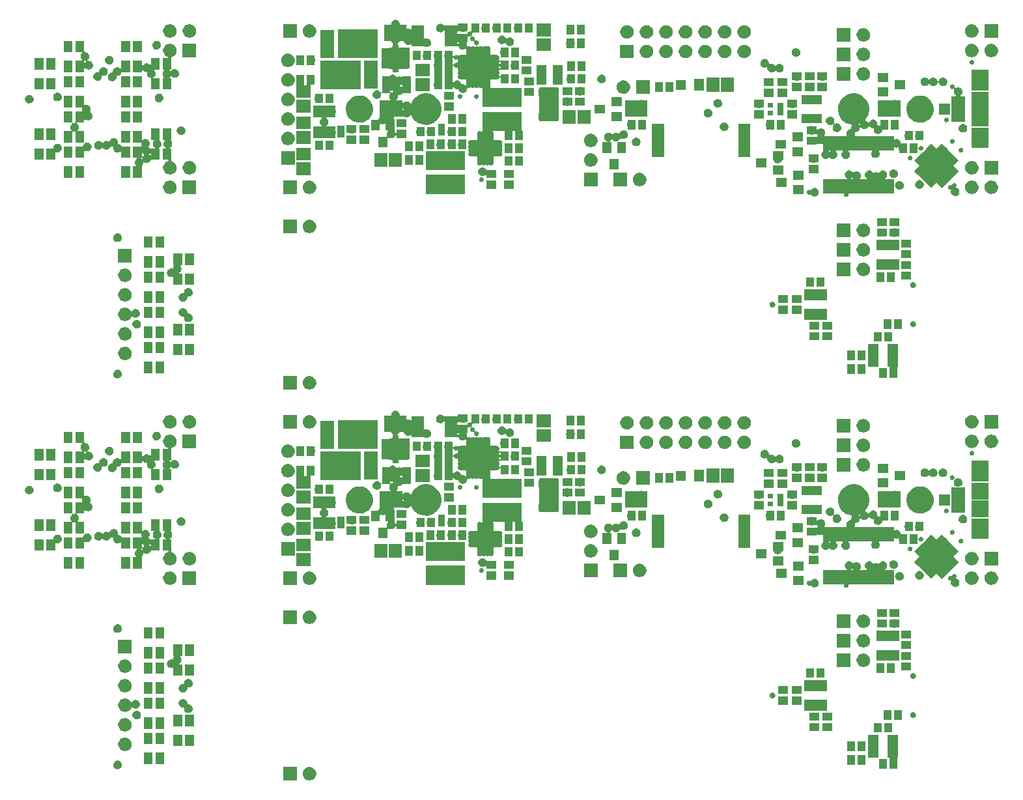
<source format=gts>
G04 (created by PCBNEW (2013-07-07 BZR 4022)-stable) date 3/1/2014 5:06:30 PM*
%MOIN*%
G04 Gerber Fmt 3.4, Leading zero omitted, Abs format*
%FSLAX34Y34*%
G01*
G70*
G90*
G04 APERTURE LIST*
%ADD10C,0.00590551*%
G04 APERTURE END LIST*
G54D10*
G36*
X1925Y35530D02*
X1924Y35486D01*
X1913Y35439D01*
X1898Y35404D01*
X1870Y35365D01*
X1843Y35338D01*
X1802Y35313D01*
X1766Y35299D01*
X1719Y35290D01*
X1681Y35291D01*
X1633Y35302D01*
X1599Y35317D01*
X1559Y35345D01*
X1533Y35372D01*
X1506Y35413D01*
X1492Y35448D01*
X1483Y35496D01*
X1484Y35533D01*
X1494Y35581D01*
X1509Y35615D01*
X1537Y35656D01*
X1563Y35682D01*
X1604Y35709D01*
X1639Y35723D01*
X1687Y35732D01*
X1724Y35732D01*
X1773Y35722D01*
X1807Y35708D01*
X1848Y35680D01*
X1874Y35654D01*
X1901Y35612D01*
X1915Y35579D01*
X1925Y35530D01*
X1925Y35530D01*
G37*
G36*
X1925Y15530D02*
X1924Y15486D01*
X1913Y15439D01*
X1898Y15404D01*
X1870Y15365D01*
X1843Y15338D01*
X1802Y15313D01*
X1766Y15299D01*
X1719Y15290D01*
X1681Y15291D01*
X1633Y15302D01*
X1599Y15317D01*
X1559Y15345D01*
X1533Y15372D01*
X1506Y15413D01*
X1492Y15448D01*
X1483Y15496D01*
X1484Y15533D01*
X1494Y15581D01*
X1509Y15615D01*
X1537Y15656D01*
X1563Y15682D01*
X1604Y15709D01*
X1639Y15723D01*
X1687Y15732D01*
X1724Y15732D01*
X1773Y15722D01*
X1807Y15708D01*
X1848Y15680D01*
X1874Y15654D01*
X1901Y15612D01*
X1915Y15579D01*
X1925Y15530D01*
X1925Y15530D01*
G37*
G36*
X2430Y37032D02*
X1979Y37032D01*
X1979Y37603D01*
X2430Y37603D01*
X2430Y37032D01*
X2430Y37032D01*
G37*
G36*
X2430Y36002D02*
X1979Y36002D01*
X1979Y36573D01*
X2430Y36573D01*
X2430Y36002D01*
X2430Y36002D01*
G37*
G36*
X2430Y33432D02*
X1979Y33432D01*
X1979Y34003D01*
X2430Y34003D01*
X2430Y33432D01*
X2430Y33432D01*
G37*
G36*
X2430Y32402D02*
X1979Y32402D01*
X1979Y32973D01*
X2430Y32973D01*
X2430Y32402D01*
X2430Y32402D01*
G37*
G36*
X2430Y17032D02*
X1979Y17032D01*
X1979Y17603D01*
X2430Y17603D01*
X2430Y17032D01*
X2430Y17032D01*
G37*
G36*
X2430Y16002D02*
X1979Y16002D01*
X1979Y16573D01*
X2430Y16573D01*
X2430Y16002D01*
X2430Y16002D01*
G37*
G36*
X2430Y13432D02*
X1979Y13432D01*
X1979Y14003D01*
X2430Y14003D01*
X2430Y13432D01*
X2430Y13432D01*
G37*
G36*
X2430Y12402D02*
X1979Y12402D01*
X1979Y12973D01*
X2430Y12973D01*
X2430Y12402D01*
X2430Y12402D01*
G37*
G36*
X3030Y37032D02*
X2579Y37032D01*
X2579Y37603D01*
X3030Y37603D01*
X3030Y37032D01*
X3030Y37032D01*
G37*
G36*
X3030Y36002D02*
X2579Y36002D01*
X2579Y36573D01*
X3030Y36573D01*
X3030Y36002D01*
X3030Y36002D01*
G37*
G36*
X3030Y33432D02*
X2579Y33432D01*
X2579Y34003D01*
X3030Y34003D01*
X3030Y33432D01*
X3030Y33432D01*
G37*
G36*
X3030Y17032D02*
X2579Y17032D01*
X2579Y17603D01*
X3030Y17603D01*
X3030Y17032D01*
X3030Y17032D01*
G37*
G36*
X3030Y16002D02*
X2579Y16002D01*
X2579Y16573D01*
X3030Y16573D01*
X3030Y16002D01*
X3030Y16002D01*
G37*
G36*
X3030Y13432D02*
X2579Y13432D01*
X2579Y14003D01*
X3030Y14003D01*
X3030Y13432D01*
X3030Y13432D01*
G37*
G36*
X3370Y35644D02*
X3369Y35599D01*
X3359Y35552D01*
X3343Y35517D01*
X3315Y35478D01*
X3288Y35452D01*
X3247Y35426D01*
X3212Y35412D01*
X3164Y35404D01*
X3126Y35404D01*
X3078Y35415D01*
X3044Y35430D01*
X3004Y35458D01*
X2978Y35485D01*
X2951Y35526D01*
X2938Y35561D01*
X2929Y35609D01*
X2929Y35646D01*
X2939Y35694D01*
X2954Y35728D01*
X2982Y35769D01*
X3008Y35795D01*
X3050Y35822D01*
X3084Y35836D01*
X3133Y35845D01*
X3169Y35845D01*
X3218Y35835D01*
X3252Y35821D01*
X3293Y35793D01*
X3319Y35767D01*
X3347Y35725D01*
X3360Y35692D01*
X3370Y35644D01*
X3370Y35644D01*
G37*
G36*
X3370Y33026D02*
X3369Y32982D01*
X3359Y32935D01*
X3343Y32900D01*
X3315Y32861D01*
X3288Y32835D01*
X3247Y32809D01*
X3212Y32795D01*
X3164Y32786D01*
X3126Y32787D01*
X3078Y32798D01*
X3071Y32801D01*
X3057Y32801D01*
X3045Y32795D01*
X3035Y32786D01*
X3030Y32773D01*
X3030Y32760D01*
X3030Y32402D01*
X2579Y32402D01*
X2579Y32973D01*
X2888Y32973D01*
X2901Y32973D01*
X2914Y32979D01*
X2924Y32988D01*
X2929Y33001D01*
X2929Y33029D01*
X2939Y33077D01*
X2954Y33111D01*
X2982Y33152D01*
X3008Y33178D01*
X3050Y33205D01*
X3084Y33219D01*
X3133Y33228D01*
X3169Y33228D01*
X3218Y33218D01*
X3252Y33204D01*
X3293Y33176D01*
X3319Y33150D01*
X3347Y33108D01*
X3360Y33075D01*
X3370Y33026D01*
X3370Y33026D01*
G37*
G36*
X3370Y15644D02*
X3369Y15599D01*
X3359Y15552D01*
X3343Y15517D01*
X3315Y15478D01*
X3288Y15452D01*
X3247Y15426D01*
X3212Y15412D01*
X3164Y15404D01*
X3126Y15404D01*
X3078Y15415D01*
X3044Y15430D01*
X3004Y15458D01*
X2978Y15485D01*
X2951Y15526D01*
X2938Y15561D01*
X2929Y15609D01*
X2929Y15646D01*
X2939Y15694D01*
X2954Y15728D01*
X2982Y15769D01*
X3008Y15795D01*
X3050Y15822D01*
X3084Y15836D01*
X3133Y15845D01*
X3169Y15845D01*
X3218Y15835D01*
X3252Y15821D01*
X3293Y15793D01*
X3319Y15767D01*
X3347Y15725D01*
X3360Y15692D01*
X3370Y15644D01*
X3370Y15644D01*
G37*
G36*
X3370Y13026D02*
X3369Y12982D01*
X3359Y12935D01*
X3343Y12900D01*
X3315Y12861D01*
X3288Y12835D01*
X3247Y12809D01*
X3212Y12795D01*
X3164Y12786D01*
X3126Y12787D01*
X3078Y12798D01*
X3071Y12801D01*
X3057Y12801D01*
X3045Y12795D01*
X3035Y12786D01*
X3030Y12773D01*
X3030Y12760D01*
X3030Y12402D01*
X2579Y12402D01*
X2579Y12973D01*
X2888Y12973D01*
X2901Y12973D01*
X2914Y12979D01*
X2924Y12988D01*
X2929Y13001D01*
X2929Y13029D01*
X2939Y13077D01*
X2954Y13111D01*
X2982Y13152D01*
X3008Y13178D01*
X3050Y13205D01*
X3084Y13219D01*
X3133Y13228D01*
X3169Y13228D01*
X3218Y13218D01*
X3252Y13204D01*
X3293Y13176D01*
X3319Y13150D01*
X3347Y13108D01*
X3360Y13075D01*
X3370Y13026D01*
X3370Y13026D01*
G37*
G36*
X3920Y37926D02*
X3469Y37926D01*
X3469Y38497D01*
X3920Y38497D01*
X3920Y37926D01*
X3920Y37926D01*
G37*
G36*
X3920Y36896D02*
X3469Y36896D01*
X3469Y37467D01*
X3920Y37467D01*
X3920Y36896D01*
X3920Y36896D01*
G37*
G36*
X3920Y36126D02*
X3469Y36126D01*
X3469Y36697D01*
X3920Y36697D01*
X3920Y36126D01*
X3920Y36126D01*
G37*
G36*
X3920Y35096D02*
X3469Y35096D01*
X3469Y35667D01*
X3920Y35667D01*
X3920Y35096D01*
X3920Y35096D01*
G37*
G36*
X3920Y32526D02*
X3469Y32526D01*
X3469Y33097D01*
X3920Y33097D01*
X3920Y32526D01*
X3920Y32526D01*
G37*
G36*
X3920Y31496D02*
X3469Y31496D01*
X3469Y32067D01*
X3920Y32067D01*
X3920Y31496D01*
X3920Y31496D01*
G37*
G36*
X3920Y17926D02*
X3469Y17926D01*
X3469Y18497D01*
X3920Y18497D01*
X3920Y17926D01*
X3920Y17926D01*
G37*
G36*
X3920Y16896D02*
X3469Y16896D01*
X3469Y17467D01*
X3920Y17467D01*
X3920Y16896D01*
X3920Y16896D01*
G37*
G36*
X3920Y16126D02*
X3469Y16126D01*
X3469Y16697D01*
X3920Y16697D01*
X3920Y16126D01*
X3920Y16126D01*
G37*
G36*
X3920Y15096D02*
X3469Y15096D01*
X3469Y15667D01*
X3920Y15667D01*
X3920Y15096D01*
X3920Y15096D01*
G37*
G36*
X3920Y12526D02*
X3469Y12526D01*
X3469Y13097D01*
X3920Y13097D01*
X3920Y12526D01*
X3920Y12526D01*
G37*
G36*
X3920Y11496D02*
X3469Y11496D01*
X3469Y12067D01*
X3920Y12067D01*
X3920Y11496D01*
X3920Y11496D01*
G37*
G36*
X4520Y36126D02*
X4069Y36126D01*
X4069Y36697D01*
X4520Y36697D01*
X4520Y36126D01*
X4520Y36126D01*
G37*
G36*
X4520Y31496D02*
X4069Y31496D01*
X4069Y32067D01*
X4520Y32067D01*
X4520Y31496D01*
X4520Y31496D01*
G37*
G36*
X4520Y16126D02*
X4069Y16126D01*
X4069Y16697D01*
X4520Y16697D01*
X4520Y16126D01*
X4520Y16126D01*
G37*
G36*
X4520Y11496D02*
X4069Y11496D01*
X4069Y12067D01*
X4520Y12067D01*
X4520Y11496D01*
X4520Y11496D01*
G37*
G36*
X4895Y33094D02*
X4894Y33049D01*
X4884Y33002D01*
X4868Y32967D01*
X4840Y32928D01*
X4813Y32902D01*
X4772Y32876D01*
X4737Y32862D01*
X4689Y32854D01*
X4651Y32854D01*
X4603Y32865D01*
X4574Y32878D01*
X4562Y32883D01*
X4548Y32883D01*
X4535Y32878D01*
X4526Y32868D01*
X4520Y32855D01*
X4520Y32842D01*
X4520Y32526D01*
X4069Y32526D01*
X4069Y33097D01*
X4419Y33097D01*
X4433Y33097D01*
X4445Y33102D01*
X4455Y33112D01*
X4460Y33124D01*
X4464Y33144D01*
X4479Y33178D01*
X4507Y33219D01*
X4520Y33232D01*
X4530Y33242D01*
X4535Y33254D01*
X4535Y33268D01*
X4532Y33275D01*
X4535Y33272D01*
X4548Y33267D01*
X4562Y33267D01*
X4574Y33272D01*
X4575Y33272D01*
X4609Y33286D01*
X4658Y33295D01*
X4694Y33295D01*
X4743Y33285D01*
X4777Y33271D01*
X4818Y33243D01*
X4844Y33217D01*
X4872Y33175D01*
X4885Y33142D01*
X4895Y33094D01*
X4895Y33094D01*
G37*
G36*
X4895Y13094D02*
X4894Y13049D01*
X4884Y13002D01*
X4868Y12967D01*
X4840Y12928D01*
X4813Y12902D01*
X4772Y12876D01*
X4737Y12862D01*
X4689Y12854D01*
X4651Y12854D01*
X4603Y12865D01*
X4574Y12878D01*
X4562Y12883D01*
X4548Y12883D01*
X4535Y12878D01*
X4526Y12868D01*
X4520Y12855D01*
X4520Y12842D01*
X4520Y12526D01*
X4069Y12526D01*
X4069Y13097D01*
X4419Y13097D01*
X4433Y13097D01*
X4445Y13102D01*
X4455Y13112D01*
X4460Y13124D01*
X4464Y13144D01*
X4479Y13178D01*
X4507Y13219D01*
X4520Y13232D01*
X4530Y13242D01*
X4535Y13254D01*
X4535Y13268D01*
X4532Y13275D01*
X4535Y13272D01*
X4548Y13267D01*
X4562Y13267D01*
X4574Y13272D01*
X4575Y13272D01*
X4609Y13286D01*
X4658Y13295D01*
X4694Y13295D01*
X4743Y13285D01*
X4777Y13271D01*
X4818Y13243D01*
X4844Y13217D01*
X4872Y13175D01*
X4885Y13142D01*
X4895Y13094D01*
X4895Y13094D01*
G37*
G36*
X4945Y34669D02*
X4944Y34624D01*
X4934Y34577D01*
X4918Y34542D01*
X4890Y34503D01*
X4863Y34477D01*
X4822Y34451D01*
X4787Y34437D01*
X4739Y34429D01*
X4701Y34429D01*
X4653Y34440D01*
X4619Y34455D01*
X4578Y34483D01*
X4574Y34487D01*
X4562Y34492D01*
X4548Y34492D01*
X4535Y34487D01*
X4526Y34478D01*
X4520Y34465D01*
X4520Y34451D01*
X4520Y34326D01*
X4166Y34326D01*
X4152Y34326D01*
X4140Y34320D01*
X4130Y34311D01*
X4125Y34298D01*
X4125Y34284D01*
X4130Y34272D01*
X4140Y34262D01*
X4168Y34243D01*
X4194Y34217D01*
X4222Y34175D01*
X4235Y34142D01*
X4245Y34094D01*
X4244Y34049D01*
X4234Y34002D01*
X4218Y33967D01*
X4190Y33927D01*
X4183Y33921D01*
X4178Y33908D01*
X4178Y33894D01*
X4183Y33882D01*
X4193Y33872D01*
X4206Y33867D01*
X4219Y33867D01*
X4520Y33867D01*
X4520Y33308D01*
X4520Y33294D01*
X4523Y33287D01*
X4520Y33290D01*
X4508Y33296D01*
X4494Y33296D01*
X4069Y33296D01*
X4069Y33812D01*
X4069Y33826D01*
X4064Y33839D01*
X4054Y33848D01*
X4042Y33854D01*
X4001Y33854D01*
X3962Y33863D01*
X3948Y33863D01*
X3935Y33858D01*
X3926Y33848D01*
X3920Y33836D01*
X3920Y33822D01*
X3920Y33296D01*
X3469Y33296D01*
X3469Y33867D01*
X3830Y33867D01*
X3844Y33867D01*
X3857Y33872D01*
X3866Y33882D01*
X3872Y33894D01*
X3872Y33908D01*
X3866Y33921D01*
X3853Y33935D01*
X3826Y33976D01*
X3813Y34011D01*
X3804Y34059D01*
X3804Y34096D01*
X3814Y34144D01*
X3829Y34178D01*
X3857Y34219D01*
X3883Y34245D01*
X3910Y34262D01*
X3919Y34272D01*
X3924Y34284D01*
X3924Y34298D01*
X3919Y34311D01*
X3910Y34320D01*
X3897Y34326D01*
X3883Y34326D01*
X3469Y34326D01*
X3469Y34897D01*
X3920Y34897D01*
X3920Y34328D01*
X3920Y34314D01*
X3926Y34301D01*
X3935Y34292D01*
X3948Y34286D01*
X3962Y34286D01*
X4008Y34295D01*
X4028Y34295D01*
X4042Y34295D01*
X4054Y34300D01*
X4064Y34310D01*
X4069Y34323D01*
X4069Y34336D01*
X4069Y34897D01*
X4371Y34897D01*
X4385Y34897D01*
X4397Y34902D01*
X4407Y34912D01*
X4412Y34924D01*
X4412Y34938D01*
X4404Y34984D01*
X4404Y35021D01*
X4411Y35054D01*
X4411Y35068D01*
X4406Y35081D01*
X4396Y35090D01*
X4384Y35096D01*
X4370Y35096D01*
X4069Y35096D01*
X4069Y35667D01*
X4520Y35667D01*
X4520Y35253D01*
X4520Y35239D01*
X4526Y35226D01*
X4535Y35217D01*
X4548Y35211D01*
X4562Y35211D01*
X4608Y35220D01*
X4644Y35220D01*
X4693Y35210D01*
X4727Y35196D01*
X4768Y35168D01*
X4794Y35142D01*
X4822Y35100D01*
X4835Y35067D01*
X4845Y35019D01*
X4844Y34974D01*
X4834Y34927D01*
X4819Y34893D01*
X4813Y34881D01*
X4813Y34867D01*
X4819Y34855D01*
X4828Y34845D01*
X4868Y34818D01*
X4894Y34792D01*
X4922Y34750D01*
X4935Y34717D01*
X4945Y34669D01*
X4945Y34669D01*
G37*
G36*
X4945Y14669D02*
X4944Y14624D01*
X4934Y14577D01*
X4918Y14542D01*
X4890Y14503D01*
X4863Y14477D01*
X4822Y14451D01*
X4787Y14437D01*
X4739Y14429D01*
X4701Y14429D01*
X4653Y14440D01*
X4619Y14455D01*
X4578Y14483D01*
X4574Y14487D01*
X4562Y14492D01*
X4548Y14492D01*
X4535Y14487D01*
X4526Y14478D01*
X4520Y14465D01*
X4520Y14451D01*
X4520Y14326D01*
X4166Y14326D01*
X4152Y14326D01*
X4140Y14320D01*
X4130Y14311D01*
X4125Y14298D01*
X4125Y14284D01*
X4130Y14272D01*
X4140Y14262D01*
X4168Y14243D01*
X4194Y14217D01*
X4222Y14175D01*
X4235Y14142D01*
X4245Y14094D01*
X4244Y14049D01*
X4234Y14002D01*
X4218Y13967D01*
X4190Y13927D01*
X4183Y13921D01*
X4178Y13908D01*
X4178Y13894D01*
X4183Y13882D01*
X4193Y13872D01*
X4206Y13867D01*
X4219Y13867D01*
X4520Y13867D01*
X4520Y13308D01*
X4520Y13294D01*
X4523Y13287D01*
X4520Y13290D01*
X4508Y13296D01*
X4494Y13296D01*
X4069Y13296D01*
X4069Y13812D01*
X4069Y13826D01*
X4064Y13839D01*
X4054Y13848D01*
X4042Y13854D01*
X4001Y13854D01*
X3962Y13863D01*
X3948Y13863D01*
X3935Y13858D01*
X3926Y13848D01*
X3920Y13836D01*
X3920Y13822D01*
X3920Y13296D01*
X3469Y13296D01*
X3469Y13867D01*
X3830Y13867D01*
X3844Y13867D01*
X3857Y13872D01*
X3866Y13882D01*
X3872Y13894D01*
X3872Y13908D01*
X3866Y13921D01*
X3853Y13935D01*
X3826Y13976D01*
X3813Y14011D01*
X3804Y14059D01*
X3804Y14096D01*
X3814Y14144D01*
X3829Y14178D01*
X3857Y14219D01*
X3883Y14245D01*
X3910Y14262D01*
X3919Y14272D01*
X3924Y14284D01*
X3924Y14298D01*
X3919Y14311D01*
X3910Y14320D01*
X3897Y14326D01*
X3883Y14326D01*
X3469Y14326D01*
X3469Y14897D01*
X3920Y14897D01*
X3920Y14328D01*
X3920Y14314D01*
X3926Y14301D01*
X3935Y14292D01*
X3948Y14286D01*
X3962Y14286D01*
X4008Y14295D01*
X4028Y14295D01*
X4042Y14295D01*
X4054Y14300D01*
X4064Y14310D01*
X4069Y14323D01*
X4069Y14336D01*
X4069Y14897D01*
X4371Y14897D01*
X4385Y14897D01*
X4397Y14902D01*
X4407Y14912D01*
X4412Y14924D01*
X4412Y14938D01*
X4404Y14984D01*
X4404Y15021D01*
X4411Y15054D01*
X4411Y15068D01*
X4406Y15081D01*
X4396Y15090D01*
X4384Y15096D01*
X4370Y15096D01*
X4069Y15096D01*
X4069Y15667D01*
X4520Y15667D01*
X4520Y15253D01*
X4520Y15239D01*
X4526Y15226D01*
X4535Y15217D01*
X4548Y15211D01*
X4562Y15211D01*
X4608Y15220D01*
X4644Y15220D01*
X4693Y15210D01*
X4727Y15196D01*
X4768Y15168D01*
X4794Y15142D01*
X4822Y15100D01*
X4835Y15067D01*
X4845Y15019D01*
X4844Y14974D01*
X4834Y14927D01*
X4819Y14893D01*
X4813Y14881D01*
X4813Y14867D01*
X4819Y14855D01*
X4828Y14845D01*
X4868Y14818D01*
X4894Y14792D01*
X4922Y14750D01*
X4935Y14717D01*
X4945Y14669D01*
X4945Y14669D01*
G37*
G36*
X4970Y37269D02*
X4969Y37224D01*
X4959Y37177D01*
X4943Y37142D01*
X4915Y37103D01*
X4888Y37077D01*
X4847Y37051D01*
X4812Y37037D01*
X4764Y37029D01*
X4726Y37029D01*
X4678Y37040D01*
X4644Y37055D01*
X4621Y37071D01*
X4621Y37440D01*
X4621Y37454D01*
X4616Y37467D01*
X4606Y37476D01*
X4594Y37481D01*
X4580Y37481D01*
X4564Y37479D01*
X4562Y37479D01*
X4548Y37479D01*
X4535Y37473D01*
X4526Y37464D01*
X4520Y37451D01*
X4520Y37437D01*
X4520Y37423D01*
X4520Y37409D01*
X4526Y37396D01*
X4535Y37387D01*
X4548Y37381D01*
X4562Y37381D01*
X4574Y37387D01*
X4606Y37418D01*
X4616Y37428D01*
X4621Y37440D01*
X4621Y37071D01*
X4606Y37081D01*
X4604Y37083D01*
X4584Y37103D01*
X4574Y37113D01*
X4562Y37118D01*
X4548Y37118D01*
X4535Y37113D01*
X4526Y37103D01*
X4520Y37091D01*
X4520Y37077D01*
X4520Y36896D01*
X4069Y36896D01*
X4069Y37467D01*
X4381Y37467D01*
X4395Y37467D01*
X4407Y37472D01*
X4417Y37482D01*
X4422Y37494D01*
X4422Y37508D01*
X4417Y37521D01*
X4407Y37530D01*
X4404Y37533D01*
X4378Y37560D01*
X4351Y37601D01*
X4338Y37636D01*
X4329Y37684D01*
X4329Y37721D01*
X4339Y37769D01*
X4354Y37803D01*
X4382Y37844D01*
X4400Y37862D01*
X4410Y37872D01*
X4415Y37884D01*
X4415Y37898D01*
X4410Y37911D01*
X4400Y37920D01*
X4388Y37926D01*
X4374Y37926D01*
X4069Y37926D01*
X4069Y38497D01*
X4520Y38497D01*
X4520Y37961D01*
X4520Y37948D01*
X4526Y37935D01*
X4535Y37925D01*
X4548Y37920D01*
X4569Y37920D01*
X4618Y37910D01*
X4652Y37896D01*
X4693Y37868D01*
X4719Y37842D01*
X4747Y37800D01*
X4760Y37767D01*
X4770Y37719D01*
X4769Y37674D01*
X4759Y37627D01*
X4743Y37592D01*
X4715Y37553D01*
X4692Y37531D01*
X4683Y37521D01*
X4677Y37509D01*
X4677Y37495D01*
X4683Y37482D01*
X4692Y37473D01*
X4705Y37468D01*
X4719Y37468D01*
X4733Y37470D01*
X4769Y37470D01*
X4818Y37460D01*
X4852Y37446D01*
X4893Y37418D01*
X4919Y37392D01*
X4947Y37350D01*
X4960Y37317D01*
X4970Y37269D01*
X4970Y37269D01*
G37*
G36*
X4970Y17269D02*
X4969Y17224D01*
X4959Y17177D01*
X4943Y17142D01*
X4915Y17103D01*
X4888Y17077D01*
X4847Y17051D01*
X4812Y17037D01*
X4764Y17029D01*
X4726Y17029D01*
X4678Y17040D01*
X4644Y17055D01*
X4621Y17071D01*
X4621Y17440D01*
X4621Y17454D01*
X4616Y17467D01*
X4606Y17476D01*
X4594Y17481D01*
X4580Y17481D01*
X4564Y17479D01*
X4562Y17479D01*
X4548Y17479D01*
X4535Y17473D01*
X4526Y17464D01*
X4520Y17451D01*
X4520Y17437D01*
X4520Y17423D01*
X4520Y17409D01*
X4526Y17396D01*
X4535Y17387D01*
X4548Y17381D01*
X4562Y17381D01*
X4574Y17387D01*
X4606Y17418D01*
X4616Y17428D01*
X4621Y17440D01*
X4621Y17071D01*
X4606Y17081D01*
X4604Y17083D01*
X4584Y17103D01*
X4574Y17113D01*
X4562Y17118D01*
X4548Y17118D01*
X4535Y17113D01*
X4526Y17103D01*
X4520Y17091D01*
X4520Y17077D01*
X4520Y16896D01*
X4069Y16896D01*
X4069Y17467D01*
X4381Y17467D01*
X4395Y17467D01*
X4407Y17472D01*
X4417Y17482D01*
X4422Y17494D01*
X4422Y17508D01*
X4417Y17521D01*
X4407Y17530D01*
X4404Y17533D01*
X4378Y17560D01*
X4351Y17601D01*
X4338Y17636D01*
X4329Y17684D01*
X4329Y17721D01*
X4339Y17769D01*
X4354Y17803D01*
X4382Y17844D01*
X4400Y17862D01*
X4410Y17872D01*
X4415Y17884D01*
X4415Y17898D01*
X4410Y17911D01*
X4400Y17920D01*
X4388Y17926D01*
X4374Y17926D01*
X4069Y17926D01*
X4069Y18497D01*
X4520Y18497D01*
X4520Y17961D01*
X4520Y17948D01*
X4526Y17935D01*
X4535Y17925D01*
X4548Y17920D01*
X4569Y17920D01*
X4618Y17910D01*
X4652Y17896D01*
X4693Y17868D01*
X4719Y17842D01*
X4747Y17800D01*
X4760Y17767D01*
X4770Y17719D01*
X4769Y17674D01*
X4759Y17627D01*
X4743Y17592D01*
X4715Y17553D01*
X4692Y17531D01*
X4683Y17521D01*
X4677Y17509D01*
X4677Y17495D01*
X4683Y17482D01*
X4692Y17473D01*
X4705Y17468D01*
X4719Y17468D01*
X4733Y17470D01*
X4769Y17470D01*
X4818Y17460D01*
X4852Y17446D01*
X4893Y17418D01*
X4919Y17392D01*
X4947Y17350D01*
X4960Y17317D01*
X4970Y17269D01*
X4970Y17269D01*
G37*
G36*
X5720Y36944D02*
X5719Y36899D01*
X5709Y36852D01*
X5693Y36817D01*
X5665Y36778D01*
X5638Y36752D01*
X5597Y36726D01*
X5562Y36712D01*
X5514Y36704D01*
X5476Y36704D01*
X5461Y36708D01*
X5447Y36708D01*
X5435Y36702D01*
X5425Y36693D01*
X5420Y36680D01*
X5419Y36649D01*
X5409Y36602D01*
X5393Y36567D01*
X5365Y36528D01*
X5338Y36502D01*
X5297Y36476D01*
X5262Y36462D01*
X5214Y36454D01*
X5176Y36454D01*
X5128Y36465D01*
X5094Y36480D01*
X5054Y36508D01*
X5028Y36535D01*
X5001Y36576D01*
X4988Y36611D01*
X4979Y36659D01*
X4979Y36696D01*
X4989Y36744D01*
X5004Y36778D01*
X5032Y36819D01*
X5058Y36845D01*
X5100Y36872D01*
X5134Y36886D01*
X5183Y36895D01*
X5219Y36895D01*
X5238Y36891D01*
X5251Y36891D01*
X5264Y36896D01*
X5274Y36906D01*
X5279Y36919D01*
X5279Y36946D01*
X5289Y36994D01*
X5304Y37028D01*
X5332Y37069D01*
X5358Y37095D01*
X5400Y37122D01*
X5434Y37136D01*
X5483Y37145D01*
X5519Y37145D01*
X5568Y37135D01*
X5602Y37121D01*
X5643Y37093D01*
X5669Y37067D01*
X5697Y37025D01*
X5710Y36992D01*
X5720Y36944D01*
X5720Y36944D01*
G37*
G36*
X5720Y16944D02*
X5719Y16899D01*
X5709Y16852D01*
X5693Y16817D01*
X5665Y16778D01*
X5638Y16752D01*
X5597Y16726D01*
X5562Y16712D01*
X5514Y16704D01*
X5476Y16704D01*
X5461Y16708D01*
X5447Y16708D01*
X5435Y16702D01*
X5425Y16693D01*
X5420Y16680D01*
X5419Y16649D01*
X5409Y16602D01*
X5393Y16567D01*
X5365Y16528D01*
X5338Y16502D01*
X5297Y16476D01*
X5262Y16462D01*
X5214Y16454D01*
X5176Y16454D01*
X5128Y16465D01*
X5094Y16480D01*
X5054Y16508D01*
X5028Y16535D01*
X5001Y16576D01*
X4988Y16611D01*
X4979Y16659D01*
X4979Y16696D01*
X4989Y16744D01*
X5004Y16778D01*
X5032Y16819D01*
X5058Y16845D01*
X5100Y16872D01*
X5134Y16886D01*
X5183Y16895D01*
X5219Y16895D01*
X5238Y16891D01*
X5251Y16891D01*
X5264Y16896D01*
X5274Y16906D01*
X5279Y16919D01*
X5279Y16946D01*
X5289Y16994D01*
X5304Y17028D01*
X5332Y17069D01*
X5358Y17095D01*
X5400Y17122D01*
X5434Y17136D01*
X5483Y17145D01*
X5519Y17145D01*
X5568Y17135D01*
X5602Y17121D01*
X5643Y17093D01*
X5669Y17067D01*
X5697Y17025D01*
X5710Y16992D01*
X5720Y16944D01*
X5720Y16944D01*
G37*
G36*
X6020Y37526D02*
X6019Y37482D01*
X6009Y37435D01*
X5993Y37400D01*
X5965Y37361D01*
X5938Y37335D01*
X5897Y37309D01*
X5862Y37295D01*
X5814Y37286D01*
X5776Y37287D01*
X5728Y37298D01*
X5694Y37313D01*
X5654Y37341D01*
X5628Y37368D01*
X5601Y37409D01*
X5588Y37444D01*
X5579Y37492D01*
X5579Y37529D01*
X5589Y37577D01*
X5604Y37611D01*
X5632Y37652D01*
X5658Y37678D01*
X5700Y37705D01*
X5734Y37719D01*
X5783Y37728D01*
X5819Y37728D01*
X5868Y37718D01*
X5902Y37704D01*
X5943Y37676D01*
X5969Y37650D01*
X5997Y37608D01*
X6010Y37575D01*
X6020Y37526D01*
X6020Y37526D01*
G37*
G36*
X6020Y17526D02*
X6019Y17482D01*
X6009Y17435D01*
X5993Y17400D01*
X5965Y17361D01*
X5938Y17335D01*
X5897Y17309D01*
X5862Y17295D01*
X5814Y17286D01*
X5776Y17287D01*
X5728Y17298D01*
X5694Y17313D01*
X5654Y17341D01*
X5628Y17368D01*
X5601Y17409D01*
X5588Y17444D01*
X5579Y17492D01*
X5579Y17529D01*
X5589Y17577D01*
X5604Y17611D01*
X5632Y17652D01*
X5658Y17678D01*
X5700Y17705D01*
X5734Y17719D01*
X5783Y17728D01*
X5819Y17728D01*
X5868Y17718D01*
X5902Y17704D01*
X5943Y17676D01*
X5969Y17650D01*
X5997Y17608D01*
X6010Y17575D01*
X6020Y17526D01*
X6020Y17526D01*
G37*
G36*
X6445Y28444D02*
X6444Y28399D01*
X6434Y28352D01*
X6418Y28317D01*
X6390Y28278D01*
X6363Y28252D01*
X6322Y28226D01*
X6287Y28212D01*
X6239Y28204D01*
X6201Y28204D01*
X6153Y28215D01*
X6119Y28230D01*
X6079Y28258D01*
X6053Y28285D01*
X6026Y28326D01*
X6013Y28361D01*
X6004Y28409D01*
X6004Y28446D01*
X6014Y28494D01*
X6029Y28528D01*
X6057Y28569D01*
X6083Y28595D01*
X6125Y28622D01*
X6159Y28636D01*
X6208Y28645D01*
X6244Y28645D01*
X6293Y28635D01*
X6327Y28621D01*
X6368Y28593D01*
X6394Y28567D01*
X6422Y28525D01*
X6435Y28492D01*
X6445Y28444D01*
X6445Y28444D01*
G37*
G36*
X6445Y21469D02*
X6444Y21424D01*
X6434Y21377D01*
X6418Y21342D01*
X6390Y21303D01*
X6363Y21277D01*
X6322Y21251D01*
X6287Y21237D01*
X6239Y21229D01*
X6201Y21229D01*
X6153Y21240D01*
X6119Y21255D01*
X6079Y21283D01*
X6053Y21310D01*
X6026Y21351D01*
X6013Y21386D01*
X6004Y21434D01*
X6004Y21471D01*
X6014Y21519D01*
X6029Y21553D01*
X6057Y21594D01*
X6083Y21620D01*
X6125Y21647D01*
X6159Y21661D01*
X6208Y21670D01*
X6244Y21670D01*
X6293Y21660D01*
X6327Y21646D01*
X6368Y21618D01*
X6394Y21592D01*
X6422Y21550D01*
X6435Y21517D01*
X6445Y21469D01*
X6445Y21469D01*
G37*
G36*
X6445Y8444D02*
X6444Y8399D01*
X6434Y8352D01*
X6418Y8317D01*
X6390Y8278D01*
X6363Y8252D01*
X6322Y8226D01*
X6287Y8212D01*
X6239Y8204D01*
X6201Y8204D01*
X6153Y8215D01*
X6119Y8230D01*
X6079Y8258D01*
X6053Y8285D01*
X6026Y8326D01*
X6013Y8361D01*
X6004Y8409D01*
X6004Y8446D01*
X6014Y8494D01*
X6029Y8528D01*
X6057Y8569D01*
X6083Y8595D01*
X6125Y8622D01*
X6159Y8636D01*
X6208Y8645D01*
X6244Y8645D01*
X6293Y8635D01*
X6327Y8621D01*
X6368Y8593D01*
X6394Y8567D01*
X6422Y8525D01*
X6435Y8492D01*
X6445Y8444D01*
X6445Y8444D01*
G37*
G36*
X6445Y1469D02*
X6444Y1424D01*
X6434Y1377D01*
X6418Y1342D01*
X6390Y1303D01*
X6363Y1277D01*
X6322Y1251D01*
X6287Y1237D01*
X6239Y1229D01*
X6201Y1229D01*
X6153Y1240D01*
X6119Y1255D01*
X6079Y1283D01*
X6053Y1310D01*
X6026Y1351D01*
X6013Y1386D01*
X6004Y1434D01*
X6004Y1471D01*
X6014Y1519D01*
X6029Y1553D01*
X6057Y1594D01*
X6083Y1620D01*
X6125Y1647D01*
X6159Y1661D01*
X6208Y1670D01*
X6244Y1670D01*
X6293Y1660D01*
X6327Y1646D01*
X6368Y1618D01*
X6394Y1592D01*
X6422Y1550D01*
X6435Y1517D01*
X6445Y1469D01*
X6445Y1469D01*
G37*
G36*
X6870Y37926D02*
X6419Y37926D01*
X6419Y38497D01*
X6870Y38497D01*
X6870Y37926D01*
X6870Y37926D01*
G37*
G36*
X6870Y36896D02*
X6453Y36896D01*
X6440Y36896D01*
X6427Y36890D01*
X6418Y36881D01*
X6412Y36868D01*
X6409Y36852D01*
X6393Y36817D01*
X6365Y36778D01*
X6338Y36752D01*
X6297Y36726D01*
X6262Y36712D01*
X6214Y36704D01*
X6211Y36704D01*
X6198Y36704D01*
X6185Y36698D01*
X6175Y36689D01*
X6170Y36676D01*
X6169Y36624D01*
X6159Y36577D01*
X6143Y36542D01*
X6115Y36503D01*
X6088Y36477D01*
X6047Y36451D01*
X6012Y36437D01*
X5964Y36429D01*
X5926Y36429D01*
X5878Y36440D01*
X5844Y36455D01*
X5804Y36483D01*
X5778Y36510D01*
X5751Y36551D01*
X5738Y36586D01*
X5729Y36634D01*
X5729Y36671D01*
X5739Y36719D01*
X5754Y36753D01*
X5782Y36794D01*
X5808Y36820D01*
X5850Y36847D01*
X5884Y36861D01*
X5933Y36870D01*
X5937Y36870D01*
X5951Y36870D01*
X5964Y36875D01*
X5973Y36885D01*
X5979Y36898D01*
X5979Y36946D01*
X5989Y36994D01*
X6004Y37028D01*
X6032Y37069D01*
X6058Y37095D01*
X6100Y37122D01*
X6134Y37136D01*
X6183Y37145D01*
X6219Y37145D01*
X6268Y37135D01*
X6302Y37121D01*
X6343Y37093D01*
X6356Y37080D01*
X6365Y37071D01*
X6378Y37066D01*
X6392Y37066D01*
X6404Y37071D01*
X6414Y37080D01*
X6419Y37093D01*
X6419Y37107D01*
X6419Y37467D01*
X6870Y37467D01*
X6870Y36896D01*
X6870Y36896D01*
G37*
G36*
X6870Y36126D02*
X6419Y36126D01*
X6419Y36697D01*
X6870Y36697D01*
X6870Y36126D01*
X6870Y36126D01*
G37*
G36*
X6870Y35096D02*
X6419Y35096D01*
X6419Y35667D01*
X6870Y35667D01*
X6870Y35096D01*
X6870Y35096D01*
G37*
G36*
X6870Y34326D02*
X6419Y34326D01*
X6419Y34897D01*
X6870Y34897D01*
X6870Y34326D01*
X6870Y34326D01*
G37*
G36*
X6870Y33296D02*
X6419Y33296D01*
X6419Y33867D01*
X6870Y33867D01*
X6870Y33296D01*
X6870Y33296D01*
G37*
G36*
X6870Y32526D02*
X6419Y32526D01*
X6419Y32793D01*
X6419Y32807D01*
X6414Y32819D01*
X6404Y32829D01*
X6392Y32834D01*
X6378Y32834D01*
X6365Y32829D01*
X6363Y32827D01*
X6322Y32801D01*
X6287Y32787D01*
X6239Y32779D01*
X6201Y32779D01*
X6153Y32790D01*
X6119Y32805D01*
X6079Y32833D01*
X6053Y32860D01*
X6026Y32901D01*
X6013Y32936D01*
X6004Y32984D01*
X6004Y33021D01*
X6009Y33043D01*
X6009Y33056D01*
X6004Y33069D01*
X5994Y33079D01*
X5981Y33084D01*
X5953Y33090D01*
X5919Y33105D01*
X5914Y33108D01*
X5902Y33113D01*
X5888Y33113D01*
X5876Y33108D01*
X5866Y33098D01*
X5861Y33086D01*
X5859Y33077D01*
X5843Y33042D01*
X5815Y33003D01*
X5788Y32977D01*
X5747Y32951D01*
X5712Y32937D01*
X5664Y32929D01*
X5626Y32929D01*
X5578Y32940D01*
X5544Y32955D01*
X5504Y32983D01*
X5478Y33009D01*
X5468Y33019D01*
X5456Y33024D01*
X5442Y33024D01*
X5430Y33019D01*
X5420Y33009D01*
X5415Y33003D01*
X5388Y32977D01*
X5347Y32951D01*
X5312Y32937D01*
X5264Y32929D01*
X5226Y32929D01*
X5178Y32940D01*
X5144Y32955D01*
X5104Y32983D01*
X5078Y33010D01*
X5051Y33051D01*
X5038Y33086D01*
X5029Y33134D01*
X5029Y33171D01*
X5039Y33219D01*
X5054Y33253D01*
X5082Y33294D01*
X5108Y33320D01*
X5150Y33347D01*
X5184Y33361D01*
X5233Y33370D01*
X5269Y33370D01*
X5318Y33360D01*
X5352Y33346D01*
X5393Y33318D01*
X5419Y33292D01*
X5421Y33290D01*
X5430Y33280D01*
X5443Y33275D01*
X5456Y33275D01*
X5469Y33280D01*
X5479Y33290D01*
X5482Y33294D01*
X5508Y33320D01*
X5550Y33347D01*
X5584Y33361D01*
X5633Y33370D01*
X5669Y33370D01*
X5718Y33360D01*
X5752Y33346D01*
X5759Y33341D01*
X5772Y33336D01*
X5786Y33336D01*
X5798Y33341D01*
X5808Y33350D01*
X5813Y33363D01*
X5814Y33369D01*
X5829Y33403D01*
X5857Y33444D01*
X5883Y33470D01*
X5925Y33497D01*
X5959Y33511D01*
X6008Y33520D01*
X6044Y33520D01*
X6093Y33510D01*
X6127Y33496D01*
X6168Y33468D01*
X6194Y33442D01*
X6222Y33400D01*
X6235Y33367D01*
X6245Y33319D01*
X6244Y33274D01*
X6240Y33256D01*
X6240Y33243D01*
X6246Y33230D01*
X6255Y33220D01*
X6268Y33215D01*
X6293Y33210D01*
X6327Y33196D01*
X6368Y33168D01*
X6394Y33142D01*
X6414Y33112D01*
X6424Y33102D01*
X6436Y33097D01*
X6450Y33097D01*
X6870Y33097D01*
X6870Y32526D01*
X6870Y32526D01*
G37*
G36*
X6870Y31496D02*
X6419Y31496D01*
X6419Y32067D01*
X6870Y32067D01*
X6870Y31496D01*
X6870Y31496D01*
G37*
G36*
X6870Y17926D02*
X6419Y17926D01*
X6419Y18497D01*
X6870Y18497D01*
X6870Y17926D01*
X6870Y17926D01*
G37*
G36*
X6870Y16896D02*
X6453Y16896D01*
X6440Y16896D01*
X6427Y16890D01*
X6418Y16881D01*
X6412Y16868D01*
X6409Y16852D01*
X6393Y16817D01*
X6365Y16778D01*
X6338Y16752D01*
X6297Y16726D01*
X6262Y16712D01*
X6214Y16704D01*
X6211Y16704D01*
X6198Y16704D01*
X6185Y16698D01*
X6175Y16689D01*
X6170Y16676D01*
X6169Y16624D01*
X6159Y16577D01*
X6143Y16542D01*
X6115Y16503D01*
X6088Y16477D01*
X6047Y16451D01*
X6012Y16437D01*
X5964Y16429D01*
X5926Y16429D01*
X5878Y16440D01*
X5844Y16455D01*
X5804Y16483D01*
X5778Y16510D01*
X5751Y16551D01*
X5738Y16586D01*
X5729Y16634D01*
X5729Y16671D01*
X5739Y16719D01*
X5754Y16753D01*
X5782Y16794D01*
X5808Y16820D01*
X5850Y16847D01*
X5884Y16861D01*
X5933Y16870D01*
X5937Y16870D01*
X5951Y16870D01*
X5964Y16875D01*
X5973Y16885D01*
X5979Y16898D01*
X5979Y16946D01*
X5989Y16994D01*
X6004Y17028D01*
X6032Y17069D01*
X6058Y17095D01*
X6100Y17122D01*
X6134Y17136D01*
X6183Y17145D01*
X6219Y17145D01*
X6268Y17135D01*
X6302Y17121D01*
X6343Y17093D01*
X6356Y17080D01*
X6365Y17071D01*
X6378Y17066D01*
X6392Y17066D01*
X6404Y17071D01*
X6414Y17080D01*
X6419Y17093D01*
X6419Y17107D01*
X6419Y17467D01*
X6870Y17467D01*
X6870Y16896D01*
X6870Y16896D01*
G37*
G36*
X6870Y16126D02*
X6419Y16126D01*
X6419Y16697D01*
X6870Y16697D01*
X6870Y16126D01*
X6870Y16126D01*
G37*
G36*
X6870Y15096D02*
X6419Y15096D01*
X6419Y15667D01*
X6870Y15667D01*
X6870Y15096D01*
X6870Y15096D01*
G37*
G36*
X6870Y14326D02*
X6419Y14326D01*
X6419Y14897D01*
X6870Y14897D01*
X6870Y14326D01*
X6870Y14326D01*
G37*
G36*
X6870Y13296D02*
X6419Y13296D01*
X6419Y13867D01*
X6870Y13867D01*
X6870Y13296D01*
X6870Y13296D01*
G37*
G36*
X6870Y12526D02*
X6419Y12526D01*
X6419Y12793D01*
X6419Y12807D01*
X6414Y12819D01*
X6404Y12829D01*
X6392Y12834D01*
X6378Y12834D01*
X6365Y12829D01*
X6363Y12827D01*
X6322Y12801D01*
X6287Y12787D01*
X6239Y12779D01*
X6201Y12779D01*
X6153Y12790D01*
X6119Y12805D01*
X6079Y12833D01*
X6053Y12860D01*
X6026Y12901D01*
X6013Y12936D01*
X6004Y12984D01*
X6004Y13021D01*
X6009Y13043D01*
X6009Y13056D01*
X6004Y13069D01*
X5994Y13079D01*
X5981Y13084D01*
X5953Y13090D01*
X5919Y13105D01*
X5914Y13108D01*
X5902Y13113D01*
X5888Y13113D01*
X5876Y13108D01*
X5866Y13098D01*
X5861Y13086D01*
X5859Y13077D01*
X5843Y13042D01*
X5815Y13003D01*
X5788Y12977D01*
X5747Y12951D01*
X5712Y12937D01*
X5664Y12929D01*
X5626Y12929D01*
X5578Y12940D01*
X5544Y12955D01*
X5504Y12983D01*
X5478Y13009D01*
X5468Y13019D01*
X5456Y13024D01*
X5442Y13024D01*
X5430Y13019D01*
X5420Y13009D01*
X5415Y13003D01*
X5388Y12977D01*
X5347Y12951D01*
X5312Y12937D01*
X5264Y12929D01*
X5226Y12929D01*
X5178Y12940D01*
X5144Y12955D01*
X5104Y12983D01*
X5078Y13010D01*
X5051Y13051D01*
X5038Y13086D01*
X5029Y13134D01*
X5029Y13171D01*
X5039Y13219D01*
X5054Y13253D01*
X5082Y13294D01*
X5108Y13320D01*
X5150Y13347D01*
X5184Y13361D01*
X5233Y13370D01*
X5269Y13370D01*
X5318Y13360D01*
X5352Y13346D01*
X5393Y13318D01*
X5419Y13292D01*
X5421Y13290D01*
X5430Y13280D01*
X5443Y13275D01*
X5456Y13275D01*
X5469Y13280D01*
X5479Y13290D01*
X5482Y13294D01*
X5508Y13320D01*
X5550Y13347D01*
X5584Y13361D01*
X5633Y13370D01*
X5669Y13370D01*
X5718Y13360D01*
X5752Y13346D01*
X5759Y13341D01*
X5772Y13336D01*
X5786Y13336D01*
X5798Y13341D01*
X5808Y13350D01*
X5813Y13363D01*
X5814Y13369D01*
X5829Y13403D01*
X5857Y13444D01*
X5883Y13470D01*
X5925Y13497D01*
X5959Y13511D01*
X6008Y13520D01*
X6044Y13520D01*
X6093Y13510D01*
X6127Y13496D01*
X6168Y13468D01*
X6194Y13442D01*
X6222Y13400D01*
X6235Y13367D01*
X6245Y13319D01*
X6244Y13274D01*
X6240Y13256D01*
X6240Y13243D01*
X6246Y13230D01*
X6255Y13220D01*
X6268Y13215D01*
X6293Y13210D01*
X6327Y13196D01*
X6368Y13168D01*
X6394Y13142D01*
X6414Y13112D01*
X6424Y13102D01*
X6436Y13097D01*
X6450Y13097D01*
X6870Y13097D01*
X6870Y12526D01*
X6870Y12526D01*
G37*
G36*
X6870Y11496D02*
X6419Y11496D01*
X6419Y12067D01*
X6870Y12067D01*
X6870Y11496D01*
X6870Y11496D01*
G37*
G36*
X6945Y26531D02*
X6944Y26458D01*
X6928Y26388D01*
X6902Y26330D01*
X6860Y26271D01*
X6815Y26228D01*
X6754Y26189D01*
X6695Y26166D01*
X6623Y26153D01*
X6561Y26155D01*
X6490Y26170D01*
X6433Y26195D01*
X6372Y26237D01*
X6329Y26282D01*
X6290Y26343D01*
X6267Y26401D01*
X6254Y26473D01*
X6254Y26535D01*
X6270Y26607D01*
X6294Y26664D01*
X6336Y26725D01*
X6380Y26768D01*
X6442Y26808D01*
X6499Y26831D01*
X6571Y26845D01*
X6633Y26845D01*
X6705Y26830D01*
X6762Y26806D01*
X6823Y26765D01*
X6866Y26721D01*
X6907Y26659D01*
X6931Y26603D01*
X6945Y26531D01*
X6945Y26531D01*
G37*
G36*
X6945Y25531D02*
X6944Y25458D01*
X6928Y25388D01*
X6902Y25330D01*
X6860Y25271D01*
X6815Y25228D01*
X6754Y25189D01*
X6695Y25166D01*
X6623Y25153D01*
X6561Y25155D01*
X6490Y25170D01*
X6433Y25195D01*
X6372Y25237D01*
X6329Y25282D01*
X6290Y25343D01*
X6267Y25401D01*
X6254Y25473D01*
X6254Y25535D01*
X6270Y25607D01*
X6294Y25664D01*
X6336Y25725D01*
X6380Y25768D01*
X6442Y25808D01*
X6499Y25831D01*
X6571Y25845D01*
X6633Y25845D01*
X6705Y25830D01*
X6762Y25806D01*
X6823Y25765D01*
X6866Y25721D01*
X6907Y25659D01*
X6931Y25603D01*
X6945Y25531D01*
X6945Y25531D01*
G37*
G36*
X6945Y23531D02*
X6944Y23458D01*
X6928Y23388D01*
X6902Y23330D01*
X6860Y23271D01*
X6815Y23228D01*
X6754Y23189D01*
X6695Y23166D01*
X6623Y23153D01*
X6561Y23155D01*
X6490Y23170D01*
X6433Y23195D01*
X6372Y23237D01*
X6329Y23282D01*
X6290Y23343D01*
X6267Y23401D01*
X6254Y23473D01*
X6254Y23535D01*
X6270Y23607D01*
X6294Y23664D01*
X6336Y23725D01*
X6380Y23768D01*
X6442Y23808D01*
X6499Y23831D01*
X6571Y23845D01*
X6633Y23845D01*
X6705Y23830D01*
X6762Y23806D01*
X6823Y23765D01*
X6866Y23721D01*
X6907Y23659D01*
X6931Y23603D01*
X6945Y23531D01*
X6945Y23531D01*
G37*
G36*
X6945Y22531D02*
X6944Y22458D01*
X6928Y22388D01*
X6902Y22330D01*
X6860Y22271D01*
X6815Y22228D01*
X6754Y22189D01*
X6695Y22166D01*
X6623Y22153D01*
X6561Y22155D01*
X6490Y22170D01*
X6433Y22195D01*
X6372Y22237D01*
X6329Y22282D01*
X6290Y22343D01*
X6267Y22401D01*
X6254Y22473D01*
X6254Y22535D01*
X6270Y22607D01*
X6294Y22664D01*
X6336Y22725D01*
X6380Y22768D01*
X6442Y22808D01*
X6499Y22831D01*
X6571Y22845D01*
X6633Y22845D01*
X6705Y22830D01*
X6762Y22806D01*
X6823Y22765D01*
X6866Y22721D01*
X6907Y22659D01*
X6931Y22603D01*
X6945Y22531D01*
X6945Y22531D01*
G37*
G36*
X6945Y6531D02*
X6944Y6458D01*
X6928Y6388D01*
X6902Y6330D01*
X6860Y6271D01*
X6815Y6228D01*
X6754Y6189D01*
X6695Y6166D01*
X6623Y6153D01*
X6561Y6155D01*
X6490Y6170D01*
X6433Y6195D01*
X6372Y6237D01*
X6329Y6282D01*
X6290Y6343D01*
X6267Y6401D01*
X6254Y6473D01*
X6254Y6535D01*
X6270Y6607D01*
X6294Y6664D01*
X6336Y6725D01*
X6380Y6768D01*
X6442Y6808D01*
X6499Y6831D01*
X6571Y6845D01*
X6633Y6845D01*
X6705Y6830D01*
X6762Y6806D01*
X6823Y6765D01*
X6866Y6721D01*
X6907Y6659D01*
X6931Y6603D01*
X6945Y6531D01*
X6945Y6531D01*
G37*
G36*
X6945Y5531D02*
X6944Y5458D01*
X6928Y5388D01*
X6902Y5330D01*
X6860Y5271D01*
X6815Y5228D01*
X6754Y5189D01*
X6695Y5166D01*
X6623Y5153D01*
X6561Y5155D01*
X6490Y5170D01*
X6433Y5195D01*
X6372Y5237D01*
X6329Y5282D01*
X6290Y5343D01*
X6267Y5401D01*
X6254Y5473D01*
X6254Y5535D01*
X6270Y5607D01*
X6294Y5664D01*
X6336Y5725D01*
X6380Y5768D01*
X6442Y5808D01*
X6499Y5831D01*
X6571Y5845D01*
X6633Y5845D01*
X6705Y5830D01*
X6762Y5806D01*
X6823Y5765D01*
X6866Y5721D01*
X6907Y5659D01*
X6931Y5603D01*
X6945Y5531D01*
X6945Y5531D01*
G37*
G36*
X6945Y3531D02*
X6944Y3458D01*
X6928Y3388D01*
X6902Y3330D01*
X6860Y3271D01*
X6815Y3228D01*
X6754Y3189D01*
X6695Y3166D01*
X6623Y3153D01*
X6561Y3155D01*
X6490Y3170D01*
X6433Y3195D01*
X6372Y3237D01*
X6329Y3282D01*
X6290Y3343D01*
X6267Y3401D01*
X6254Y3473D01*
X6254Y3535D01*
X6270Y3607D01*
X6294Y3664D01*
X6336Y3725D01*
X6380Y3768D01*
X6442Y3808D01*
X6499Y3831D01*
X6571Y3845D01*
X6633Y3845D01*
X6705Y3830D01*
X6762Y3806D01*
X6823Y3765D01*
X6866Y3721D01*
X6907Y3659D01*
X6931Y3603D01*
X6945Y3531D01*
X6945Y3531D01*
G37*
G36*
X6945Y2531D02*
X6944Y2458D01*
X6928Y2388D01*
X6902Y2330D01*
X6860Y2271D01*
X6815Y2228D01*
X6754Y2189D01*
X6695Y2166D01*
X6623Y2153D01*
X6561Y2155D01*
X6490Y2170D01*
X6433Y2195D01*
X6372Y2237D01*
X6329Y2282D01*
X6290Y2343D01*
X6267Y2401D01*
X6254Y2473D01*
X6254Y2535D01*
X6270Y2607D01*
X6294Y2664D01*
X6336Y2725D01*
X6380Y2768D01*
X6442Y2808D01*
X6499Y2831D01*
X6571Y2845D01*
X6633Y2845D01*
X6705Y2830D01*
X6762Y2806D01*
X6823Y2765D01*
X6866Y2721D01*
X6907Y2659D01*
X6931Y2603D01*
X6945Y2531D01*
X6945Y2531D01*
G37*
G36*
X6945Y27154D02*
X6254Y27154D01*
X6254Y27845D01*
X6945Y27845D01*
X6945Y27154D01*
X6945Y27154D01*
G37*
G36*
X6945Y7154D02*
X6254Y7154D01*
X6254Y7845D01*
X6945Y7845D01*
X6945Y7154D01*
X6945Y7154D01*
G37*
G36*
X7370Y24569D02*
X7369Y24524D01*
X7359Y24477D01*
X7343Y24442D01*
X7315Y24403D01*
X7288Y24377D01*
X7247Y24351D01*
X7212Y24337D01*
X7164Y24329D01*
X7126Y24329D01*
X7078Y24340D01*
X7044Y24355D01*
X7004Y24383D01*
X6990Y24397D01*
X6981Y24407D01*
X6968Y24412D01*
X6954Y24412D01*
X6942Y24407D01*
X6932Y24397D01*
X6902Y24330D01*
X6860Y24271D01*
X6815Y24228D01*
X6754Y24189D01*
X6695Y24166D01*
X6623Y24153D01*
X6561Y24155D01*
X6490Y24170D01*
X6433Y24195D01*
X6372Y24237D01*
X6329Y24282D01*
X6290Y24343D01*
X6267Y24401D01*
X6254Y24473D01*
X6254Y24535D01*
X6270Y24607D01*
X6294Y24664D01*
X6336Y24725D01*
X6380Y24768D01*
X6442Y24808D01*
X6499Y24831D01*
X6571Y24845D01*
X6633Y24845D01*
X6705Y24830D01*
X6762Y24806D01*
X6823Y24765D01*
X6866Y24721D01*
X6904Y24665D01*
X6913Y24655D01*
X6926Y24650D01*
X6940Y24650D01*
X6952Y24655D01*
X6962Y24665D01*
X6982Y24694D01*
X7008Y24720D01*
X7050Y24747D01*
X7084Y24761D01*
X7133Y24770D01*
X7169Y24770D01*
X7218Y24760D01*
X7252Y24746D01*
X7293Y24718D01*
X7319Y24692D01*
X7347Y24650D01*
X7360Y24617D01*
X7370Y24569D01*
X7370Y24569D01*
G37*
G36*
X7370Y4569D02*
X7369Y4524D01*
X7359Y4477D01*
X7343Y4442D01*
X7315Y4403D01*
X7288Y4377D01*
X7247Y4351D01*
X7212Y4337D01*
X7164Y4329D01*
X7126Y4329D01*
X7078Y4340D01*
X7044Y4355D01*
X7004Y4383D01*
X6990Y4397D01*
X6981Y4407D01*
X6968Y4412D01*
X6954Y4412D01*
X6942Y4407D01*
X6932Y4397D01*
X6902Y4330D01*
X6860Y4271D01*
X6815Y4228D01*
X6754Y4189D01*
X6695Y4166D01*
X6623Y4153D01*
X6561Y4155D01*
X6490Y4170D01*
X6433Y4195D01*
X6372Y4237D01*
X6329Y4282D01*
X6290Y4343D01*
X6267Y4401D01*
X6254Y4473D01*
X6254Y4535D01*
X6270Y4607D01*
X6294Y4664D01*
X6336Y4725D01*
X6380Y4768D01*
X6442Y4808D01*
X6499Y4831D01*
X6571Y4845D01*
X6633Y4845D01*
X6705Y4830D01*
X6762Y4806D01*
X6823Y4765D01*
X6866Y4721D01*
X6904Y4665D01*
X6913Y4655D01*
X6926Y4650D01*
X6940Y4650D01*
X6952Y4655D01*
X6962Y4665D01*
X6982Y4694D01*
X7008Y4720D01*
X7050Y4747D01*
X7084Y4761D01*
X7133Y4770D01*
X7169Y4770D01*
X7218Y4760D01*
X7252Y4746D01*
X7293Y4718D01*
X7319Y4692D01*
X7347Y4650D01*
X7360Y4617D01*
X7370Y4569D01*
X7370Y4569D01*
G37*
G36*
X7420Y24019D02*
X7419Y23974D01*
X7409Y23927D01*
X7393Y23892D01*
X7365Y23853D01*
X7338Y23827D01*
X7297Y23801D01*
X7262Y23787D01*
X7214Y23779D01*
X7176Y23779D01*
X7128Y23790D01*
X7094Y23805D01*
X7054Y23833D01*
X7028Y23860D01*
X7001Y23901D01*
X6988Y23936D01*
X6979Y23984D01*
X6979Y24021D01*
X6989Y24069D01*
X7004Y24103D01*
X7032Y24144D01*
X7058Y24170D01*
X7100Y24197D01*
X7134Y24211D01*
X7183Y24220D01*
X7219Y24220D01*
X7268Y24210D01*
X7302Y24196D01*
X7343Y24168D01*
X7369Y24142D01*
X7397Y24100D01*
X7410Y24067D01*
X7420Y24019D01*
X7420Y24019D01*
G37*
G36*
X7420Y4019D02*
X7419Y3974D01*
X7409Y3927D01*
X7393Y3892D01*
X7365Y3853D01*
X7338Y3827D01*
X7297Y3801D01*
X7262Y3787D01*
X7214Y3779D01*
X7176Y3779D01*
X7128Y3790D01*
X7094Y3805D01*
X7054Y3833D01*
X7028Y3860D01*
X7001Y3901D01*
X6988Y3936D01*
X6979Y3984D01*
X6979Y4021D01*
X6989Y4069D01*
X7004Y4103D01*
X7032Y4144D01*
X7058Y4170D01*
X7100Y4197D01*
X7134Y4211D01*
X7183Y4220D01*
X7219Y4220D01*
X7268Y4210D01*
X7302Y4196D01*
X7343Y4168D01*
X7369Y4142D01*
X7397Y4100D01*
X7410Y4067D01*
X7420Y4019D01*
X7420Y4019D01*
G37*
G36*
X7470Y37926D02*
X7019Y37926D01*
X7019Y38497D01*
X7470Y38497D01*
X7470Y37926D01*
X7470Y37926D01*
G37*
G36*
X7470Y36126D02*
X7019Y36126D01*
X7019Y36697D01*
X7470Y36697D01*
X7470Y36126D01*
X7470Y36126D01*
G37*
G36*
X7470Y35096D02*
X7019Y35096D01*
X7019Y35667D01*
X7470Y35667D01*
X7470Y35096D01*
X7470Y35096D01*
G37*
G36*
X7470Y34326D02*
X7019Y34326D01*
X7019Y34897D01*
X7470Y34897D01*
X7470Y34326D01*
X7470Y34326D01*
G37*
G36*
X7470Y17926D02*
X7019Y17926D01*
X7019Y18497D01*
X7470Y18497D01*
X7470Y17926D01*
X7470Y17926D01*
G37*
G36*
X7470Y16126D02*
X7019Y16126D01*
X7019Y16697D01*
X7470Y16697D01*
X7470Y16126D01*
X7470Y16126D01*
G37*
G36*
X7470Y15096D02*
X7019Y15096D01*
X7019Y15667D01*
X7470Y15667D01*
X7470Y15096D01*
X7470Y15096D01*
G37*
G36*
X7470Y14326D02*
X7019Y14326D01*
X7019Y14897D01*
X7470Y14897D01*
X7470Y14326D01*
X7470Y14326D01*
G37*
G36*
X8020Y27926D02*
X7569Y27926D01*
X7569Y28497D01*
X8020Y28497D01*
X8020Y27926D01*
X8020Y27926D01*
G37*
G36*
X8020Y26896D02*
X7569Y26896D01*
X7569Y27467D01*
X8020Y27467D01*
X8020Y26896D01*
X8020Y26896D01*
G37*
G36*
X8020Y26126D02*
X7569Y26126D01*
X7569Y26697D01*
X8020Y26697D01*
X8020Y26126D01*
X8020Y26126D01*
G37*
G36*
X8020Y25096D02*
X7569Y25096D01*
X7569Y25667D01*
X8020Y25667D01*
X8020Y25096D01*
X8020Y25096D01*
G37*
G36*
X8020Y24326D02*
X7569Y24326D01*
X7569Y24897D01*
X8020Y24897D01*
X8020Y24326D01*
X8020Y24326D01*
G37*
G36*
X8020Y23296D02*
X7569Y23296D01*
X7569Y23867D01*
X8020Y23867D01*
X8020Y23296D01*
X8020Y23296D01*
G37*
G36*
X8020Y22526D02*
X7569Y22526D01*
X7569Y23097D01*
X8020Y23097D01*
X8020Y22526D01*
X8020Y22526D01*
G37*
G36*
X8020Y21496D02*
X7569Y21496D01*
X7569Y22067D01*
X8020Y22067D01*
X8020Y21496D01*
X8020Y21496D01*
G37*
G36*
X8020Y7926D02*
X7569Y7926D01*
X7569Y8497D01*
X8020Y8497D01*
X8020Y7926D01*
X8020Y7926D01*
G37*
G36*
X8020Y6896D02*
X7569Y6896D01*
X7569Y7467D01*
X8020Y7467D01*
X8020Y6896D01*
X8020Y6896D01*
G37*
G36*
X8020Y6126D02*
X7569Y6126D01*
X7569Y6697D01*
X8020Y6697D01*
X8020Y6126D01*
X8020Y6126D01*
G37*
G36*
X8020Y5096D02*
X7569Y5096D01*
X7569Y5667D01*
X8020Y5667D01*
X8020Y5096D01*
X8020Y5096D01*
G37*
G36*
X8020Y4326D02*
X7569Y4326D01*
X7569Y4897D01*
X8020Y4897D01*
X8020Y4326D01*
X8020Y4326D01*
G37*
G36*
X8020Y3296D02*
X7569Y3296D01*
X7569Y3867D01*
X8020Y3867D01*
X8020Y3296D01*
X8020Y3296D01*
G37*
G36*
X8020Y2526D02*
X7569Y2526D01*
X7569Y3097D01*
X8020Y3097D01*
X8020Y2526D01*
X8020Y2526D01*
G37*
G36*
X8020Y1496D02*
X7569Y1496D01*
X7569Y2067D01*
X8020Y2067D01*
X8020Y1496D01*
X8020Y1496D01*
G37*
G36*
X8380Y36002D02*
X7929Y36002D01*
X7929Y36569D01*
X7929Y36582D01*
X7923Y36595D01*
X7914Y36605D01*
X7901Y36610D01*
X7878Y36615D01*
X7844Y36630D01*
X7804Y36658D01*
X7778Y36685D01*
X7751Y36726D01*
X7738Y36761D01*
X7729Y36809D01*
X7729Y36846D01*
X7733Y36863D01*
X7733Y36876D01*
X7727Y36889D01*
X7718Y36899D01*
X7705Y36904D01*
X7676Y36904D01*
X7628Y36915D01*
X7594Y36930D01*
X7554Y36958D01*
X7534Y36978D01*
X7524Y36988D01*
X7512Y36993D01*
X7498Y36993D01*
X7485Y36988D01*
X7476Y36978D01*
X7470Y36966D01*
X7470Y36952D01*
X7470Y36896D01*
X7019Y36896D01*
X7019Y37467D01*
X7470Y37467D01*
X7470Y37298D01*
X7470Y37284D01*
X7476Y37271D01*
X7485Y37262D01*
X7498Y37256D01*
X7512Y37256D01*
X7524Y37262D01*
X7558Y37295D01*
X7600Y37322D01*
X7634Y37336D01*
X7683Y37345D01*
X7719Y37345D01*
X7768Y37335D01*
X7802Y37321D01*
X7843Y37293D01*
X7865Y37271D01*
X7875Y37261D01*
X7887Y37256D01*
X7901Y37256D01*
X7914Y37261D01*
X7923Y37271D01*
X7929Y37283D01*
X7929Y37297D01*
X7929Y37603D01*
X8380Y37603D01*
X8380Y37032D01*
X8144Y37032D01*
X8130Y37032D01*
X8117Y37027D01*
X8108Y37017D01*
X8103Y37005D01*
X8103Y36991D01*
X8108Y36978D01*
X8119Y36967D01*
X8147Y36925D01*
X8160Y36892D01*
X8170Y36844D01*
X8169Y36799D01*
X8159Y36752D01*
X8143Y36717D01*
X8115Y36678D01*
X8088Y36652D01*
X8064Y36637D01*
X8055Y36627D01*
X8049Y36615D01*
X8049Y36601D01*
X8055Y36588D01*
X8064Y36579D01*
X8077Y36573D01*
X8091Y36573D01*
X8380Y36573D01*
X8380Y36002D01*
X8380Y36002D01*
G37*
G36*
X8380Y16002D02*
X7929Y16002D01*
X7929Y16569D01*
X7929Y16582D01*
X7923Y16595D01*
X7914Y16605D01*
X7901Y16610D01*
X7878Y16615D01*
X7844Y16630D01*
X7804Y16658D01*
X7778Y16685D01*
X7751Y16726D01*
X7738Y16761D01*
X7729Y16809D01*
X7729Y16846D01*
X7733Y16863D01*
X7733Y16876D01*
X7727Y16889D01*
X7718Y16899D01*
X7705Y16904D01*
X7676Y16904D01*
X7628Y16915D01*
X7594Y16930D01*
X7554Y16958D01*
X7534Y16978D01*
X7524Y16988D01*
X7512Y16993D01*
X7498Y16993D01*
X7485Y16988D01*
X7476Y16978D01*
X7470Y16966D01*
X7470Y16952D01*
X7470Y16896D01*
X7019Y16896D01*
X7019Y17467D01*
X7470Y17467D01*
X7470Y17298D01*
X7470Y17284D01*
X7476Y17271D01*
X7485Y17262D01*
X7498Y17256D01*
X7512Y17256D01*
X7524Y17262D01*
X7558Y17295D01*
X7600Y17322D01*
X7634Y17336D01*
X7683Y17345D01*
X7719Y17345D01*
X7768Y17335D01*
X7802Y17321D01*
X7843Y17293D01*
X7865Y17271D01*
X7875Y17261D01*
X7887Y17256D01*
X7901Y17256D01*
X7914Y17261D01*
X7923Y17271D01*
X7929Y17283D01*
X7929Y17297D01*
X7929Y17603D01*
X8380Y17603D01*
X8380Y17032D01*
X8144Y17032D01*
X8130Y17032D01*
X8117Y17027D01*
X8108Y17017D01*
X8103Y17005D01*
X8103Y16991D01*
X8108Y16978D01*
X8119Y16967D01*
X8147Y16925D01*
X8160Y16892D01*
X8170Y16844D01*
X8169Y16799D01*
X8159Y16752D01*
X8143Y16717D01*
X8115Y16678D01*
X8088Y16652D01*
X8064Y16637D01*
X8055Y16627D01*
X8049Y16615D01*
X8049Y16601D01*
X8055Y16588D01*
X8064Y16579D01*
X8077Y16573D01*
X8091Y16573D01*
X8380Y16573D01*
X8380Y16002D01*
X8380Y16002D01*
G37*
G36*
X8445Y38294D02*
X8444Y38249D01*
X8434Y38202D01*
X8418Y38167D01*
X8390Y38128D01*
X8363Y38102D01*
X8322Y38076D01*
X8287Y38062D01*
X8239Y38054D01*
X8201Y38054D01*
X8153Y38065D01*
X8119Y38080D01*
X8079Y38108D01*
X8053Y38135D01*
X8026Y38176D01*
X8013Y38211D01*
X8004Y38259D01*
X8004Y38296D01*
X8014Y38344D01*
X8029Y38378D01*
X8057Y38419D01*
X8083Y38445D01*
X8125Y38472D01*
X8159Y38486D01*
X8208Y38495D01*
X8244Y38495D01*
X8293Y38485D01*
X8327Y38471D01*
X8368Y38443D01*
X8394Y38417D01*
X8422Y38375D01*
X8435Y38342D01*
X8445Y38294D01*
X8445Y38294D01*
G37*
G36*
X8445Y18294D02*
X8444Y18249D01*
X8434Y18202D01*
X8418Y18167D01*
X8390Y18128D01*
X8363Y18102D01*
X8322Y18076D01*
X8287Y18062D01*
X8239Y18054D01*
X8201Y18054D01*
X8153Y18065D01*
X8119Y18080D01*
X8079Y18108D01*
X8053Y18135D01*
X8026Y18176D01*
X8013Y18211D01*
X8004Y18259D01*
X8004Y18296D01*
X8014Y18344D01*
X8029Y18378D01*
X8057Y18419D01*
X8083Y18445D01*
X8125Y18472D01*
X8159Y18486D01*
X8208Y18495D01*
X8244Y18495D01*
X8293Y18485D01*
X8327Y18471D01*
X8368Y18443D01*
X8394Y18417D01*
X8422Y18375D01*
X8435Y18342D01*
X8445Y18294D01*
X8445Y18294D01*
G37*
G36*
X8470Y33244D02*
X8469Y33199D01*
X8459Y33152D01*
X8443Y33117D01*
X8415Y33078D01*
X8388Y33052D01*
X8364Y33037D01*
X8355Y33027D01*
X8349Y33015D01*
X8349Y33001D01*
X8355Y32988D01*
X8364Y32979D01*
X8377Y32973D01*
X8380Y32973D01*
X8380Y32402D01*
X7963Y32402D01*
X7949Y32402D01*
X7937Y32397D01*
X7929Y32389D01*
X7929Y32659D01*
X7929Y32672D01*
X7929Y32701D01*
X7929Y32715D01*
X7923Y32728D01*
X7914Y32737D01*
X7901Y32742D01*
X7887Y32742D01*
X7875Y32737D01*
X7867Y32730D01*
X7850Y32713D01*
X7840Y32704D01*
X7835Y32691D01*
X7835Y32677D01*
X7840Y32665D01*
X7850Y32655D01*
X7868Y32643D01*
X7875Y32636D01*
X7887Y32631D01*
X7901Y32631D01*
X7914Y32636D01*
X7923Y32646D01*
X7929Y32659D01*
X7929Y32389D01*
X7927Y32387D01*
X7918Y32367D01*
X7890Y32328D01*
X7875Y32313D01*
X7863Y32302D01*
X7822Y32276D01*
X7787Y32262D01*
X7739Y32254D01*
X7701Y32254D01*
X7653Y32265D01*
X7619Y32280D01*
X7598Y32294D01*
X7589Y32298D01*
X7589Y32658D01*
X7589Y32672D01*
X7583Y32684D01*
X7574Y32694D01*
X7554Y32708D01*
X7534Y32728D01*
X7524Y32738D01*
X7512Y32743D01*
X7498Y32743D01*
X7485Y32738D01*
X7476Y32728D01*
X7470Y32716D01*
X7470Y32702D01*
X7470Y32612D01*
X7470Y32598D01*
X7476Y32586D01*
X7485Y32576D01*
X7498Y32571D01*
X7512Y32571D01*
X7524Y32576D01*
X7534Y32586D01*
X7557Y32619D01*
X7574Y32636D01*
X7583Y32645D01*
X7589Y32658D01*
X7589Y32298D01*
X7586Y32299D01*
X7572Y32299D01*
X7560Y32294D01*
X7550Y32284D01*
X7545Y32272D01*
X7544Y32249D01*
X7534Y32202D01*
X7525Y32183D01*
X7518Y32167D01*
X7504Y32147D01*
X7504Y32484D01*
X7504Y32498D01*
X7499Y32511D01*
X7489Y32520D01*
X7477Y32526D01*
X7466Y32526D01*
X7463Y32526D01*
X7452Y32526D01*
X7440Y32520D01*
X7430Y32511D01*
X7425Y32498D01*
X7425Y32484D01*
X7430Y32472D01*
X7440Y32462D01*
X7450Y32455D01*
X7463Y32450D01*
X7476Y32450D01*
X7489Y32455D01*
X7499Y32465D01*
X7504Y32477D01*
X7504Y32484D01*
X7504Y32147D01*
X7490Y32128D01*
X7485Y32123D01*
X7476Y32113D01*
X7470Y32101D01*
X7470Y32087D01*
X7470Y31496D01*
X7463Y31496D01*
X7019Y31496D01*
X7019Y32067D01*
X7130Y32067D01*
X7144Y32067D01*
X7157Y32072D01*
X7166Y32082D01*
X7172Y32094D01*
X7172Y32108D01*
X7166Y32121D01*
X7153Y32135D01*
X7126Y32176D01*
X7113Y32211D01*
X7104Y32259D01*
X7104Y32296D01*
X7114Y32344D01*
X7129Y32378D01*
X7157Y32419D01*
X7183Y32445D01*
X7210Y32462D01*
X7219Y32472D01*
X7224Y32484D01*
X7224Y32498D01*
X7219Y32511D01*
X7210Y32520D01*
X7197Y32526D01*
X7183Y32526D01*
X7019Y32526D01*
X7019Y33097D01*
X7415Y33097D01*
X7429Y33097D01*
X7442Y33102D01*
X7451Y33112D01*
X7457Y33124D01*
X7457Y33138D01*
X7451Y33151D01*
X7451Y33151D01*
X7438Y33186D01*
X7429Y33234D01*
X7429Y33254D01*
X7429Y33268D01*
X7424Y33281D01*
X7414Y33290D01*
X7401Y33296D01*
X7388Y33296D01*
X7019Y33296D01*
X7019Y33867D01*
X7470Y33867D01*
X7470Y33466D01*
X7470Y33453D01*
X7476Y33440D01*
X7485Y33430D01*
X7498Y33425D01*
X7512Y33425D01*
X7524Y33430D01*
X7550Y33447D01*
X7584Y33461D01*
X7633Y33470D01*
X7669Y33470D01*
X7718Y33460D01*
X7752Y33446D01*
X7793Y33418D01*
X7819Y33392D01*
X7847Y33350D01*
X7860Y33317D01*
X7870Y33269D01*
X7869Y33224D01*
X7859Y33177D01*
X7843Y33142D01*
X7816Y33103D01*
X7811Y33091D01*
X7811Y33077D01*
X7816Y33065D01*
X7825Y33055D01*
X7843Y33043D01*
X7869Y33017D01*
X7888Y32988D01*
X7898Y32979D01*
X7910Y32973D01*
X7924Y32973D01*
X8108Y32973D01*
X8121Y32973D01*
X8134Y32979D01*
X8144Y32988D01*
X8149Y33001D01*
X8149Y33015D01*
X8144Y33027D01*
X8134Y33037D01*
X8104Y33058D01*
X8078Y33085D01*
X8051Y33126D01*
X8038Y33161D01*
X8029Y33209D01*
X8029Y33246D01*
X8039Y33294D01*
X8054Y33328D01*
X8082Y33369D01*
X8091Y33378D01*
X8096Y33391D01*
X8096Y33405D01*
X8091Y33417D01*
X8081Y33427D01*
X8069Y33432D01*
X8055Y33432D01*
X7929Y33432D01*
X7929Y34003D01*
X8380Y34003D01*
X8380Y33427D01*
X8380Y33414D01*
X8385Y33401D01*
X8419Y33367D01*
X8447Y33325D01*
X8460Y33292D01*
X8470Y33244D01*
X8470Y33244D01*
G37*
G36*
X8470Y13244D02*
X8469Y13199D01*
X8459Y13152D01*
X8443Y13117D01*
X8415Y13078D01*
X8388Y13052D01*
X8364Y13037D01*
X8355Y13027D01*
X8349Y13015D01*
X8349Y13001D01*
X8355Y12988D01*
X8364Y12979D01*
X8377Y12973D01*
X8380Y12973D01*
X8380Y12402D01*
X7963Y12402D01*
X7949Y12402D01*
X7937Y12397D01*
X7929Y12389D01*
X7929Y12659D01*
X7929Y12672D01*
X7929Y12701D01*
X7929Y12715D01*
X7923Y12728D01*
X7914Y12737D01*
X7901Y12742D01*
X7887Y12742D01*
X7875Y12737D01*
X7867Y12730D01*
X7850Y12713D01*
X7840Y12704D01*
X7835Y12691D01*
X7835Y12677D01*
X7840Y12665D01*
X7850Y12655D01*
X7868Y12643D01*
X7875Y12636D01*
X7887Y12631D01*
X7901Y12631D01*
X7914Y12636D01*
X7923Y12646D01*
X7929Y12659D01*
X7929Y12389D01*
X7927Y12387D01*
X7918Y12367D01*
X7890Y12328D01*
X7875Y12313D01*
X7863Y12302D01*
X7822Y12276D01*
X7787Y12262D01*
X7739Y12254D01*
X7701Y12254D01*
X7653Y12265D01*
X7619Y12280D01*
X7598Y12294D01*
X7589Y12298D01*
X7589Y12658D01*
X7589Y12672D01*
X7583Y12684D01*
X7574Y12694D01*
X7554Y12708D01*
X7534Y12728D01*
X7524Y12738D01*
X7512Y12743D01*
X7498Y12743D01*
X7485Y12738D01*
X7476Y12728D01*
X7470Y12716D01*
X7470Y12702D01*
X7470Y12612D01*
X7470Y12598D01*
X7476Y12586D01*
X7485Y12576D01*
X7498Y12571D01*
X7512Y12571D01*
X7524Y12576D01*
X7534Y12586D01*
X7557Y12619D01*
X7574Y12636D01*
X7583Y12645D01*
X7589Y12658D01*
X7589Y12298D01*
X7586Y12299D01*
X7572Y12299D01*
X7560Y12294D01*
X7550Y12284D01*
X7545Y12272D01*
X7544Y12249D01*
X7534Y12202D01*
X7525Y12183D01*
X7518Y12167D01*
X7504Y12147D01*
X7504Y12484D01*
X7504Y12498D01*
X7499Y12511D01*
X7489Y12520D01*
X7477Y12526D01*
X7466Y12526D01*
X7463Y12526D01*
X7452Y12526D01*
X7440Y12520D01*
X7430Y12511D01*
X7425Y12498D01*
X7425Y12484D01*
X7430Y12472D01*
X7440Y12462D01*
X7450Y12455D01*
X7463Y12450D01*
X7476Y12450D01*
X7489Y12455D01*
X7499Y12465D01*
X7504Y12477D01*
X7504Y12484D01*
X7504Y12147D01*
X7490Y12128D01*
X7485Y12123D01*
X7476Y12113D01*
X7470Y12101D01*
X7470Y12087D01*
X7470Y11496D01*
X7463Y11496D01*
X7019Y11496D01*
X7019Y12067D01*
X7130Y12067D01*
X7144Y12067D01*
X7157Y12072D01*
X7166Y12082D01*
X7172Y12094D01*
X7172Y12108D01*
X7166Y12121D01*
X7153Y12135D01*
X7126Y12176D01*
X7113Y12211D01*
X7104Y12259D01*
X7104Y12296D01*
X7114Y12344D01*
X7129Y12378D01*
X7157Y12419D01*
X7183Y12445D01*
X7210Y12462D01*
X7219Y12472D01*
X7224Y12484D01*
X7224Y12498D01*
X7219Y12511D01*
X7210Y12520D01*
X7197Y12526D01*
X7183Y12526D01*
X7019Y12526D01*
X7019Y13097D01*
X7415Y13097D01*
X7429Y13097D01*
X7442Y13102D01*
X7451Y13112D01*
X7457Y13124D01*
X7457Y13138D01*
X7451Y13151D01*
X7451Y13151D01*
X7438Y13186D01*
X7429Y13234D01*
X7429Y13254D01*
X7429Y13268D01*
X7424Y13281D01*
X7414Y13290D01*
X7401Y13296D01*
X7388Y13296D01*
X7019Y13296D01*
X7019Y13867D01*
X7470Y13867D01*
X7470Y13466D01*
X7470Y13453D01*
X7476Y13440D01*
X7485Y13430D01*
X7498Y13425D01*
X7512Y13425D01*
X7524Y13430D01*
X7550Y13447D01*
X7584Y13461D01*
X7633Y13470D01*
X7669Y13470D01*
X7718Y13460D01*
X7752Y13446D01*
X7793Y13418D01*
X7819Y13392D01*
X7847Y13350D01*
X7860Y13317D01*
X7870Y13269D01*
X7869Y13224D01*
X7859Y13177D01*
X7843Y13142D01*
X7816Y13103D01*
X7811Y13091D01*
X7811Y13077D01*
X7816Y13065D01*
X7825Y13055D01*
X7843Y13043D01*
X7869Y13017D01*
X7888Y12988D01*
X7898Y12979D01*
X7910Y12973D01*
X7924Y12973D01*
X8108Y12973D01*
X8121Y12973D01*
X8134Y12979D01*
X8144Y12988D01*
X8149Y13001D01*
X8149Y13015D01*
X8144Y13027D01*
X8134Y13037D01*
X8104Y13058D01*
X8078Y13085D01*
X8051Y13126D01*
X8038Y13161D01*
X8029Y13209D01*
X8029Y13246D01*
X8039Y13294D01*
X8054Y13328D01*
X8082Y13369D01*
X8091Y13378D01*
X8096Y13391D01*
X8096Y13405D01*
X8091Y13417D01*
X8081Y13427D01*
X8069Y13432D01*
X8055Y13432D01*
X7929Y13432D01*
X7929Y14003D01*
X8380Y14003D01*
X8380Y13427D01*
X8380Y13414D01*
X8385Y13401D01*
X8419Y13367D01*
X8447Y13325D01*
X8460Y13292D01*
X8470Y13244D01*
X8470Y13244D01*
G37*
G36*
X8570Y35594D02*
X8569Y35549D01*
X8559Y35502D01*
X8543Y35467D01*
X8515Y35428D01*
X8488Y35402D01*
X8447Y35376D01*
X8412Y35362D01*
X8364Y35354D01*
X8326Y35354D01*
X8278Y35365D01*
X8244Y35380D01*
X8204Y35408D01*
X8178Y35435D01*
X8151Y35476D01*
X8138Y35511D01*
X8129Y35559D01*
X8129Y35596D01*
X8139Y35644D01*
X8154Y35678D01*
X8182Y35719D01*
X8208Y35745D01*
X8250Y35772D01*
X8284Y35786D01*
X8333Y35795D01*
X8369Y35795D01*
X8418Y35785D01*
X8452Y35771D01*
X8493Y35743D01*
X8519Y35717D01*
X8547Y35675D01*
X8560Y35642D01*
X8570Y35594D01*
X8570Y35594D01*
G37*
G36*
X8570Y15594D02*
X8569Y15549D01*
X8559Y15502D01*
X8543Y15467D01*
X8515Y15428D01*
X8488Y15402D01*
X8447Y15376D01*
X8412Y15362D01*
X8364Y15354D01*
X8326Y15354D01*
X8278Y15365D01*
X8244Y15380D01*
X8204Y15408D01*
X8178Y15435D01*
X8151Y15476D01*
X8138Y15511D01*
X8129Y15559D01*
X8129Y15596D01*
X8139Y15644D01*
X8154Y15678D01*
X8182Y15719D01*
X8208Y15745D01*
X8250Y15772D01*
X8284Y15786D01*
X8333Y15795D01*
X8369Y15795D01*
X8418Y15785D01*
X8452Y15771D01*
X8493Y15743D01*
X8519Y15717D01*
X8547Y15675D01*
X8560Y15642D01*
X8570Y15594D01*
X8570Y15594D01*
G37*
G36*
X8620Y27926D02*
X8169Y27926D01*
X8169Y28497D01*
X8620Y28497D01*
X8620Y27926D01*
X8620Y27926D01*
G37*
G36*
X8620Y26896D02*
X8169Y26896D01*
X8169Y27467D01*
X8620Y27467D01*
X8620Y26896D01*
X8620Y26896D01*
G37*
G36*
X8620Y26126D02*
X8169Y26126D01*
X8169Y26697D01*
X8620Y26697D01*
X8620Y26126D01*
X8620Y26126D01*
G37*
G36*
X8620Y25096D02*
X8169Y25096D01*
X8169Y25667D01*
X8620Y25667D01*
X8620Y25096D01*
X8620Y25096D01*
G37*
G36*
X8620Y24326D02*
X8169Y24326D01*
X8169Y24897D01*
X8620Y24897D01*
X8620Y24326D01*
X8620Y24326D01*
G37*
G36*
X8620Y23296D02*
X8169Y23296D01*
X8169Y23867D01*
X8620Y23867D01*
X8620Y23296D01*
X8620Y23296D01*
G37*
G36*
X8620Y22526D02*
X8169Y22526D01*
X8169Y23097D01*
X8620Y23097D01*
X8620Y22526D01*
X8620Y22526D01*
G37*
G36*
X8620Y21496D02*
X8169Y21496D01*
X8169Y22067D01*
X8620Y22067D01*
X8620Y21496D01*
X8620Y21496D01*
G37*
G36*
X8620Y7926D02*
X8169Y7926D01*
X8169Y8497D01*
X8620Y8497D01*
X8620Y7926D01*
X8620Y7926D01*
G37*
G36*
X8620Y6896D02*
X8169Y6896D01*
X8169Y7467D01*
X8620Y7467D01*
X8620Y6896D01*
X8620Y6896D01*
G37*
G36*
X8620Y6126D02*
X8169Y6126D01*
X8169Y6697D01*
X8620Y6697D01*
X8620Y6126D01*
X8620Y6126D01*
G37*
G36*
X8620Y5096D02*
X8169Y5096D01*
X8169Y5667D01*
X8620Y5667D01*
X8620Y5096D01*
X8620Y5096D01*
G37*
G36*
X8620Y4326D02*
X8169Y4326D01*
X8169Y4897D01*
X8620Y4897D01*
X8620Y4326D01*
X8620Y4326D01*
G37*
G36*
X8620Y3296D02*
X8169Y3296D01*
X8169Y3867D01*
X8620Y3867D01*
X8620Y3296D01*
X8620Y3296D01*
G37*
G36*
X8620Y2526D02*
X8169Y2526D01*
X8169Y3097D01*
X8620Y3097D01*
X8620Y2526D01*
X8620Y2526D01*
G37*
G36*
X8620Y1496D02*
X8169Y1496D01*
X8169Y2067D01*
X8620Y2067D01*
X8620Y1496D01*
X8620Y1496D01*
G37*
G36*
X9245Y39031D02*
X9244Y38958D01*
X9228Y38888D01*
X9202Y38830D01*
X9160Y38771D01*
X9115Y38728D01*
X9054Y38689D01*
X8995Y38666D01*
X8923Y38653D01*
X8861Y38655D01*
X8790Y38670D01*
X8733Y38695D01*
X8672Y38737D01*
X8629Y38782D01*
X8590Y38843D01*
X8567Y38901D01*
X8554Y38973D01*
X8554Y39035D01*
X8570Y39107D01*
X8594Y39164D01*
X8636Y39225D01*
X8680Y39268D01*
X8742Y39308D01*
X8799Y39331D01*
X8871Y39345D01*
X8933Y39345D01*
X9005Y39330D01*
X9062Y39306D01*
X9123Y39265D01*
X9166Y39221D01*
X9207Y39159D01*
X9231Y39103D01*
X9245Y39031D01*
X9245Y39031D01*
G37*
G36*
X9245Y32031D02*
X9244Y31958D01*
X9228Y31888D01*
X9202Y31830D01*
X9160Y31771D01*
X9115Y31728D01*
X9054Y31689D01*
X8995Y31666D01*
X8923Y31653D01*
X8861Y31655D01*
X8790Y31670D01*
X8733Y31695D01*
X8672Y31737D01*
X8629Y31782D01*
X8590Y31843D01*
X8567Y31901D01*
X8554Y31973D01*
X8554Y32035D01*
X8570Y32107D01*
X8594Y32164D01*
X8636Y32225D01*
X8680Y32268D01*
X8742Y32308D01*
X8799Y32331D01*
X8808Y32333D01*
X8821Y32339D01*
X8831Y32348D01*
X8836Y32361D01*
X8836Y32375D01*
X8831Y32387D01*
X8821Y32397D01*
X8808Y32402D01*
X8795Y32402D01*
X8529Y32402D01*
X8529Y32973D01*
X8658Y32973D01*
X8671Y32973D01*
X8684Y32979D01*
X8694Y32988D01*
X8699Y33001D01*
X8699Y33015D01*
X8694Y33027D01*
X8684Y33037D01*
X8654Y33058D01*
X8628Y33085D01*
X8601Y33126D01*
X8588Y33161D01*
X8579Y33209D01*
X8579Y33246D01*
X8589Y33294D01*
X8604Y33328D01*
X8632Y33369D01*
X8641Y33378D01*
X8646Y33391D01*
X8646Y33405D01*
X8641Y33417D01*
X8631Y33427D01*
X8619Y33432D01*
X8605Y33432D01*
X8529Y33432D01*
X8529Y34003D01*
X8980Y34003D01*
X8980Y33432D01*
X8967Y33427D01*
X8958Y33417D01*
X8953Y33405D01*
X8953Y33391D01*
X8958Y33378D01*
X8969Y33367D01*
X8997Y33325D01*
X9010Y33292D01*
X9020Y33244D01*
X9019Y33199D01*
X9009Y33152D01*
X8993Y33117D01*
X8965Y33078D01*
X8938Y33052D01*
X8914Y33037D01*
X8905Y33027D01*
X8899Y33015D01*
X8899Y33001D01*
X8905Y32988D01*
X8914Y32979D01*
X8927Y32973D01*
X8941Y32973D01*
X8980Y32973D01*
X8980Y32398D01*
X8976Y32397D01*
X8967Y32387D01*
X8961Y32375D01*
X8961Y32361D01*
X8967Y32348D01*
X8976Y32339D01*
X8989Y32333D01*
X9005Y32330D01*
X9062Y32306D01*
X9123Y32265D01*
X9166Y32221D01*
X9207Y32159D01*
X9231Y32103D01*
X9245Y32031D01*
X9245Y32031D01*
G37*
G36*
X9245Y31031D02*
X9244Y30958D01*
X9228Y30888D01*
X9202Y30830D01*
X9160Y30771D01*
X9115Y30728D01*
X9054Y30689D01*
X8995Y30666D01*
X8923Y30653D01*
X8861Y30655D01*
X8790Y30670D01*
X8733Y30695D01*
X8672Y30737D01*
X8629Y30782D01*
X8590Y30843D01*
X8567Y30901D01*
X8554Y30973D01*
X8554Y31035D01*
X8570Y31107D01*
X8594Y31164D01*
X8636Y31225D01*
X8680Y31268D01*
X8742Y31308D01*
X8799Y31331D01*
X8871Y31345D01*
X8933Y31345D01*
X9005Y31330D01*
X9062Y31306D01*
X9123Y31265D01*
X9166Y31221D01*
X9207Y31159D01*
X9231Y31103D01*
X9245Y31031D01*
X9245Y31031D01*
G37*
G36*
X9245Y19031D02*
X9244Y18958D01*
X9228Y18888D01*
X9202Y18830D01*
X9160Y18771D01*
X9115Y18728D01*
X9054Y18689D01*
X8995Y18666D01*
X8923Y18653D01*
X8861Y18655D01*
X8790Y18670D01*
X8733Y18695D01*
X8672Y18737D01*
X8629Y18782D01*
X8590Y18843D01*
X8567Y18901D01*
X8554Y18973D01*
X8554Y19035D01*
X8570Y19107D01*
X8594Y19164D01*
X8636Y19225D01*
X8680Y19268D01*
X8742Y19308D01*
X8799Y19331D01*
X8871Y19345D01*
X8933Y19345D01*
X9005Y19330D01*
X9062Y19306D01*
X9123Y19265D01*
X9166Y19221D01*
X9207Y19159D01*
X9231Y19103D01*
X9245Y19031D01*
X9245Y19031D01*
G37*
G36*
X9245Y12031D02*
X9244Y11958D01*
X9228Y11888D01*
X9202Y11830D01*
X9160Y11771D01*
X9115Y11728D01*
X9054Y11689D01*
X8995Y11666D01*
X8923Y11653D01*
X8861Y11655D01*
X8790Y11670D01*
X8733Y11695D01*
X8672Y11737D01*
X8629Y11782D01*
X8590Y11843D01*
X8567Y11901D01*
X8554Y11973D01*
X8554Y12035D01*
X8570Y12107D01*
X8594Y12164D01*
X8636Y12225D01*
X8680Y12268D01*
X8742Y12308D01*
X8799Y12331D01*
X8808Y12333D01*
X8821Y12339D01*
X8831Y12348D01*
X8836Y12361D01*
X8836Y12375D01*
X8831Y12387D01*
X8821Y12397D01*
X8808Y12402D01*
X8795Y12402D01*
X8529Y12402D01*
X8529Y12973D01*
X8658Y12973D01*
X8671Y12973D01*
X8684Y12979D01*
X8694Y12988D01*
X8699Y13001D01*
X8699Y13015D01*
X8694Y13027D01*
X8684Y13037D01*
X8654Y13058D01*
X8628Y13085D01*
X8601Y13126D01*
X8588Y13161D01*
X8579Y13209D01*
X8579Y13246D01*
X8589Y13294D01*
X8604Y13328D01*
X8632Y13369D01*
X8641Y13378D01*
X8646Y13391D01*
X8646Y13405D01*
X8641Y13417D01*
X8631Y13427D01*
X8619Y13432D01*
X8605Y13432D01*
X8529Y13432D01*
X8529Y14003D01*
X8980Y14003D01*
X8980Y13432D01*
X8967Y13427D01*
X8958Y13417D01*
X8953Y13405D01*
X8953Y13391D01*
X8958Y13378D01*
X8969Y13367D01*
X8997Y13325D01*
X9010Y13292D01*
X9020Y13244D01*
X9019Y13199D01*
X9009Y13152D01*
X8993Y13117D01*
X8965Y13078D01*
X8938Y13052D01*
X8914Y13037D01*
X8905Y13027D01*
X8899Y13015D01*
X8899Y13001D01*
X8905Y12988D01*
X8914Y12979D01*
X8927Y12973D01*
X8941Y12973D01*
X8980Y12973D01*
X8980Y12398D01*
X8976Y12397D01*
X8967Y12387D01*
X8961Y12375D01*
X8961Y12361D01*
X8967Y12348D01*
X8976Y12339D01*
X8989Y12333D01*
X9005Y12330D01*
X9062Y12306D01*
X9123Y12265D01*
X9166Y12221D01*
X9207Y12159D01*
X9231Y12103D01*
X9245Y12031D01*
X9245Y12031D01*
G37*
G36*
X9245Y11031D02*
X9244Y10958D01*
X9228Y10888D01*
X9202Y10830D01*
X9160Y10771D01*
X9115Y10728D01*
X9054Y10689D01*
X8995Y10666D01*
X8923Y10653D01*
X8861Y10655D01*
X8790Y10670D01*
X8733Y10695D01*
X8672Y10737D01*
X8629Y10782D01*
X8590Y10843D01*
X8567Y10901D01*
X8554Y10973D01*
X8554Y11035D01*
X8570Y11107D01*
X8594Y11164D01*
X8636Y11225D01*
X8680Y11268D01*
X8742Y11308D01*
X8799Y11331D01*
X8871Y11345D01*
X8933Y11345D01*
X9005Y11330D01*
X9062Y11306D01*
X9123Y11265D01*
X9166Y11221D01*
X9207Y11159D01*
X9231Y11103D01*
X9245Y11031D01*
X9245Y11031D01*
G37*
G36*
X9370Y36844D02*
X9369Y36799D01*
X9359Y36752D01*
X9343Y36717D01*
X9315Y36678D01*
X9288Y36652D01*
X9247Y36626D01*
X9212Y36612D01*
X9164Y36604D01*
X9126Y36604D01*
X9078Y36615D01*
X9044Y36630D01*
X9004Y36658D01*
X8991Y36671D01*
X8988Y36674D01*
X8979Y36684D01*
X8966Y36689D01*
X8952Y36689D01*
X8940Y36684D01*
X8930Y36674D01*
X8915Y36653D01*
X8898Y36637D01*
X8889Y36627D01*
X8884Y36615D01*
X8884Y36601D01*
X8889Y36588D01*
X8898Y36579D01*
X8911Y36573D01*
X8925Y36573D01*
X8980Y36573D01*
X8980Y36002D01*
X8529Y36002D01*
X8529Y36573D01*
X8573Y36573D01*
X8587Y36573D01*
X8600Y36579D01*
X8609Y36588D01*
X8615Y36601D01*
X8615Y36615D01*
X8609Y36627D01*
X8578Y36660D01*
X8551Y36701D01*
X8538Y36736D01*
X8529Y36784D01*
X8529Y36821D01*
X8539Y36869D01*
X8554Y36903D01*
X8582Y36944D01*
X8607Y36969D01*
X8617Y36978D01*
X8622Y36991D01*
X8622Y37005D01*
X8617Y37017D01*
X8607Y37027D01*
X8594Y37032D01*
X8581Y37032D01*
X8529Y37032D01*
X8529Y37603D01*
X8772Y37603D01*
X8785Y37603D01*
X8798Y37609D01*
X8808Y37618D01*
X8813Y37631D01*
X8813Y37645D01*
X8808Y37657D01*
X8798Y37667D01*
X8733Y37695D01*
X8672Y37737D01*
X8629Y37782D01*
X8590Y37843D01*
X8567Y37901D01*
X8554Y37973D01*
X8554Y38035D01*
X8570Y38107D01*
X8594Y38164D01*
X8636Y38225D01*
X8680Y38268D01*
X8742Y38308D01*
X8799Y38331D01*
X8871Y38345D01*
X8933Y38345D01*
X9005Y38330D01*
X9062Y38306D01*
X9123Y38265D01*
X9166Y38221D01*
X9207Y38159D01*
X9231Y38103D01*
X9245Y38031D01*
X9244Y37958D01*
X9228Y37888D01*
X9202Y37830D01*
X9160Y37771D01*
X9115Y37728D01*
X9054Y37689D01*
X9007Y37671D01*
X8995Y37665D01*
X8985Y37656D01*
X8980Y37643D01*
X8980Y37630D01*
X8980Y37048D01*
X8980Y37034D01*
X8984Y37024D01*
X8981Y37027D01*
X8969Y37032D01*
X8955Y37032D01*
X8919Y37032D01*
X8905Y37032D01*
X8892Y37027D01*
X8883Y37017D01*
X8877Y37005D01*
X8877Y36991D01*
X8883Y36978D01*
X8892Y36969D01*
X8893Y36968D01*
X8911Y36950D01*
X8920Y36941D01*
X8933Y36935D01*
X8947Y36935D01*
X8959Y36941D01*
X8969Y36950D01*
X8982Y36969D01*
X8991Y36978D01*
X8996Y36991D01*
X8996Y37005D01*
X8992Y37014D01*
X8995Y37012D01*
X9007Y37006D01*
X9021Y37006D01*
X9034Y37012D01*
X9050Y37022D01*
X9084Y37036D01*
X9133Y37045D01*
X9169Y37045D01*
X9218Y37035D01*
X9252Y37021D01*
X9293Y36993D01*
X9319Y36967D01*
X9347Y36925D01*
X9360Y36892D01*
X9370Y36844D01*
X9370Y36844D01*
G37*
G36*
X9370Y16844D02*
X9369Y16799D01*
X9359Y16752D01*
X9343Y16717D01*
X9315Y16678D01*
X9288Y16652D01*
X9247Y16626D01*
X9212Y16612D01*
X9164Y16604D01*
X9126Y16604D01*
X9078Y16615D01*
X9044Y16630D01*
X9004Y16658D01*
X8991Y16671D01*
X8988Y16674D01*
X8979Y16684D01*
X8966Y16689D01*
X8952Y16689D01*
X8940Y16684D01*
X8930Y16674D01*
X8915Y16653D01*
X8898Y16637D01*
X8889Y16627D01*
X8884Y16615D01*
X8884Y16601D01*
X8889Y16588D01*
X8898Y16579D01*
X8911Y16573D01*
X8925Y16573D01*
X8980Y16573D01*
X8980Y16002D01*
X8529Y16002D01*
X8529Y16573D01*
X8573Y16573D01*
X8587Y16573D01*
X8600Y16579D01*
X8609Y16588D01*
X8615Y16601D01*
X8615Y16615D01*
X8609Y16627D01*
X8578Y16660D01*
X8551Y16701D01*
X8538Y16736D01*
X8529Y16784D01*
X8529Y16821D01*
X8539Y16869D01*
X8554Y16903D01*
X8582Y16944D01*
X8607Y16969D01*
X8617Y16978D01*
X8622Y16991D01*
X8622Y17005D01*
X8617Y17017D01*
X8607Y17027D01*
X8594Y17032D01*
X8581Y17032D01*
X8529Y17032D01*
X8529Y17603D01*
X8772Y17603D01*
X8785Y17603D01*
X8798Y17609D01*
X8808Y17618D01*
X8813Y17631D01*
X8813Y17645D01*
X8808Y17657D01*
X8798Y17667D01*
X8733Y17695D01*
X8672Y17737D01*
X8629Y17782D01*
X8590Y17843D01*
X8567Y17901D01*
X8554Y17973D01*
X8554Y18035D01*
X8570Y18107D01*
X8594Y18164D01*
X8636Y18225D01*
X8680Y18268D01*
X8742Y18308D01*
X8799Y18331D01*
X8871Y18345D01*
X8933Y18345D01*
X9005Y18330D01*
X9062Y18306D01*
X9123Y18265D01*
X9166Y18221D01*
X9207Y18159D01*
X9231Y18103D01*
X9245Y18031D01*
X9244Y17958D01*
X9228Y17888D01*
X9202Y17830D01*
X9160Y17771D01*
X9115Y17728D01*
X9054Y17689D01*
X9007Y17671D01*
X8995Y17665D01*
X8985Y17656D01*
X8980Y17643D01*
X8980Y17630D01*
X8980Y17048D01*
X8980Y17034D01*
X8984Y17024D01*
X8981Y17027D01*
X8969Y17032D01*
X8955Y17032D01*
X8919Y17032D01*
X8905Y17032D01*
X8892Y17027D01*
X8883Y17017D01*
X8877Y17005D01*
X8877Y16991D01*
X8883Y16978D01*
X8892Y16969D01*
X8893Y16968D01*
X8911Y16950D01*
X8920Y16941D01*
X8933Y16935D01*
X8947Y16935D01*
X8959Y16941D01*
X8969Y16950D01*
X8982Y16969D01*
X8991Y16978D01*
X8996Y16991D01*
X8996Y17005D01*
X8992Y17014D01*
X8995Y17012D01*
X9007Y17006D01*
X9021Y17006D01*
X9034Y17012D01*
X9050Y17022D01*
X9084Y17036D01*
X9133Y17045D01*
X9169Y17045D01*
X9218Y17035D01*
X9252Y17021D01*
X9293Y16993D01*
X9319Y16967D01*
X9347Y16925D01*
X9360Y16892D01*
X9370Y16844D01*
X9370Y16844D01*
G37*
G36*
X9530Y26002D02*
X9079Y26002D01*
X9079Y26371D01*
X9079Y26385D01*
X9073Y26397D01*
X9064Y26407D01*
X9051Y26412D01*
X9037Y26412D01*
X9037Y26412D01*
X8989Y26404D01*
X8951Y26404D01*
X8903Y26415D01*
X8869Y26430D01*
X8829Y26458D01*
X8803Y26485D01*
X8776Y26526D01*
X8763Y26561D01*
X8754Y26609D01*
X8754Y26646D01*
X8764Y26694D01*
X8779Y26728D01*
X8807Y26769D01*
X8833Y26795D01*
X8875Y26822D01*
X8909Y26836D01*
X8958Y26845D01*
X8994Y26845D01*
X9018Y26840D01*
X9031Y26840D01*
X9044Y26845D01*
X9054Y26855D01*
X9059Y26868D01*
X9064Y26894D01*
X9079Y26928D01*
X9107Y26969D01*
X9116Y26978D01*
X9121Y26991D01*
X9121Y27005D01*
X9116Y27017D01*
X9106Y27027D01*
X9094Y27032D01*
X9080Y27032D01*
X9079Y27032D01*
X9079Y27603D01*
X9530Y27603D01*
X9530Y27032D01*
X9469Y27032D01*
X9455Y27032D01*
X9442Y27027D01*
X9433Y27017D01*
X9428Y27005D01*
X9428Y26991D01*
X9433Y26978D01*
X9444Y26967D01*
X9472Y26925D01*
X9485Y26892D01*
X9495Y26844D01*
X9494Y26799D01*
X9484Y26752D01*
X9468Y26717D01*
X9440Y26678D01*
X9413Y26652D01*
X9389Y26637D01*
X9380Y26627D01*
X9374Y26615D01*
X9374Y26601D01*
X9380Y26588D01*
X9389Y26579D01*
X9402Y26573D01*
X9416Y26573D01*
X9530Y26573D01*
X9530Y26002D01*
X9530Y26002D01*
G37*
G36*
X9530Y23432D02*
X9079Y23432D01*
X9079Y24003D01*
X9530Y24003D01*
X9530Y23432D01*
X9530Y23432D01*
G37*
G36*
X9530Y22402D02*
X9079Y22402D01*
X9079Y22973D01*
X9530Y22973D01*
X9530Y22402D01*
X9530Y22402D01*
G37*
G36*
X9530Y6002D02*
X9079Y6002D01*
X9079Y6371D01*
X9079Y6385D01*
X9073Y6397D01*
X9064Y6407D01*
X9051Y6412D01*
X9037Y6412D01*
X9037Y6412D01*
X8989Y6404D01*
X8951Y6404D01*
X8903Y6415D01*
X8869Y6430D01*
X8829Y6458D01*
X8803Y6485D01*
X8776Y6526D01*
X8763Y6561D01*
X8754Y6609D01*
X8754Y6646D01*
X8764Y6694D01*
X8779Y6728D01*
X8807Y6769D01*
X8833Y6795D01*
X8875Y6822D01*
X8909Y6836D01*
X8958Y6845D01*
X8994Y6845D01*
X9018Y6840D01*
X9031Y6840D01*
X9044Y6845D01*
X9054Y6855D01*
X9059Y6868D01*
X9064Y6894D01*
X9079Y6928D01*
X9107Y6969D01*
X9116Y6978D01*
X9121Y6991D01*
X9121Y7005D01*
X9116Y7017D01*
X9106Y7027D01*
X9094Y7032D01*
X9080Y7032D01*
X9079Y7032D01*
X9079Y7603D01*
X9530Y7603D01*
X9530Y7032D01*
X9469Y7032D01*
X9455Y7032D01*
X9442Y7027D01*
X9433Y7017D01*
X9428Y7005D01*
X9428Y6991D01*
X9433Y6978D01*
X9444Y6967D01*
X9472Y6925D01*
X9485Y6892D01*
X9495Y6844D01*
X9494Y6799D01*
X9484Y6752D01*
X9468Y6717D01*
X9440Y6678D01*
X9413Y6652D01*
X9389Y6637D01*
X9380Y6627D01*
X9374Y6615D01*
X9374Y6601D01*
X9380Y6588D01*
X9389Y6579D01*
X9402Y6573D01*
X9416Y6573D01*
X9530Y6573D01*
X9530Y6002D01*
X9530Y6002D01*
G37*
G36*
X9530Y3432D02*
X9079Y3432D01*
X9079Y4003D01*
X9530Y4003D01*
X9530Y3432D01*
X9530Y3432D01*
G37*
G36*
X9530Y2402D02*
X9079Y2402D01*
X9079Y2973D01*
X9530Y2973D01*
X9530Y2402D01*
X9530Y2402D01*
G37*
G36*
X9695Y33919D02*
X9694Y33874D01*
X9684Y33827D01*
X9668Y33792D01*
X9640Y33753D01*
X9613Y33727D01*
X9572Y33701D01*
X9537Y33687D01*
X9489Y33679D01*
X9451Y33679D01*
X9403Y33690D01*
X9369Y33705D01*
X9329Y33733D01*
X9303Y33760D01*
X9276Y33801D01*
X9263Y33836D01*
X9254Y33884D01*
X9254Y33921D01*
X9264Y33969D01*
X9279Y34003D01*
X9307Y34044D01*
X9333Y34070D01*
X9375Y34097D01*
X9409Y34111D01*
X9458Y34120D01*
X9494Y34120D01*
X9543Y34110D01*
X9577Y34096D01*
X9618Y34068D01*
X9644Y34042D01*
X9672Y34000D01*
X9685Y33967D01*
X9695Y33919D01*
X9695Y33919D01*
G37*
G36*
X9695Y13919D02*
X9694Y13874D01*
X9684Y13827D01*
X9668Y13792D01*
X9640Y13753D01*
X9613Y13727D01*
X9572Y13701D01*
X9537Y13687D01*
X9489Y13679D01*
X9451Y13679D01*
X9403Y13690D01*
X9369Y13705D01*
X9329Y13733D01*
X9303Y13760D01*
X9276Y13801D01*
X9263Y13836D01*
X9254Y13884D01*
X9254Y13921D01*
X9264Y13969D01*
X9279Y14003D01*
X9307Y14044D01*
X9333Y14070D01*
X9375Y14097D01*
X9409Y14111D01*
X9458Y14120D01*
X9494Y14120D01*
X9543Y14110D01*
X9577Y14096D01*
X9618Y14068D01*
X9644Y14042D01*
X9672Y14000D01*
X9685Y13967D01*
X9695Y13919D01*
X9695Y13919D01*
G37*
G36*
X10070Y25644D02*
X10069Y25599D01*
X10059Y25552D01*
X10043Y25517D01*
X10015Y25478D01*
X9988Y25452D01*
X9947Y25426D01*
X9912Y25412D01*
X9864Y25404D01*
X9836Y25404D01*
X9822Y25404D01*
X9810Y25399D01*
X9800Y25389D01*
X9795Y25377D01*
X9794Y25349D01*
X9784Y25302D01*
X9768Y25267D01*
X9740Y25228D01*
X9713Y25202D01*
X9672Y25176D01*
X9637Y25162D01*
X9589Y25154D01*
X9551Y25154D01*
X9503Y25165D01*
X9469Y25180D01*
X9429Y25208D01*
X9403Y25235D01*
X9376Y25276D01*
X9363Y25311D01*
X9354Y25359D01*
X9354Y25396D01*
X9364Y25444D01*
X9379Y25478D01*
X9407Y25519D01*
X9433Y25545D01*
X9475Y25572D01*
X9509Y25586D01*
X9558Y25595D01*
X9588Y25595D01*
X9601Y25595D01*
X9614Y25600D01*
X9624Y25610D01*
X9629Y25623D01*
X9629Y25646D01*
X9639Y25694D01*
X9654Y25728D01*
X9682Y25769D01*
X9708Y25795D01*
X9750Y25822D01*
X9784Y25836D01*
X9833Y25845D01*
X9869Y25845D01*
X9918Y25835D01*
X9952Y25821D01*
X9993Y25793D01*
X10019Y25767D01*
X10047Y25725D01*
X10060Y25692D01*
X10070Y25644D01*
X10070Y25644D01*
G37*
G36*
X10070Y24344D02*
X10069Y24299D01*
X10059Y24252D01*
X10043Y24217D01*
X10015Y24178D01*
X9988Y24152D01*
X9947Y24126D01*
X9912Y24112D01*
X9864Y24104D01*
X9826Y24104D01*
X9778Y24115D01*
X9744Y24130D01*
X9704Y24158D01*
X9678Y24185D01*
X9651Y24226D01*
X9638Y24261D01*
X9629Y24309D01*
X9629Y24337D01*
X9629Y24351D01*
X9624Y24364D01*
X9614Y24373D01*
X9602Y24378D01*
X9596Y24378D01*
X9551Y24379D01*
X9503Y24390D01*
X9469Y24405D01*
X9429Y24433D01*
X9403Y24460D01*
X9376Y24501D01*
X9363Y24536D01*
X9354Y24584D01*
X9354Y24621D01*
X9364Y24669D01*
X9379Y24703D01*
X9407Y24744D01*
X9433Y24770D01*
X9475Y24797D01*
X9509Y24811D01*
X9558Y24820D01*
X9594Y24820D01*
X9643Y24810D01*
X9677Y24796D01*
X9718Y24768D01*
X9744Y24742D01*
X9772Y24700D01*
X9785Y24667D01*
X9795Y24619D01*
X9795Y24586D01*
X9795Y24573D01*
X9800Y24560D01*
X9809Y24551D01*
X9822Y24545D01*
X9869Y24545D01*
X9918Y24535D01*
X9952Y24521D01*
X9993Y24493D01*
X10019Y24467D01*
X10047Y24425D01*
X10060Y24392D01*
X10070Y24344D01*
X10070Y24344D01*
G37*
G36*
X10070Y5644D02*
X10069Y5599D01*
X10059Y5552D01*
X10043Y5517D01*
X10015Y5478D01*
X9988Y5452D01*
X9947Y5426D01*
X9912Y5412D01*
X9864Y5404D01*
X9836Y5404D01*
X9822Y5404D01*
X9810Y5399D01*
X9800Y5389D01*
X9795Y5377D01*
X9794Y5349D01*
X9784Y5302D01*
X9768Y5267D01*
X9740Y5228D01*
X9713Y5202D01*
X9672Y5176D01*
X9637Y5162D01*
X9589Y5154D01*
X9551Y5154D01*
X9503Y5165D01*
X9469Y5180D01*
X9429Y5208D01*
X9403Y5235D01*
X9376Y5276D01*
X9363Y5311D01*
X9354Y5359D01*
X9354Y5396D01*
X9364Y5444D01*
X9379Y5478D01*
X9407Y5519D01*
X9433Y5545D01*
X9475Y5572D01*
X9509Y5586D01*
X9558Y5595D01*
X9588Y5595D01*
X9601Y5595D01*
X9614Y5600D01*
X9624Y5610D01*
X9629Y5623D01*
X9629Y5646D01*
X9639Y5694D01*
X9654Y5728D01*
X9682Y5769D01*
X9708Y5795D01*
X9750Y5822D01*
X9784Y5836D01*
X9833Y5845D01*
X9869Y5845D01*
X9918Y5835D01*
X9952Y5821D01*
X9993Y5793D01*
X10019Y5767D01*
X10047Y5725D01*
X10060Y5692D01*
X10070Y5644D01*
X10070Y5644D01*
G37*
G36*
X10070Y4344D02*
X10069Y4299D01*
X10059Y4252D01*
X10043Y4217D01*
X10015Y4178D01*
X9988Y4152D01*
X9947Y4126D01*
X9912Y4112D01*
X9864Y4104D01*
X9826Y4104D01*
X9778Y4115D01*
X9744Y4130D01*
X9704Y4158D01*
X9678Y4185D01*
X9651Y4226D01*
X9638Y4261D01*
X9629Y4309D01*
X9629Y4337D01*
X9629Y4351D01*
X9624Y4364D01*
X9614Y4373D01*
X9602Y4378D01*
X9596Y4378D01*
X9551Y4379D01*
X9503Y4390D01*
X9469Y4405D01*
X9429Y4433D01*
X9403Y4460D01*
X9376Y4501D01*
X9363Y4536D01*
X9354Y4584D01*
X9354Y4621D01*
X9364Y4669D01*
X9379Y4703D01*
X9407Y4744D01*
X9433Y4770D01*
X9475Y4797D01*
X9509Y4811D01*
X9558Y4820D01*
X9594Y4820D01*
X9643Y4810D01*
X9677Y4796D01*
X9718Y4768D01*
X9744Y4742D01*
X9772Y4700D01*
X9785Y4667D01*
X9795Y4619D01*
X9795Y4586D01*
X9795Y4573D01*
X9800Y4560D01*
X9809Y4551D01*
X9822Y4545D01*
X9869Y4545D01*
X9918Y4535D01*
X9952Y4521D01*
X9993Y4493D01*
X10019Y4467D01*
X10047Y4425D01*
X10060Y4392D01*
X10070Y4344D01*
X10070Y4344D01*
G37*
G36*
X10130Y27032D02*
X9679Y27032D01*
X9679Y27603D01*
X10130Y27603D01*
X10130Y27032D01*
X10130Y27032D01*
G37*
G36*
X10130Y26002D02*
X9679Y26002D01*
X9679Y26573D01*
X10130Y26573D01*
X10130Y26002D01*
X10130Y26002D01*
G37*
G36*
X10130Y23432D02*
X9679Y23432D01*
X9679Y24003D01*
X10130Y24003D01*
X10130Y23432D01*
X10130Y23432D01*
G37*
G36*
X10130Y22402D02*
X9679Y22402D01*
X9679Y22973D01*
X10130Y22973D01*
X10130Y22402D01*
X10130Y22402D01*
G37*
G36*
X10130Y7032D02*
X9679Y7032D01*
X9679Y7603D01*
X10130Y7603D01*
X10130Y7032D01*
X10130Y7032D01*
G37*
G36*
X10130Y6002D02*
X9679Y6002D01*
X9679Y6573D01*
X10130Y6573D01*
X10130Y6002D01*
X10130Y6002D01*
G37*
G36*
X10130Y3432D02*
X9679Y3432D01*
X9679Y4003D01*
X10130Y4003D01*
X10130Y3432D01*
X10130Y3432D01*
G37*
G36*
X10130Y2402D02*
X9679Y2402D01*
X9679Y2973D01*
X10130Y2973D01*
X10130Y2402D01*
X10130Y2402D01*
G37*
G36*
X10245Y39031D02*
X10244Y38958D01*
X10228Y38888D01*
X10202Y38830D01*
X10160Y38771D01*
X10115Y38728D01*
X10054Y38689D01*
X9995Y38666D01*
X9923Y38653D01*
X9861Y38655D01*
X9790Y38670D01*
X9733Y38695D01*
X9672Y38737D01*
X9629Y38782D01*
X9590Y38843D01*
X9567Y38901D01*
X9554Y38973D01*
X9554Y39035D01*
X9570Y39107D01*
X9594Y39164D01*
X9636Y39225D01*
X9680Y39268D01*
X9742Y39308D01*
X9799Y39331D01*
X9871Y39345D01*
X9933Y39345D01*
X10005Y39330D01*
X10062Y39306D01*
X10123Y39265D01*
X10166Y39221D01*
X10207Y39159D01*
X10231Y39103D01*
X10245Y39031D01*
X10245Y39031D01*
G37*
G36*
X10245Y32031D02*
X10244Y31958D01*
X10228Y31888D01*
X10202Y31830D01*
X10160Y31771D01*
X10115Y31728D01*
X10054Y31689D01*
X9995Y31666D01*
X9923Y31653D01*
X9861Y31655D01*
X9790Y31670D01*
X9733Y31695D01*
X9672Y31737D01*
X9629Y31782D01*
X9590Y31843D01*
X9567Y31901D01*
X9554Y31973D01*
X9554Y32035D01*
X9570Y32107D01*
X9594Y32164D01*
X9636Y32225D01*
X9680Y32268D01*
X9742Y32308D01*
X9799Y32331D01*
X9871Y32345D01*
X9933Y32345D01*
X10005Y32330D01*
X10062Y32306D01*
X10123Y32265D01*
X10166Y32221D01*
X10207Y32159D01*
X10231Y32103D01*
X10245Y32031D01*
X10245Y32031D01*
G37*
G36*
X10245Y19031D02*
X10244Y18958D01*
X10228Y18888D01*
X10202Y18830D01*
X10160Y18771D01*
X10115Y18728D01*
X10054Y18689D01*
X9995Y18666D01*
X9923Y18653D01*
X9861Y18655D01*
X9790Y18670D01*
X9733Y18695D01*
X9672Y18737D01*
X9629Y18782D01*
X9590Y18843D01*
X9567Y18901D01*
X9554Y18973D01*
X9554Y19035D01*
X9570Y19107D01*
X9594Y19164D01*
X9636Y19225D01*
X9680Y19268D01*
X9742Y19308D01*
X9799Y19331D01*
X9871Y19345D01*
X9933Y19345D01*
X10005Y19330D01*
X10062Y19306D01*
X10123Y19265D01*
X10166Y19221D01*
X10207Y19159D01*
X10231Y19103D01*
X10245Y19031D01*
X10245Y19031D01*
G37*
G36*
X10245Y12031D02*
X10244Y11958D01*
X10228Y11888D01*
X10202Y11830D01*
X10160Y11771D01*
X10115Y11728D01*
X10054Y11689D01*
X9995Y11666D01*
X9923Y11653D01*
X9861Y11655D01*
X9790Y11670D01*
X9733Y11695D01*
X9672Y11737D01*
X9629Y11782D01*
X9590Y11843D01*
X9567Y11901D01*
X9554Y11973D01*
X9554Y12035D01*
X9570Y12107D01*
X9594Y12164D01*
X9636Y12225D01*
X9680Y12268D01*
X9742Y12308D01*
X9799Y12331D01*
X9871Y12345D01*
X9933Y12345D01*
X10005Y12330D01*
X10062Y12306D01*
X10123Y12265D01*
X10166Y12221D01*
X10207Y12159D01*
X10231Y12103D01*
X10245Y12031D01*
X10245Y12031D01*
G37*
G36*
X10245Y37654D02*
X9554Y37654D01*
X9554Y38345D01*
X10245Y38345D01*
X10245Y37654D01*
X10245Y37654D01*
G37*
G36*
X10245Y30654D02*
X9554Y30654D01*
X9554Y31345D01*
X10245Y31345D01*
X10245Y30654D01*
X10245Y30654D01*
G37*
G36*
X10245Y17654D02*
X9554Y17654D01*
X9554Y18345D01*
X10245Y18345D01*
X10245Y17654D01*
X10245Y17654D01*
G37*
G36*
X10245Y10654D02*
X9554Y10654D01*
X9554Y11345D01*
X10245Y11345D01*
X10245Y10654D01*
X10245Y10654D01*
G37*
G36*
X15295Y37531D02*
X15294Y37458D01*
X15278Y37388D01*
X15252Y37330D01*
X15210Y37271D01*
X15165Y37228D01*
X15104Y37189D01*
X15045Y37166D01*
X14973Y37153D01*
X14911Y37155D01*
X14840Y37170D01*
X14783Y37195D01*
X14722Y37237D01*
X14679Y37282D01*
X14640Y37343D01*
X14617Y37401D01*
X14604Y37473D01*
X14604Y37535D01*
X14620Y37607D01*
X14644Y37664D01*
X14686Y37725D01*
X14730Y37768D01*
X14792Y37808D01*
X14849Y37831D01*
X14921Y37845D01*
X14983Y37845D01*
X15055Y37830D01*
X15112Y37806D01*
X15173Y37765D01*
X15216Y37721D01*
X15257Y37659D01*
X15281Y37603D01*
X15295Y37531D01*
X15295Y37531D01*
G37*
G36*
X15295Y36531D02*
X15294Y36458D01*
X15278Y36388D01*
X15252Y36330D01*
X15210Y36271D01*
X15165Y36228D01*
X15104Y36189D01*
X15045Y36166D01*
X14973Y36153D01*
X14911Y36155D01*
X14840Y36170D01*
X14783Y36195D01*
X14722Y36237D01*
X14679Y36282D01*
X14640Y36343D01*
X14617Y36401D01*
X14604Y36473D01*
X14604Y36535D01*
X14620Y36607D01*
X14644Y36664D01*
X14686Y36725D01*
X14730Y36768D01*
X14792Y36808D01*
X14849Y36831D01*
X14921Y36845D01*
X14983Y36845D01*
X15055Y36830D01*
X15112Y36806D01*
X15173Y36765D01*
X15216Y36721D01*
X15257Y36659D01*
X15281Y36603D01*
X15295Y36531D01*
X15295Y36531D01*
G37*
G36*
X15295Y35531D02*
X15294Y35458D01*
X15278Y35388D01*
X15252Y35330D01*
X15210Y35271D01*
X15165Y35228D01*
X15104Y35189D01*
X15045Y35166D01*
X14973Y35153D01*
X14911Y35155D01*
X14840Y35170D01*
X14783Y35195D01*
X14722Y35237D01*
X14679Y35282D01*
X14640Y35343D01*
X14617Y35401D01*
X14604Y35473D01*
X14604Y35535D01*
X14620Y35607D01*
X14644Y35664D01*
X14686Y35725D01*
X14730Y35768D01*
X14792Y35808D01*
X14849Y35831D01*
X14921Y35845D01*
X14983Y35845D01*
X15055Y35830D01*
X15112Y35806D01*
X15173Y35765D01*
X15216Y35721D01*
X15257Y35659D01*
X15281Y35603D01*
X15295Y35531D01*
X15295Y35531D01*
G37*
G36*
X15295Y34531D02*
X15294Y34458D01*
X15278Y34388D01*
X15252Y34330D01*
X15210Y34271D01*
X15165Y34228D01*
X15104Y34189D01*
X15045Y34166D01*
X14973Y34153D01*
X14911Y34155D01*
X14840Y34170D01*
X14783Y34195D01*
X14722Y34237D01*
X14679Y34282D01*
X14640Y34343D01*
X14617Y34401D01*
X14604Y34473D01*
X14604Y34535D01*
X14620Y34607D01*
X14644Y34664D01*
X14686Y34725D01*
X14730Y34768D01*
X14792Y34808D01*
X14849Y34831D01*
X14921Y34845D01*
X14983Y34845D01*
X15055Y34830D01*
X15112Y34806D01*
X15173Y34765D01*
X15216Y34721D01*
X15257Y34659D01*
X15281Y34603D01*
X15295Y34531D01*
X15295Y34531D01*
G37*
G36*
X15295Y33531D02*
X15294Y33458D01*
X15278Y33388D01*
X15252Y33330D01*
X15210Y33271D01*
X15165Y33228D01*
X15104Y33189D01*
X15045Y33166D01*
X14973Y33153D01*
X14911Y33155D01*
X14840Y33170D01*
X14783Y33195D01*
X14722Y33237D01*
X14679Y33282D01*
X14640Y33343D01*
X14617Y33401D01*
X14604Y33473D01*
X14604Y33535D01*
X14620Y33607D01*
X14644Y33664D01*
X14686Y33725D01*
X14730Y33768D01*
X14792Y33808D01*
X14849Y33831D01*
X14921Y33845D01*
X14983Y33845D01*
X15055Y33830D01*
X15112Y33806D01*
X15173Y33765D01*
X15216Y33721D01*
X15257Y33659D01*
X15281Y33603D01*
X15295Y33531D01*
X15295Y33531D01*
G37*
G36*
X15295Y17531D02*
X15294Y17458D01*
X15278Y17388D01*
X15252Y17330D01*
X15210Y17271D01*
X15165Y17228D01*
X15104Y17189D01*
X15045Y17166D01*
X14973Y17153D01*
X14911Y17155D01*
X14840Y17170D01*
X14783Y17195D01*
X14722Y17237D01*
X14679Y17282D01*
X14640Y17343D01*
X14617Y17401D01*
X14604Y17473D01*
X14604Y17535D01*
X14620Y17607D01*
X14644Y17664D01*
X14686Y17725D01*
X14730Y17768D01*
X14792Y17808D01*
X14849Y17831D01*
X14921Y17845D01*
X14983Y17845D01*
X15055Y17830D01*
X15112Y17806D01*
X15173Y17765D01*
X15216Y17721D01*
X15257Y17659D01*
X15281Y17603D01*
X15295Y17531D01*
X15295Y17531D01*
G37*
G36*
X15295Y16531D02*
X15294Y16458D01*
X15278Y16388D01*
X15252Y16330D01*
X15210Y16271D01*
X15165Y16228D01*
X15104Y16189D01*
X15045Y16166D01*
X14973Y16153D01*
X14911Y16155D01*
X14840Y16170D01*
X14783Y16195D01*
X14722Y16237D01*
X14679Y16282D01*
X14640Y16343D01*
X14617Y16401D01*
X14604Y16473D01*
X14604Y16535D01*
X14620Y16607D01*
X14644Y16664D01*
X14686Y16725D01*
X14730Y16768D01*
X14792Y16808D01*
X14849Y16831D01*
X14921Y16845D01*
X14983Y16845D01*
X15055Y16830D01*
X15112Y16806D01*
X15173Y16765D01*
X15216Y16721D01*
X15257Y16659D01*
X15281Y16603D01*
X15295Y16531D01*
X15295Y16531D01*
G37*
G36*
X15295Y15531D02*
X15294Y15458D01*
X15278Y15388D01*
X15252Y15330D01*
X15210Y15271D01*
X15165Y15228D01*
X15104Y15189D01*
X15045Y15166D01*
X14973Y15153D01*
X14911Y15155D01*
X14840Y15170D01*
X14783Y15195D01*
X14722Y15237D01*
X14679Y15282D01*
X14640Y15343D01*
X14617Y15401D01*
X14604Y15473D01*
X14604Y15535D01*
X14620Y15607D01*
X14644Y15664D01*
X14686Y15725D01*
X14730Y15768D01*
X14792Y15808D01*
X14849Y15831D01*
X14921Y15845D01*
X14983Y15845D01*
X15055Y15830D01*
X15112Y15806D01*
X15173Y15765D01*
X15216Y15721D01*
X15257Y15659D01*
X15281Y15603D01*
X15295Y15531D01*
X15295Y15531D01*
G37*
G36*
X15295Y14531D02*
X15294Y14458D01*
X15278Y14388D01*
X15252Y14330D01*
X15210Y14271D01*
X15165Y14228D01*
X15104Y14189D01*
X15045Y14166D01*
X14973Y14153D01*
X14911Y14155D01*
X14840Y14170D01*
X14783Y14195D01*
X14722Y14237D01*
X14679Y14282D01*
X14640Y14343D01*
X14617Y14401D01*
X14604Y14473D01*
X14604Y14535D01*
X14620Y14607D01*
X14644Y14664D01*
X14686Y14725D01*
X14730Y14768D01*
X14792Y14808D01*
X14849Y14831D01*
X14921Y14845D01*
X14983Y14845D01*
X15055Y14830D01*
X15112Y14806D01*
X15173Y14765D01*
X15216Y14721D01*
X15257Y14659D01*
X15281Y14603D01*
X15295Y14531D01*
X15295Y14531D01*
G37*
G36*
X15295Y13531D02*
X15294Y13458D01*
X15278Y13388D01*
X15252Y13330D01*
X15210Y13271D01*
X15165Y13228D01*
X15104Y13189D01*
X15045Y13166D01*
X14973Y13153D01*
X14911Y13155D01*
X14840Y13170D01*
X14783Y13195D01*
X14722Y13237D01*
X14679Y13282D01*
X14640Y13343D01*
X14617Y13401D01*
X14604Y13473D01*
X14604Y13535D01*
X14620Y13607D01*
X14644Y13664D01*
X14686Y13725D01*
X14730Y13768D01*
X14792Y13808D01*
X14849Y13831D01*
X14921Y13845D01*
X14983Y13845D01*
X15055Y13830D01*
X15112Y13806D01*
X15173Y13765D01*
X15216Y13721D01*
X15257Y13659D01*
X15281Y13603D01*
X15295Y13531D01*
X15295Y13531D01*
G37*
G36*
X15295Y32154D02*
X14604Y32154D01*
X14604Y32845D01*
X15295Y32845D01*
X15295Y32154D01*
X15295Y32154D01*
G37*
G36*
X15295Y12154D02*
X14604Y12154D01*
X14604Y12845D01*
X15295Y12845D01*
X15295Y12154D01*
X15295Y12154D01*
G37*
G36*
X15395Y38654D02*
X14704Y38654D01*
X14704Y39345D01*
X15395Y39345D01*
X15395Y38654D01*
X15395Y38654D01*
G37*
G36*
X15395Y30654D02*
X14704Y30654D01*
X14704Y31345D01*
X15395Y31345D01*
X15395Y30654D01*
X15395Y30654D01*
G37*
G36*
X15395Y28654D02*
X14704Y28654D01*
X14704Y29345D01*
X15395Y29345D01*
X15395Y28654D01*
X15395Y28654D01*
G37*
G36*
X15395Y20654D02*
X14704Y20654D01*
X14704Y21345D01*
X15395Y21345D01*
X15395Y20654D01*
X15395Y20654D01*
G37*
G36*
X15395Y18654D02*
X14704Y18654D01*
X14704Y19345D01*
X15395Y19345D01*
X15395Y18654D01*
X15395Y18654D01*
G37*
G36*
X15395Y10654D02*
X14704Y10654D01*
X14704Y11345D01*
X15395Y11345D01*
X15395Y10654D01*
X15395Y10654D01*
G37*
G36*
X15395Y8654D02*
X14704Y8654D01*
X14704Y9345D01*
X15395Y9345D01*
X15395Y8654D01*
X15395Y8654D01*
G37*
G36*
X15395Y654D02*
X14704Y654D01*
X14704Y1345D01*
X15395Y1345D01*
X15395Y654D01*
X15395Y654D01*
G37*
G36*
X15783Y37251D02*
X15381Y37251D01*
X15381Y37748D01*
X15783Y37748D01*
X15783Y37251D01*
X15783Y37251D01*
G37*
G36*
X15783Y17251D02*
X15381Y17251D01*
X15381Y17748D01*
X15783Y17748D01*
X15783Y17251D01*
X15783Y17251D01*
G37*
G36*
X16115Y34823D02*
X15384Y34823D01*
X15384Y35476D01*
X16115Y35476D01*
X16115Y34823D01*
X16115Y34823D01*
G37*
G36*
X16115Y33973D02*
X15384Y33973D01*
X15384Y34626D01*
X16115Y34626D01*
X16115Y33973D01*
X16115Y33973D01*
G37*
G36*
X16115Y33223D02*
X15384Y33223D01*
X15384Y33876D01*
X16115Y33876D01*
X16115Y33223D01*
X16115Y33223D01*
G37*
G36*
X16115Y32373D02*
X15384Y32373D01*
X15384Y33026D01*
X16115Y33026D01*
X16115Y32373D01*
X16115Y32373D01*
G37*
G36*
X16115Y31623D02*
X15384Y31623D01*
X15384Y32276D01*
X16115Y32276D01*
X16115Y31623D01*
X16115Y31623D01*
G37*
G36*
X16115Y14823D02*
X15384Y14823D01*
X15384Y15476D01*
X16115Y15476D01*
X16115Y14823D01*
X16115Y14823D01*
G37*
G36*
X16115Y13973D02*
X15384Y13973D01*
X15384Y14626D01*
X16115Y14626D01*
X16115Y13973D01*
X16115Y13973D01*
G37*
G36*
X16115Y13223D02*
X15384Y13223D01*
X15384Y13876D01*
X16115Y13876D01*
X16115Y13223D01*
X16115Y13223D01*
G37*
G36*
X16115Y12373D02*
X15384Y12373D01*
X15384Y13026D01*
X16115Y13026D01*
X16115Y12373D01*
X16115Y12373D01*
G37*
G36*
X16115Y11623D02*
X15384Y11623D01*
X15384Y12276D01*
X16115Y12276D01*
X16115Y11623D01*
X16115Y11623D01*
G37*
G36*
X16318Y36251D02*
X16156Y36251D01*
X16143Y36251D01*
X16130Y36246D01*
X16120Y36236D01*
X16115Y36224D01*
X16115Y36210D01*
X16115Y35573D01*
X15384Y35573D01*
X15384Y36210D01*
X15384Y36224D01*
X15381Y36230D01*
X15381Y36748D01*
X15783Y36748D01*
X15783Y36267D01*
X15783Y36254D01*
X15788Y36241D01*
X15798Y36231D01*
X15810Y36226D01*
X15824Y36226D01*
X15875Y36226D01*
X15889Y36226D01*
X15901Y36231D01*
X15911Y36241D01*
X15916Y36254D01*
X15916Y36267D01*
X15916Y36748D01*
X16318Y36748D01*
X16318Y36251D01*
X16318Y36251D01*
G37*
G36*
X16318Y16251D02*
X16156Y16251D01*
X16143Y16251D01*
X16130Y16246D01*
X16120Y16236D01*
X16115Y16224D01*
X16115Y16210D01*
X16115Y15573D01*
X15384Y15573D01*
X15384Y16210D01*
X15384Y16224D01*
X15381Y16230D01*
X15381Y16748D01*
X15783Y16748D01*
X15783Y16267D01*
X15783Y16254D01*
X15788Y16241D01*
X15798Y16231D01*
X15810Y16226D01*
X15824Y16226D01*
X15875Y16226D01*
X15889Y16226D01*
X15901Y16231D01*
X15911Y16241D01*
X15916Y16254D01*
X15916Y16267D01*
X15916Y16748D01*
X16318Y16748D01*
X16318Y16251D01*
X16318Y16251D01*
G37*
G36*
X16338Y37519D02*
X16337Y37474D01*
X16326Y37427D01*
X16323Y37420D01*
X16318Y37407D01*
X16318Y37394D01*
X16318Y37251D01*
X15916Y37251D01*
X15916Y37393D01*
X15916Y37407D01*
X15905Y37436D01*
X15896Y37484D01*
X15897Y37521D01*
X15907Y37569D01*
X15911Y37579D01*
X15916Y37592D01*
X15916Y37605D01*
X15916Y37748D01*
X16318Y37748D01*
X16318Y37605D01*
X16318Y37592D01*
X16328Y37567D01*
X16338Y37519D01*
X16338Y37519D01*
G37*
G36*
X16338Y17519D02*
X16337Y17474D01*
X16326Y17427D01*
X16323Y17420D01*
X16318Y17407D01*
X16318Y17394D01*
X16318Y17251D01*
X15916Y17251D01*
X15916Y17393D01*
X15916Y17407D01*
X15905Y17436D01*
X15896Y17484D01*
X15897Y17521D01*
X15907Y17569D01*
X15911Y17579D01*
X15916Y17592D01*
X15916Y17605D01*
X15916Y17748D01*
X16318Y17748D01*
X16318Y17605D01*
X16318Y17592D01*
X16328Y17567D01*
X16338Y17519D01*
X16338Y17519D01*
G37*
G36*
X16395Y39031D02*
X16394Y38958D01*
X16378Y38888D01*
X16352Y38830D01*
X16310Y38771D01*
X16265Y38728D01*
X16204Y38689D01*
X16145Y38666D01*
X16073Y38653D01*
X16011Y38655D01*
X15940Y38670D01*
X15883Y38695D01*
X15822Y38737D01*
X15779Y38782D01*
X15740Y38843D01*
X15717Y38901D01*
X15704Y38973D01*
X15704Y39035D01*
X15720Y39107D01*
X15744Y39164D01*
X15786Y39225D01*
X15830Y39268D01*
X15892Y39308D01*
X15949Y39331D01*
X16021Y39345D01*
X16083Y39345D01*
X16155Y39330D01*
X16212Y39306D01*
X16273Y39265D01*
X16316Y39221D01*
X16357Y39159D01*
X16381Y39103D01*
X16395Y39031D01*
X16395Y39031D01*
G37*
G36*
X16395Y31031D02*
X16394Y30958D01*
X16378Y30888D01*
X16352Y30830D01*
X16310Y30771D01*
X16265Y30728D01*
X16204Y30689D01*
X16145Y30666D01*
X16073Y30653D01*
X16011Y30655D01*
X15940Y30670D01*
X15883Y30695D01*
X15822Y30737D01*
X15779Y30782D01*
X15740Y30843D01*
X15717Y30901D01*
X15704Y30973D01*
X15704Y31035D01*
X15720Y31107D01*
X15744Y31164D01*
X15786Y31225D01*
X15830Y31268D01*
X15892Y31308D01*
X15949Y31331D01*
X16021Y31345D01*
X16083Y31345D01*
X16155Y31330D01*
X16212Y31306D01*
X16273Y31265D01*
X16316Y31221D01*
X16357Y31159D01*
X16381Y31103D01*
X16395Y31031D01*
X16395Y31031D01*
G37*
G36*
X16395Y29031D02*
X16394Y28958D01*
X16378Y28888D01*
X16352Y28830D01*
X16310Y28771D01*
X16265Y28728D01*
X16204Y28689D01*
X16145Y28666D01*
X16073Y28653D01*
X16011Y28655D01*
X15940Y28670D01*
X15883Y28695D01*
X15822Y28737D01*
X15779Y28782D01*
X15740Y28843D01*
X15717Y28901D01*
X15704Y28973D01*
X15704Y29035D01*
X15720Y29107D01*
X15744Y29164D01*
X15786Y29225D01*
X15830Y29268D01*
X15892Y29308D01*
X15949Y29331D01*
X16021Y29345D01*
X16083Y29345D01*
X16155Y29330D01*
X16212Y29306D01*
X16273Y29265D01*
X16316Y29221D01*
X16357Y29159D01*
X16381Y29103D01*
X16395Y29031D01*
X16395Y29031D01*
G37*
G36*
X16395Y21031D02*
X16394Y20958D01*
X16378Y20888D01*
X16352Y20830D01*
X16310Y20771D01*
X16265Y20728D01*
X16204Y20689D01*
X16145Y20666D01*
X16073Y20653D01*
X16011Y20655D01*
X15940Y20670D01*
X15883Y20695D01*
X15822Y20737D01*
X15779Y20782D01*
X15740Y20843D01*
X15717Y20901D01*
X15704Y20973D01*
X15704Y21035D01*
X15720Y21107D01*
X15744Y21164D01*
X15786Y21225D01*
X15830Y21268D01*
X15892Y21308D01*
X15949Y21331D01*
X16021Y21345D01*
X16083Y21345D01*
X16155Y21330D01*
X16212Y21306D01*
X16273Y21265D01*
X16316Y21221D01*
X16357Y21159D01*
X16381Y21103D01*
X16395Y21031D01*
X16395Y21031D01*
G37*
G36*
X16395Y19031D02*
X16394Y18958D01*
X16378Y18888D01*
X16352Y18830D01*
X16310Y18771D01*
X16265Y18728D01*
X16204Y18689D01*
X16145Y18666D01*
X16073Y18653D01*
X16011Y18655D01*
X15940Y18670D01*
X15883Y18695D01*
X15822Y18737D01*
X15779Y18782D01*
X15740Y18843D01*
X15717Y18901D01*
X15704Y18973D01*
X15704Y19035D01*
X15720Y19107D01*
X15744Y19164D01*
X15786Y19225D01*
X15830Y19268D01*
X15892Y19308D01*
X15949Y19331D01*
X16021Y19345D01*
X16083Y19345D01*
X16155Y19330D01*
X16212Y19306D01*
X16273Y19265D01*
X16316Y19221D01*
X16357Y19159D01*
X16381Y19103D01*
X16395Y19031D01*
X16395Y19031D01*
G37*
G36*
X16395Y11031D02*
X16394Y10958D01*
X16378Y10888D01*
X16352Y10830D01*
X16310Y10771D01*
X16265Y10728D01*
X16204Y10689D01*
X16145Y10666D01*
X16073Y10653D01*
X16011Y10655D01*
X15940Y10670D01*
X15883Y10695D01*
X15822Y10737D01*
X15779Y10782D01*
X15740Y10843D01*
X15717Y10901D01*
X15704Y10973D01*
X15704Y11035D01*
X15720Y11107D01*
X15744Y11164D01*
X15786Y11225D01*
X15830Y11268D01*
X15892Y11308D01*
X15949Y11331D01*
X16021Y11345D01*
X16083Y11345D01*
X16155Y11330D01*
X16212Y11306D01*
X16273Y11265D01*
X16316Y11221D01*
X16357Y11159D01*
X16381Y11103D01*
X16395Y11031D01*
X16395Y11031D01*
G37*
G36*
X16395Y9031D02*
X16394Y8958D01*
X16378Y8888D01*
X16352Y8830D01*
X16310Y8771D01*
X16265Y8728D01*
X16204Y8689D01*
X16145Y8666D01*
X16073Y8653D01*
X16011Y8655D01*
X15940Y8670D01*
X15883Y8695D01*
X15822Y8737D01*
X15779Y8782D01*
X15740Y8843D01*
X15717Y8901D01*
X15704Y8973D01*
X15704Y9035D01*
X15720Y9107D01*
X15744Y9164D01*
X15786Y9225D01*
X15830Y9268D01*
X15892Y9308D01*
X15949Y9331D01*
X16021Y9345D01*
X16083Y9345D01*
X16155Y9330D01*
X16212Y9306D01*
X16273Y9265D01*
X16316Y9221D01*
X16357Y9159D01*
X16381Y9103D01*
X16395Y9031D01*
X16395Y9031D01*
G37*
G36*
X16395Y1031D02*
X16394Y958D01*
X16378Y888D01*
X16352Y830D01*
X16310Y771D01*
X16265Y728D01*
X16204Y689D01*
X16145Y666D01*
X16073Y653D01*
X16011Y655D01*
X15940Y670D01*
X15883Y695D01*
X15822Y737D01*
X15779Y782D01*
X15740Y843D01*
X15717Y901D01*
X15704Y973D01*
X15704Y1035D01*
X15720Y1107D01*
X15744Y1164D01*
X15786Y1225D01*
X15830Y1268D01*
X15892Y1308D01*
X15949Y1331D01*
X16021Y1345D01*
X16083Y1345D01*
X16155Y1330D01*
X16212Y1306D01*
X16273Y1265D01*
X16316Y1221D01*
X16357Y1159D01*
X16381Y1103D01*
X16395Y1031D01*
X16395Y1031D01*
G37*
G36*
X16733Y32901D02*
X16331Y32901D01*
X16331Y33398D01*
X16733Y33398D01*
X16733Y32901D01*
X16733Y32901D01*
G37*
G36*
X16733Y12901D02*
X16331Y12901D01*
X16331Y13398D01*
X16733Y13398D01*
X16733Y12901D01*
X16733Y12901D01*
G37*
G36*
X16753Y35569D02*
X16752Y35524D01*
X16741Y35477D01*
X16738Y35470D01*
X16733Y35457D01*
X16733Y35444D01*
X16733Y35301D01*
X16331Y35301D01*
X16331Y35443D01*
X16331Y35457D01*
X16320Y35486D01*
X16311Y35534D01*
X16312Y35571D01*
X16322Y35619D01*
X16326Y35629D01*
X16331Y35642D01*
X16331Y35655D01*
X16331Y35798D01*
X16733Y35798D01*
X16733Y35655D01*
X16733Y35642D01*
X16743Y35617D01*
X16753Y35569D01*
X16753Y35569D01*
G37*
G36*
X16753Y15569D02*
X16752Y15524D01*
X16741Y15477D01*
X16738Y15470D01*
X16733Y15457D01*
X16733Y15444D01*
X16733Y15301D01*
X16331Y15301D01*
X16331Y15443D01*
X16331Y15457D01*
X16320Y15486D01*
X16311Y15534D01*
X16312Y15571D01*
X16322Y15619D01*
X16326Y15629D01*
X16331Y15642D01*
X16331Y15655D01*
X16331Y15798D01*
X16733Y15798D01*
X16733Y15655D01*
X16733Y15642D01*
X16743Y15617D01*
X16753Y15569D01*
X16753Y15569D01*
G37*
G36*
X17268Y35301D02*
X16866Y35301D01*
X16866Y35798D01*
X17268Y35798D01*
X17268Y35301D01*
X17268Y35301D01*
G37*
G36*
X17268Y32901D02*
X16866Y32901D01*
X16866Y33398D01*
X17268Y33398D01*
X17268Y32901D01*
X17268Y32901D01*
G37*
G36*
X17268Y15301D02*
X16866Y15301D01*
X16866Y15798D01*
X17268Y15798D01*
X17268Y15301D01*
X17268Y15301D01*
G37*
G36*
X17268Y12901D02*
X16866Y12901D01*
X16866Y13398D01*
X17268Y13398D01*
X17268Y12901D01*
X17268Y12901D01*
G37*
G36*
X17296Y37631D02*
X16603Y37631D01*
X16603Y38314D01*
X16603Y38328D01*
X16603Y38347D01*
X16603Y38361D01*
X16603Y39044D01*
X17296Y39044D01*
X17296Y38361D01*
X17296Y38347D01*
X17296Y38328D01*
X17296Y38314D01*
X17296Y37631D01*
X17296Y37631D01*
G37*
G36*
X17296Y17631D02*
X16603Y17631D01*
X16603Y18314D01*
X16603Y18328D01*
X16603Y18347D01*
X16603Y18361D01*
X16603Y19044D01*
X17296Y19044D01*
X17296Y18361D01*
X17296Y18347D01*
X17296Y18328D01*
X17296Y18314D01*
X17296Y17631D01*
X17296Y17631D01*
G37*
G36*
X17394Y33837D02*
X17393Y33793D01*
X17383Y33746D01*
X17368Y33712D01*
X17362Y33699D01*
X17362Y33685D01*
X17362Y33531D01*
X17029Y33531D01*
X17016Y33531D01*
X16957Y33531D01*
X16944Y33531D01*
X16655Y33531D01*
X16642Y33531D01*
X16583Y33531D01*
X16570Y33531D01*
X16237Y33531D01*
X16237Y34105D01*
X16570Y34105D01*
X16583Y34105D01*
X16642Y34105D01*
X16648Y34105D01*
X16655Y34105D01*
X16662Y34105D01*
X16674Y34110D01*
X16684Y34120D01*
X16689Y34133D01*
X16689Y34146D01*
X16684Y34159D01*
X16674Y34169D01*
X16654Y34183D01*
X16628Y34210D01*
X16601Y34251D01*
X16588Y34286D01*
X16579Y34334D01*
X16579Y34371D01*
X16589Y34419D01*
X16604Y34453D01*
X16632Y34494D01*
X16658Y34520D01*
X16674Y34530D01*
X16684Y34540D01*
X16689Y34553D01*
X16689Y34566D01*
X16684Y34579D01*
X16674Y34589D01*
X16661Y34594D01*
X16655Y34594D01*
X16648Y34594D01*
X16642Y34594D01*
X16583Y34594D01*
X16570Y34594D01*
X16237Y34594D01*
X16237Y35168D01*
X16570Y35168D01*
X16583Y35168D01*
X16642Y35168D01*
X16655Y35168D01*
X16944Y35168D01*
X16957Y35168D01*
X17016Y35168D01*
X17029Y35168D01*
X17362Y35168D01*
X17362Y35013D01*
X17362Y34999D01*
X17368Y34987D01*
X17371Y34982D01*
X17384Y34948D01*
X17394Y34900D01*
X17393Y34856D01*
X17383Y34809D01*
X17368Y34775D01*
X17362Y34762D01*
X17362Y34748D01*
X17362Y34594D01*
X17029Y34594D01*
X17016Y34594D01*
X16957Y34594D01*
X16951Y34594D01*
X16944Y34594D01*
X16937Y34594D01*
X16925Y34589D01*
X16915Y34579D01*
X16910Y34566D01*
X16910Y34553D01*
X16915Y34540D01*
X16925Y34530D01*
X16943Y34518D01*
X16969Y34492D01*
X16997Y34450D01*
X17010Y34417D01*
X17020Y34369D01*
X17019Y34324D01*
X17009Y34277D01*
X16993Y34242D01*
X16965Y34203D01*
X16938Y34177D01*
X16925Y34169D01*
X16915Y34159D01*
X16910Y34146D01*
X16910Y34133D01*
X16915Y34120D01*
X16925Y34110D01*
X16938Y34105D01*
X16944Y34105D01*
X16951Y34105D01*
X16957Y34105D01*
X17016Y34105D01*
X17029Y34105D01*
X17362Y34105D01*
X17362Y33950D01*
X17362Y33936D01*
X17368Y33924D01*
X17371Y33919D01*
X17384Y33885D01*
X17394Y33837D01*
X17394Y33837D01*
G37*
G36*
X17394Y13837D02*
X17393Y13793D01*
X17383Y13746D01*
X17368Y13712D01*
X17362Y13699D01*
X17362Y13685D01*
X17362Y13531D01*
X17029Y13531D01*
X17016Y13531D01*
X16957Y13531D01*
X16944Y13531D01*
X16655Y13531D01*
X16642Y13531D01*
X16583Y13531D01*
X16570Y13531D01*
X16237Y13531D01*
X16237Y14105D01*
X16570Y14105D01*
X16583Y14105D01*
X16642Y14105D01*
X16648Y14105D01*
X16655Y14105D01*
X16662Y14105D01*
X16674Y14110D01*
X16684Y14120D01*
X16689Y14133D01*
X16689Y14146D01*
X16684Y14159D01*
X16674Y14169D01*
X16654Y14183D01*
X16628Y14210D01*
X16601Y14251D01*
X16588Y14286D01*
X16579Y14334D01*
X16579Y14371D01*
X16589Y14419D01*
X16604Y14453D01*
X16632Y14494D01*
X16658Y14520D01*
X16674Y14530D01*
X16684Y14540D01*
X16689Y14553D01*
X16689Y14566D01*
X16684Y14579D01*
X16674Y14589D01*
X16661Y14594D01*
X16655Y14594D01*
X16648Y14594D01*
X16642Y14594D01*
X16583Y14594D01*
X16570Y14594D01*
X16237Y14594D01*
X16237Y15168D01*
X16570Y15168D01*
X16583Y15168D01*
X16642Y15168D01*
X16655Y15168D01*
X16944Y15168D01*
X16957Y15168D01*
X17016Y15168D01*
X17029Y15168D01*
X17362Y15168D01*
X17362Y15013D01*
X17362Y14999D01*
X17368Y14987D01*
X17371Y14982D01*
X17384Y14948D01*
X17394Y14900D01*
X17393Y14856D01*
X17383Y14809D01*
X17368Y14775D01*
X17362Y14762D01*
X17362Y14748D01*
X17362Y14594D01*
X17029Y14594D01*
X17016Y14594D01*
X16957Y14594D01*
X16951Y14594D01*
X16944Y14594D01*
X16937Y14594D01*
X16925Y14589D01*
X16915Y14579D01*
X16910Y14566D01*
X16910Y14553D01*
X16915Y14540D01*
X16925Y14530D01*
X16943Y14518D01*
X16969Y14492D01*
X16997Y14450D01*
X17010Y14417D01*
X17020Y14369D01*
X17019Y14324D01*
X17009Y14277D01*
X16993Y14242D01*
X16965Y14203D01*
X16938Y14177D01*
X16925Y14169D01*
X16915Y14159D01*
X16910Y14146D01*
X16910Y14133D01*
X16915Y14120D01*
X16925Y14110D01*
X16938Y14105D01*
X16944Y14105D01*
X16951Y14105D01*
X16957Y14105D01*
X17016Y14105D01*
X17029Y14105D01*
X17362Y14105D01*
X17362Y13950D01*
X17362Y13936D01*
X17368Y13924D01*
X17371Y13919D01*
X17384Y13885D01*
X17394Y13837D01*
X17394Y13837D01*
G37*
G36*
X17825Y33539D02*
X17474Y33539D01*
X17474Y33818D01*
X17474Y33831D01*
X17474Y33868D01*
X17474Y33881D01*
X17474Y34160D01*
X17825Y34160D01*
X17825Y33881D01*
X17825Y33868D01*
X17825Y33831D01*
X17825Y33818D01*
X17825Y33539D01*
X17825Y33539D01*
G37*
G36*
X17825Y13539D02*
X17474Y13539D01*
X17474Y13818D01*
X17474Y13831D01*
X17474Y13868D01*
X17474Y13881D01*
X17474Y14160D01*
X17825Y14160D01*
X17825Y13881D01*
X17825Y13868D01*
X17825Y13831D01*
X17825Y13818D01*
X17825Y13539D01*
X17825Y13539D01*
G37*
G36*
X18448Y33766D02*
X18306Y33766D01*
X18292Y33766D01*
X18262Y33755D01*
X18214Y33746D01*
X18176Y33747D01*
X18128Y33757D01*
X18120Y33761D01*
X18107Y33766D01*
X18094Y33766D01*
X17951Y33766D01*
X17951Y34168D01*
X18094Y34168D01*
X18107Y34168D01*
X18134Y34178D01*
X18183Y34188D01*
X18219Y34188D01*
X18268Y34178D01*
X18279Y34173D01*
X18292Y34168D01*
X18305Y34168D01*
X18448Y34168D01*
X18448Y33766D01*
X18448Y33766D01*
G37*
G36*
X18448Y33231D02*
X17951Y33231D01*
X17951Y33633D01*
X18448Y33633D01*
X18448Y33231D01*
X18448Y33231D01*
G37*
G36*
X18448Y13766D02*
X18306Y13766D01*
X18292Y13766D01*
X18262Y13755D01*
X18214Y13746D01*
X18176Y13747D01*
X18128Y13757D01*
X18120Y13761D01*
X18107Y13766D01*
X18094Y13766D01*
X17951Y13766D01*
X17951Y14168D01*
X18094Y14168D01*
X18107Y14168D01*
X18134Y14178D01*
X18183Y14188D01*
X18219Y14188D01*
X18268Y14178D01*
X18279Y14173D01*
X18292Y14168D01*
X18305Y14168D01*
X18448Y14168D01*
X18448Y13766D01*
X18448Y13766D01*
G37*
G36*
X18448Y13231D02*
X17951Y13231D01*
X17951Y13633D01*
X18448Y13633D01*
X18448Y13231D01*
X18448Y13231D01*
G37*
G36*
X18659Y36030D02*
X16604Y36030D01*
X16604Y37494D01*
X18659Y37494D01*
X18659Y36030D01*
X18659Y36030D01*
G37*
G36*
X18659Y16030D02*
X16604Y16030D01*
X16604Y17494D01*
X18659Y17494D01*
X18659Y16030D01*
X18659Y16030D01*
G37*
G36*
X19098Y33766D02*
X18601Y33766D01*
X18601Y34168D01*
X19098Y34168D01*
X19098Y33766D01*
X19098Y33766D01*
G37*
G36*
X19098Y33231D02*
X18601Y33231D01*
X18601Y33633D01*
X19098Y33633D01*
X19098Y33231D01*
X19098Y33231D01*
G37*
G36*
X19098Y13766D02*
X18601Y13766D01*
X18601Y14168D01*
X19098Y14168D01*
X19098Y13766D01*
X19098Y13766D01*
G37*
G36*
X19098Y13231D02*
X18601Y13231D01*
X18601Y13633D01*
X19098Y13633D01*
X19098Y13231D01*
X19098Y13231D01*
G37*
G36*
X19295Y35065D02*
X19293Y34914D01*
X19262Y34777D01*
X19208Y34657D01*
X19127Y34541D01*
X19032Y34451D01*
X18912Y34375D01*
X18790Y34327D01*
X18650Y34303D01*
X18519Y34305D01*
X18381Y34336D01*
X18261Y34388D01*
X18145Y34469D01*
X18054Y34563D01*
X17977Y34683D01*
X17929Y34804D01*
X17903Y34944D01*
X17905Y35074D01*
X17934Y35214D01*
X17986Y35333D01*
X18066Y35451D01*
X18159Y35542D01*
X18279Y35620D01*
X18399Y35669D01*
X18539Y35696D01*
X18669Y35695D01*
X18809Y35666D01*
X18929Y35616D01*
X19047Y35536D01*
X19139Y35444D01*
X19218Y35325D01*
X19267Y35205D01*
X19295Y35065D01*
X19295Y35065D01*
G37*
G36*
X19295Y15065D02*
X19293Y14914D01*
X19262Y14777D01*
X19208Y14657D01*
X19127Y14541D01*
X19032Y14451D01*
X18912Y14375D01*
X18790Y14327D01*
X18650Y14303D01*
X18519Y14305D01*
X18381Y14336D01*
X18261Y14388D01*
X18145Y14469D01*
X18054Y14563D01*
X17977Y14683D01*
X17929Y14804D01*
X17903Y14944D01*
X17905Y15074D01*
X17934Y15214D01*
X17986Y15333D01*
X18066Y15451D01*
X18159Y15542D01*
X18279Y15620D01*
X18399Y15669D01*
X18539Y15696D01*
X18669Y15695D01*
X18809Y15666D01*
X18929Y15616D01*
X19047Y15536D01*
X19139Y15444D01*
X19218Y15325D01*
X19267Y15205D01*
X19295Y15065D01*
X19295Y15065D01*
G37*
G36*
X19545Y37605D02*
X17490Y37605D01*
X17490Y39069D01*
X19545Y39069D01*
X19545Y37605D01*
X19545Y37605D01*
G37*
G36*
X19545Y17605D02*
X17490Y17605D01*
X17490Y19069D01*
X19545Y19069D01*
X19545Y17605D01*
X19545Y17605D01*
G37*
G36*
X19546Y36055D02*
X18853Y36055D01*
X18853Y36738D01*
X18853Y36752D01*
X18853Y36771D01*
X18853Y36785D01*
X18853Y37468D01*
X19546Y37468D01*
X19546Y36785D01*
X19546Y36771D01*
X19546Y36752D01*
X19546Y36738D01*
X19546Y36055D01*
X19546Y36055D01*
G37*
G36*
X19546Y16055D02*
X18853Y16055D01*
X18853Y16738D01*
X18853Y16752D01*
X18853Y16771D01*
X18853Y16785D01*
X18853Y17468D01*
X19546Y17468D01*
X19546Y16785D01*
X19546Y16771D01*
X19546Y16752D01*
X19546Y16738D01*
X19546Y16055D01*
X19546Y16055D01*
G37*
G36*
X20026Y32034D02*
X19373Y32034D01*
X19373Y32765D01*
X20026Y32765D01*
X20026Y32034D01*
X20026Y32034D01*
G37*
G36*
X20026Y12034D02*
X19373Y12034D01*
X19373Y12765D01*
X20026Y12765D01*
X20026Y12034D01*
X20026Y12034D01*
G37*
G36*
X20776Y32034D02*
X20123Y32034D01*
X20123Y32765D01*
X20776Y32765D01*
X20776Y32034D01*
X20776Y32034D01*
G37*
G36*
X20776Y12034D02*
X20123Y12034D01*
X20123Y12765D01*
X20776Y12765D01*
X20776Y12034D01*
X20776Y12034D01*
G37*
G36*
X20998Y34066D02*
X20501Y34066D01*
X20501Y34468D01*
X20998Y34468D01*
X20998Y34066D01*
X20998Y34066D01*
G37*
G36*
X20998Y14066D02*
X20501Y14066D01*
X20501Y14468D01*
X20998Y14468D01*
X20998Y14066D01*
X20998Y14066D01*
G37*
G36*
X21333Y32851D02*
X20931Y32851D01*
X20931Y33348D01*
X21333Y33348D01*
X21333Y32851D01*
X21333Y32851D01*
G37*
G36*
X21333Y32151D02*
X20931Y32151D01*
X20931Y32648D01*
X21333Y32648D01*
X21333Y32151D01*
X21333Y32151D01*
G37*
G36*
X21333Y12851D02*
X20931Y12851D01*
X20931Y13348D01*
X21333Y13348D01*
X21333Y12851D01*
X21333Y12851D01*
G37*
G36*
X21333Y12151D02*
X20931Y12151D01*
X20931Y12648D01*
X21333Y12648D01*
X21333Y12151D01*
X21333Y12151D01*
G37*
G36*
X21733Y37501D02*
X21331Y37501D01*
X21331Y37998D01*
X21733Y37998D01*
X21733Y37501D01*
X21733Y37501D01*
G37*
G36*
X21733Y17501D02*
X21331Y17501D01*
X21331Y17998D01*
X21733Y17998D01*
X21733Y17501D01*
X21733Y17501D01*
G37*
G36*
X21868Y32851D02*
X21466Y32851D01*
X21466Y33348D01*
X21868Y33348D01*
X21868Y32851D01*
X21868Y32851D01*
G37*
G36*
X21868Y32151D02*
X21466Y32151D01*
X21466Y32648D01*
X21868Y32648D01*
X21868Y32151D01*
X21868Y32151D01*
G37*
G36*
X21868Y12851D02*
X21466Y12851D01*
X21466Y13348D01*
X21868Y13348D01*
X21868Y12851D01*
X21868Y12851D01*
G37*
G36*
X21868Y12151D02*
X21466Y12151D01*
X21466Y12648D01*
X21868Y12648D01*
X21868Y12151D01*
X21868Y12151D01*
G37*
G36*
X21953Y33869D02*
X21952Y33824D01*
X21941Y33777D01*
X21938Y33770D01*
X21933Y33757D01*
X21933Y33744D01*
X21933Y33601D01*
X21531Y33601D01*
X21531Y33743D01*
X21531Y33757D01*
X21520Y33786D01*
X21511Y33834D01*
X21512Y33871D01*
X21522Y33919D01*
X21526Y33929D01*
X21531Y33942D01*
X21531Y33955D01*
X21531Y34098D01*
X21933Y34098D01*
X21933Y33955D01*
X21933Y33942D01*
X21943Y33917D01*
X21953Y33869D01*
X21953Y33869D01*
G37*
G36*
X21953Y13869D02*
X21952Y13824D01*
X21941Y13777D01*
X21938Y13770D01*
X21933Y13757D01*
X21933Y13744D01*
X21933Y13601D01*
X21531Y13601D01*
X21531Y13743D01*
X21531Y13757D01*
X21520Y13786D01*
X21511Y13834D01*
X21512Y13871D01*
X21522Y13919D01*
X21526Y13929D01*
X21531Y13942D01*
X21531Y13955D01*
X21531Y14098D01*
X21933Y14098D01*
X21933Y13955D01*
X21933Y13942D01*
X21943Y13917D01*
X21953Y13869D01*
X21953Y13869D01*
G37*
G36*
X22215Y36673D02*
X21484Y36673D01*
X21484Y37326D01*
X22215Y37326D01*
X22215Y36673D01*
X22215Y36673D01*
G37*
G36*
X22215Y35923D02*
X21484Y35923D01*
X21484Y36576D01*
X22215Y36576D01*
X22215Y35923D01*
X22215Y35923D01*
G37*
G36*
X22215Y16673D02*
X21484Y16673D01*
X21484Y17326D01*
X22215Y17326D01*
X22215Y16673D01*
X22215Y16673D01*
G37*
G36*
X22215Y15923D02*
X21484Y15923D01*
X21484Y16576D01*
X22215Y16576D01*
X22215Y15923D01*
X22215Y15923D01*
G37*
G36*
X22270Y38419D02*
X22269Y38374D01*
X22259Y38327D01*
X22243Y38292D01*
X22215Y38253D01*
X22188Y38227D01*
X22147Y38201D01*
X22112Y38187D01*
X22064Y38179D01*
X22026Y38179D01*
X21978Y38190D01*
X21944Y38205D01*
X21930Y38215D01*
X21917Y38220D01*
X21904Y38220D01*
X21279Y38220D01*
X21279Y38283D01*
X21279Y38296D01*
X21274Y38309D01*
X21264Y38319D01*
X21251Y38324D01*
X21238Y38324D01*
X21225Y38319D01*
X21197Y38301D01*
X21162Y38287D01*
X21114Y38279D01*
X21076Y38279D01*
X21028Y38290D01*
X20994Y38305D01*
X20954Y38333D01*
X20928Y38360D01*
X20901Y38401D01*
X20888Y38436D01*
X20883Y38463D01*
X20877Y38475D01*
X20868Y38485D01*
X20855Y38490D01*
X20841Y38490D01*
X20694Y38490D01*
X20680Y38490D01*
X20668Y38485D01*
X20658Y38475D01*
X20643Y38442D01*
X20615Y38403D01*
X20588Y38377D01*
X20570Y38365D01*
X20561Y38356D01*
X20555Y38343D01*
X20555Y38330D01*
X20561Y38317D01*
X20570Y38307D01*
X20583Y38302D01*
X20596Y38302D01*
X20605Y38302D01*
X20605Y38194D01*
X20605Y38180D01*
X20610Y38167D01*
X20620Y38158D01*
X20632Y38152D01*
X20646Y38152D01*
X21055Y38152D01*
X21057Y38148D01*
X21067Y38138D01*
X21079Y38133D01*
X21093Y38133D01*
X21170Y38133D01*
X21170Y37918D01*
X21170Y37904D01*
X21170Y37806D01*
X21170Y37793D01*
X21170Y37662D01*
X21170Y37648D01*
X21170Y37551D01*
X21170Y37537D01*
X21170Y37406D01*
X21170Y37393D01*
X21170Y37295D01*
X21170Y37281D01*
X21170Y37066D01*
X21093Y37066D01*
X21079Y37066D01*
X21067Y37061D01*
X21057Y37051D01*
X21055Y37047D01*
X20646Y37047D01*
X20632Y37047D01*
X20620Y37041D01*
X20610Y37032D01*
X20605Y37019D01*
X20605Y37005D01*
X20605Y36897D01*
X20294Y36897D01*
X20294Y37005D01*
X20294Y37019D01*
X20289Y37032D01*
X20279Y37041D01*
X20267Y37047D01*
X20253Y37047D01*
X20131Y37047D01*
X20131Y37049D01*
X20126Y37061D01*
X20116Y37071D01*
X20103Y37076D01*
X20090Y37076D01*
X19729Y37076D01*
X19729Y37291D01*
X19729Y37304D01*
X19729Y37383D01*
X19729Y37396D01*
X19729Y37547D01*
X19729Y37560D01*
X19729Y37639D01*
X19729Y37652D01*
X19729Y37803D01*
X19729Y37816D01*
X19729Y37895D01*
X19729Y37908D01*
X19729Y38123D01*
X20090Y38123D01*
X20103Y38123D01*
X20116Y38128D01*
X20126Y38138D01*
X20131Y38150D01*
X20131Y38152D01*
X20253Y38152D01*
X20267Y38152D01*
X20279Y38158D01*
X20289Y38167D01*
X20294Y38180D01*
X20294Y38194D01*
X20294Y38302D01*
X20302Y38302D01*
X20316Y38302D01*
X20329Y38307D01*
X20338Y38317D01*
X20344Y38330D01*
X20344Y38343D01*
X20338Y38356D01*
X20329Y38365D01*
X20304Y38383D01*
X20278Y38410D01*
X20251Y38451D01*
X20247Y38463D01*
X20241Y38475D01*
X20232Y38485D01*
X20219Y38490D01*
X20205Y38490D01*
X19887Y38490D01*
X19887Y38705D01*
X19887Y38719D01*
X19887Y38824D01*
X19887Y38838D01*
X19887Y38961D01*
X19887Y38975D01*
X19887Y39080D01*
X19887Y39094D01*
X19887Y39309D01*
X20188Y39309D01*
X20201Y39309D01*
X20214Y39314D01*
X20223Y39324D01*
X20229Y39336D01*
X20229Y39371D01*
X20239Y39419D01*
X20254Y39453D01*
X20282Y39494D01*
X20308Y39520D01*
X20350Y39547D01*
X20384Y39561D01*
X20433Y39570D01*
X20469Y39570D01*
X20518Y39560D01*
X20552Y39546D01*
X20593Y39518D01*
X20619Y39492D01*
X20647Y39450D01*
X20660Y39417D01*
X20670Y39369D01*
X20670Y39350D01*
X20670Y39336D01*
X20675Y39324D01*
X20685Y39314D01*
X20697Y39309D01*
X20711Y39309D01*
X21012Y39309D01*
X21012Y39156D01*
X21012Y39142D01*
X21018Y39130D01*
X21027Y39120D01*
X21040Y39115D01*
X21053Y39115D01*
X21083Y39120D01*
X21119Y39120D01*
X21168Y39110D01*
X21202Y39096D01*
X21225Y39080D01*
X21238Y39075D01*
X21251Y39075D01*
X21264Y39080D01*
X21274Y39090D01*
X21279Y39102D01*
X21279Y39116D01*
X21279Y39279D01*
X21920Y39279D01*
X21920Y39064D01*
X21920Y39051D01*
X21920Y38960D01*
X21920Y38947D01*
X21920Y38808D01*
X21920Y38795D01*
X21920Y38704D01*
X21920Y38691D01*
X21920Y38643D01*
X21920Y38629D01*
X21925Y38617D01*
X21935Y38607D01*
X21948Y38602D01*
X21961Y38602D01*
X21984Y38611D01*
X22033Y38620D01*
X22069Y38620D01*
X22118Y38610D01*
X22152Y38596D01*
X22193Y38568D01*
X22219Y38542D01*
X22247Y38500D01*
X22260Y38467D01*
X22270Y38419D01*
X22270Y38419D01*
G37*
G36*
X22270Y18419D02*
X22269Y18374D01*
X22259Y18327D01*
X22243Y18292D01*
X22215Y18253D01*
X22188Y18227D01*
X22147Y18201D01*
X22112Y18187D01*
X22064Y18179D01*
X22026Y18179D01*
X21978Y18190D01*
X21944Y18205D01*
X21930Y18215D01*
X21917Y18220D01*
X21904Y18220D01*
X21279Y18220D01*
X21279Y18283D01*
X21279Y18296D01*
X21274Y18309D01*
X21264Y18319D01*
X21251Y18324D01*
X21238Y18324D01*
X21225Y18319D01*
X21197Y18301D01*
X21162Y18287D01*
X21114Y18279D01*
X21076Y18279D01*
X21028Y18290D01*
X20994Y18305D01*
X20954Y18333D01*
X20928Y18360D01*
X20901Y18401D01*
X20888Y18436D01*
X20883Y18463D01*
X20877Y18475D01*
X20868Y18485D01*
X20855Y18490D01*
X20841Y18490D01*
X20694Y18490D01*
X20680Y18490D01*
X20668Y18485D01*
X20658Y18475D01*
X20643Y18442D01*
X20615Y18403D01*
X20588Y18377D01*
X20570Y18365D01*
X20561Y18356D01*
X20555Y18343D01*
X20555Y18330D01*
X20561Y18317D01*
X20570Y18307D01*
X20583Y18302D01*
X20596Y18302D01*
X20605Y18302D01*
X20605Y18194D01*
X20605Y18180D01*
X20610Y18167D01*
X20620Y18158D01*
X20632Y18152D01*
X20646Y18152D01*
X21055Y18152D01*
X21057Y18148D01*
X21067Y18138D01*
X21079Y18133D01*
X21093Y18133D01*
X21170Y18133D01*
X21170Y17918D01*
X21170Y17904D01*
X21170Y17806D01*
X21170Y17793D01*
X21170Y17662D01*
X21170Y17648D01*
X21170Y17551D01*
X21170Y17537D01*
X21170Y17406D01*
X21170Y17393D01*
X21170Y17295D01*
X21170Y17281D01*
X21170Y17066D01*
X21093Y17066D01*
X21079Y17066D01*
X21067Y17061D01*
X21057Y17051D01*
X21055Y17047D01*
X20646Y17047D01*
X20632Y17047D01*
X20620Y17041D01*
X20610Y17032D01*
X20605Y17019D01*
X20605Y17005D01*
X20605Y16897D01*
X20294Y16897D01*
X20294Y17005D01*
X20294Y17019D01*
X20289Y17032D01*
X20279Y17041D01*
X20267Y17047D01*
X20253Y17047D01*
X20131Y17047D01*
X20131Y17049D01*
X20126Y17061D01*
X20116Y17071D01*
X20103Y17076D01*
X20090Y17076D01*
X19729Y17076D01*
X19729Y17291D01*
X19729Y17304D01*
X19729Y17383D01*
X19729Y17396D01*
X19729Y17547D01*
X19729Y17560D01*
X19729Y17639D01*
X19729Y17652D01*
X19729Y17803D01*
X19729Y17816D01*
X19729Y17895D01*
X19729Y17908D01*
X19729Y18123D01*
X20090Y18123D01*
X20103Y18123D01*
X20116Y18128D01*
X20126Y18138D01*
X20131Y18150D01*
X20131Y18152D01*
X20253Y18152D01*
X20267Y18152D01*
X20279Y18158D01*
X20289Y18167D01*
X20294Y18180D01*
X20294Y18194D01*
X20294Y18302D01*
X20302Y18302D01*
X20316Y18302D01*
X20329Y18307D01*
X20338Y18317D01*
X20344Y18330D01*
X20344Y18343D01*
X20338Y18356D01*
X20329Y18365D01*
X20304Y18383D01*
X20278Y18410D01*
X20251Y18451D01*
X20247Y18463D01*
X20241Y18475D01*
X20232Y18485D01*
X20219Y18490D01*
X20205Y18490D01*
X19887Y18490D01*
X19887Y18705D01*
X19887Y18719D01*
X19887Y18824D01*
X19887Y18838D01*
X19887Y18961D01*
X19887Y18975D01*
X19887Y19080D01*
X19887Y19094D01*
X19887Y19309D01*
X20188Y19309D01*
X20201Y19309D01*
X20214Y19314D01*
X20223Y19324D01*
X20229Y19336D01*
X20229Y19371D01*
X20239Y19419D01*
X20254Y19453D01*
X20282Y19494D01*
X20308Y19520D01*
X20350Y19547D01*
X20384Y19561D01*
X20433Y19570D01*
X20469Y19570D01*
X20518Y19560D01*
X20552Y19546D01*
X20593Y19518D01*
X20619Y19492D01*
X20647Y19450D01*
X20660Y19417D01*
X20670Y19369D01*
X20670Y19350D01*
X20670Y19336D01*
X20675Y19324D01*
X20685Y19314D01*
X20697Y19309D01*
X20711Y19309D01*
X21012Y19309D01*
X21012Y19156D01*
X21012Y19142D01*
X21018Y19130D01*
X21027Y19120D01*
X21040Y19115D01*
X21053Y19115D01*
X21083Y19120D01*
X21119Y19120D01*
X21168Y19110D01*
X21202Y19096D01*
X21225Y19080D01*
X21238Y19075D01*
X21251Y19075D01*
X21264Y19080D01*
X21274Y19090D01*
X21279Y19102D01*
X21279Y19116D01*
X21279Y19279D01*
X21920Y19279D01*
X21920Y19064D01*
X21920Y19051D01*
X21920Y18960D01*
X21920Y18947D01*
X21920Y18808D01*
X21920Y18795D01*
X21920Y18704D01*
X21920Y18691D01*
X21920Y18643D01*
X21920Y18629D01*
X21925Y18617D01*
X21935Y18607D01*
X21948Y18602D01*
X21961Y18602D01*
X21984Y18611D01*
X22033Y18620D01*
X22069Y18620D01*
X22118Y18610D01*
X22152Y18596D01*
X22193Y18568D01*
X22219Y18542D01*
X22247Y18500D01*
X22260Y18467D01*
X22270Y18419D01*
X22270Y18419D01*
G37*
G36*
X22288Y37769D02*
X22287Y37724D01*
X22276Y37677D01*
X22273Y37670D01*
X22268Y37657D01*
X22268Y37644D01*
X22268Y37501D01*
X21866Y37501D01*
X21866Y37643D01*
X21866Y37657D01*
X21855Y37686D01*
X21846Y37734D01*
X21847Y37771D01*
X21857Y37819D01*
X21861Y37829D01*
X21866Y37842D01*
X21866Y37855D01*
X21866Y37998D01*
X22268Y37998D01*
X22268Y37855D01*
X22268Y37842D01*
X22278Y37817D01*
X22288Y37769D01*
X22288Y37769D01*
G37*
G36*
X22288Y17769D02*
X22287Y17724D01*
X22276Y17677D01*
X22273Y17670D01*
X22268Y17657D01*
X22268Y17644D01*
X22268Y17501D01*
X21866Y17501D01*
X21866Y17643D01*
X21866Y17657D01*
X21855Y17686D01*
X21846Y17734D01*
X21847Y17771D01*
X21857Y17819D01*
X21861Y17829D01*
X21866Y17842D01*
X21866Y17855D01*
X21866Y17998D01*
X22268Y17998D01*
X22268Y17855D01*
X22268Y17842D01*
X22278Y17817D01*
X22288Y17769D01*
X22288Y17769D01*
G37*
G36*
X22433Y32951D02*
X22031Y32951D01*
X22031Y33448D01*
X22433Y33448D01*
X22433Y32951D01*
X22433Y32951D01*
G37*
G36*
X22433Y12951D02*
X22031Y12951D01*
X22031Y13448D01*
X22433Y13448D01*
X22433Y12951D01*
X22433Y12951D01*
G37*
G36*
X22488Y33869D02*
X22487Y33824D01*
X22476Y33777D01*
X22473Y33770D01*
X22468Y33757D01*
X22468Y33744D01*
X22468Y33601D01*
X22066Y33601D01*
X22066Y33743D01*
X22066Y33757D01*
X22055Y33786D01*
X22046Y33834D01*
X22047Y33871D01*
X22057Y33919D01*
X22061Y33929D01*
X22066Y33942D01*
X22066Y33955D01*
X22066Y34098D01*
X22468Y34098D01*
X22468Y33955D01*
X22468Y33942D01*
X22478Y33917D01*
X22488Y33869D01*
X22488Y33869D01*
G37*
G36*
X22488Y13869D02*
X22487Y13824D01*
X22476Y13777D01*
X22473Y13770D01*
X22468Y13757D01*
X22468Y13744D01*
X22468Y13601D01*
X22066Y13601D01*
X22066Y13743D01*
X22066Y13757D01*
X22055Y13786D01*
X22046Y13834D01*
X22047Y13871D01*
X22057Y13919D01*
X22061Y13929D01*
X22066Y13942D01*
X22066Y13955D01*
X22066Y14098D01*
X22468Y14098D01*
X22468Y13955D01*
X22468Y13942D01*
X22478Y13917D01*
X22488Y13869D01*
X22488Y13869D01*
G37*
G36*
X22800Y35075D02*
X22798Y34901D01*
X22762Y34743D01*
X22700Y34605D01*
X22607Y34472D01*
X22497Y34367D01*
X22360Y34281D01*
X22218Y34226D01*
X22058Y34198D01*
X21907Y34201D01*
X21748Y34236D01*
X21610Y34296D01*
X21476Y34389D01*
X21371Y34498D01*
X21283Y34634D01*
X21261Y34690D01*
X21256Y34702D01*
X21246Y34712D01*
X21234Y34717D01*
X21220Y34717D01*
X21207Y34712D01*
X21198Y34702D01*
X21193Y34692D01*
X21165Y34653D01*
X21138Y34627D01*
X21097Y34601D01*
X21062Y34587D01*
X21014Y34579D01*
X20976Y34579D01*
X20928Y34590D01*
X20894Y34605D01*
X20873Y34619D01*
X20873Y34993D01*
X20873Y35006D01*
X20868Y35019D01*
X20859Y35029D01*
X20849Y35038D01*
X20836Y35044D01*
X20823Y35044D01*
X20810Y35038D01*
X20800Y35029D01*
X20795Y35016D01*
X20795Y35002D01*
X20795Y34997D01*
X20795Y34983D01*
X20800Y34971D01*
X20810Y34961D01*
X20823Y34956D01*
X20836Y34956D01*
X20849Y34961D01*
X20858Y34970D01*
X20859Y34970D01*
X20868Y34980D01*
X20873Y34993D01*
X20873Y34619D01*
X20859Y34629D01*
X20853Y34633D01*
X20849Y34638D01*
X20836Y34643D01*
X20823Y34643D01*
X20810Y34638D01*
X20800Y34628D01*
X20795Y34615D01*
X20795Y34604D01*
X20408Y34604D01*
X20394Y34604D01*
X20381Y34599D01*
X20372Y34589D01*
X20367Y34576D01*
X20367Y34563D01*
X20385Y34517D01*
X20393Y34478D01*
X20398Y34465D01*
X20403Y34461D01*
X20403Y33905D01*
X20398Y33900D01*
X20393Y33887D01*
X20393Y33874D01*
X20398Y33861D01*
X20422Y33825D01*
X20433Y33799D01*
X20438Y33786D01*
X20448Y33776D01*
X20460Y33771D01*
X20474Y33771D01*
X20486Y33776D01*
X20496Y33786D01*
X20501Y33799D01*
X20501Y33812D01*
X20501Y33933D01*
X20644Y33933D01*
X20657Y33933D01*
X20684Y33943D01*
X20733Y33953D01*
X20769Y33953D01*
X20818Y33943D01*
X20829Y33938D01*
X20842Y33933D01*
X20855Y33933D01*
X20998Y33933D01*
X20998Y33531D01*
X20856Y33531D01*
X20842Y33531D01*
X20812Y33520D01*
X20764Y33511D01*
X20726Y33512D01*
X20678Y33522D01*
X20670Y33526D01*
X20657Y33531D01*
X20644Y33531D01*
X20501Y33531D01*
X20501Y33635D01*
X20501Y33649D01*
X20496Y33662D01*
X20486Y33671D01*
X20474Y33677D01*
X20460Y33677D01*
X20448Y33671D01*
X20438Y33662D01*
X20418Y33617D01*
X20390Y33578D01*
X20363Y33552D01*
X20333Y33533D01*
X20333Y35893D01*
X20333Y35906D01*
X20328Y35919D01*
X20319Y35929D01*
X20306Y35934D01*
X20278Y35940D01*
X20244Y35955D01*
X20230Y35964D01*
X20218Y35970D01*
X20204Y35970D01*
X20191Y35964D01*
X20182Y35955D01*
X20176Y35942D01*
X20176Y35929D01*
X20176Y35870D01*
X20176Y35857D01*
X20182Y35844D01*
X20191Y35834D01*
X20204Y35829D01*
X20218Y35829D01*
X20230Y35834D01*
X20250Y35847D01*
X20284Y35861D01*
X20306Y35865D01*
X20319Y35870D01*
X20328Y35880D01*
X20333Y35893D01*
X20333Y33533D01*
X20322Y33526D01*
X20292Y33514D01*
X20287Y33512D01*
X20239Y33504D01*
X20201Y33504D01*
X20153Y33515D01*
X20119Y33530D01*
X20081Y33556D01*
X20069Y33561D01*
X20055Y33561D01*
X20043Y33556D01*
X20033Y33546D01*
X20028Y33534D01*
X20028Y33520D01*
X20028Y33049D01*
X19571Y33049D01*
X19571Y33584D01*
X19985Y33584D01*
X19999Y33584D01*
X20012Y33589D01*
X20021Y33599D01*
X20027Y33612D01*
X20027Y33625D01*
X20013Y33661D01*
X20004Y33709D01*
X20004Y33746D01*
X20014Y33794D01*
X20029Y33828D01*
X20051Y33861D01*
X20057Y33874D01*
X20057Y33887D01*
X20051Y33900D01*
X20042Y33910D01*
X20029Y33915D01*
X20015Y33915D01*
X19946Y33915D01*
X19946Y34213D01*
X19946Y34226D01*
X19941Y34239D01*
X19931Y34249D01*
X19919Y34254D01*
X19905Y34254D01*
X19862Y34237D01*
X19814Y34229D01*
X19776Y34229D01*
X19728Y34240D01*
X19706Y34249D01*
X19694Y34255D01*
X19680Y34255D01*
X19668Y34249D01*
X19658Y34240D01*
X19653Y34227D01*
X19653Y34214D01*
X19653Y33915D01*
X19196Y33915D01*
X19196Y34450D01*
X19539Y34450D01*
X19553Y34450D01*
X19566Y34455D01*
X19575Y34465D01*
X19581Y34478D01*
X19589Y34519D01*
X19604Y34553D01*
X19632Y34594D01*
X19639Y34601D01*
X19649Y34611D01*
X19654Y34623D01*
X19654Y34637D01*
X19654Y35013D01*
X19654Y35023D01*
X19654Y35026D01*
X19654Y35036D01*
X19654Y35445D01*
X20152Y35445D01*
X20166Y35445D01*
X20179Y35450D01*
X20188Y35460D01*
X20193Y35473D01*
X20193Y35486D01*
X20188Y35499D01*
X20178Y35510D01*
X20151Y35551D01*
X20138Y35586D01*
X20129Y35634D01*
X20129Y35671D01*
X20139Y35719D01*
X20154Y35753D01*
X20166Y35771D01*
X20171Y35783D01*
X20171Y35797D01*
X20166Y35810D01*
X20156Y35819D01*
X20144Y35824D01*
X20130Y35824D01*
X19758Y35824D01*
X19745Y35824D01*
X19732Y35819D01*
X19722Y35810D01*
X19717Y35797D01*
X19717Y35783D01*
X19720Y35769D01*
X19719Y35724D01*
X19709Y35677D01*
X19693Y35642D01*
X19665Y35603D01*
X19638Y35577D01*
X19597Y35551D01*
X19562Y35537D01*
X19514Y35529D01*
X19476Y35529D01*
X19428Y35540D01*
X19394Y35555D01*
X19354Y35583D01*
X19328Y35610D01*
X19301Y35651D01*
X19288Y35686D01*
X19279Y35734D01*
X19279Y35771D01*
X19289Y35819D01*
X19304Y35853D01*
X19332Y35894D01*
X19358Y35920D01*
X19400Y35947D01*
X19434Y35961D01*
X19483Y35970D01*
X19519Y35970D01*
X19568Y35960D01*
X19602Y35946D01*
X19643Y35918D01*
X19669Y35892D01*
X19696Y35851D01*
X19706Y35841D01*
X19718Y35836D01*
X19732Y35836D01*
X19745Y35841D01*
X19754Y35851D01*
X19760Y35864D01*
X19760Y35877D01*
X19760Y35980D01*
X19760Y35994D01*
X19760Y36111D01*
X19760Y36125D01*
X19760Y36177D01*
X19760Y36191D01*
X19760Y36308D01*
X19760Y36322D01*
X19760Y36374D01*
X19760Y36388D01*
X19760Y36505D01*
X19760Y36519D01*
X19760Y36675D01*
X20093Y36675D01*
X20106Y36675D01*
X20119Y36680D01*
X20129Y36689D01*
X20132Y36694D01*
X20158Y36720D01*
X20200Y36747D01*
X20234Y36761D01*
X20283Y36770D01*
X20319Y36770D01*
X20368Y36760D01*
X20402Y36746D01*
X20443Y36718D01*
X20469Y36692D01*
X20495Y36653D01*
X20505Y36643D01*
X20517Y36638D01*
X20531Y36638D01*
X20544Y36643D01*
X20550Y36647D01*
X20584Y36661D01*
X20633Y36670D01*
X20669Y36670D01*
X20718Y36660D01*
X20752Y36646D01*
X20769Y36634D01*
X20781Y36629D01*
X20795Y36629D01*
X20808Y36634D01*
X20817Y36644D01*
X20823Y36657D01*
X20823Y36670D01*
X20823Y36675D01*
X21239Y36675D01*
X21239Y36519D01*
X21239Y36505D01*
X21239Y36388D01*
X21239Y36374D01*
X21239Y36322D01*
X21239Y36308D01*
X21239Y36191D01*
X21239Y36177D01*
X21239Y36125D01*
X21239Y36111D01*
X21239Y35994D01*
X21239Y35980D01*
X21239Y35824D01*
X20856Y35824D01*
X20842Y35824D01*
X20830Y35819D01*
X20823Y35812D01*
X20823Y36157D01*
X20823Y36170D01*
X20823Y36177D01*
X20823Y36191D01*
X20823Y36229D01*
X20823Y36242D01*
X20817Y36255D01*
X20808Y36265D01*
X20795Y36270D01*
X20781Y36270D01*
X20769Y36265D01*
X20747Y36251D01*
X20712Y36237D01*
X20693Y36234D01*
X20681Y36229D01*
X20671Y36219D01*
X20666Y36206D01*
X20666Y36193D01*
X20671Y36180D01*
X20681Y36170D01*
X20693Y36165D01*
X20718Y36160D01*
X20752Y36146D01*
X20769Y36134D01*
X20781Y36129D01*
X20795Y36129D01*
X20808Y36134D01*
X20817Y36144D01*
X20823Y36157D01*
X20823Y35812D01*
X20820Y35810D01*
X20815Y35803D01*
X20788Y35777D01*
X20769Y35765D01*
X20747Y35751D01*
X20712Y35737D01*
X20664Y35729D01*
X20626Y35729D01*
X20606Y35734D01*
X20593Y35734D01*
X20580Y35728D01*
X20570Y35719D01*
X20565Y35706D01*
X20565Y35693D01*
X20570Y35669D01*
X20569Y35624D01*
X20559Y35577D01*
X20543Y35542D01*
X20515Y35502D01*
X20512Y35499D01*
X20506Y35486D01*
X20506Y35473D01*
X20512Y35460D01*
X20521Y35450D01*
X20534Y35445D01*
X20548Y35445D01*
X20795Y35445D01*
X20795Y35347D01*
X20795Y35334D01*
X20800Y35321D01*
X20810Y35311D01*
X20823Y35306D01*
X20836Y35306D01*
X20849Y35311D01*
X20883Y35345D01*
X20925Y35372D01*
X20959Y35386D01*
X21008Y35395D01*
X21044Y35395D01*
X21093Y35385D01*
X21127Y35371D01*
X21168Y35343D01*
X21194Y35317D01*
X21201Y35306D01*
X21211Y35296D01*
X21224Y35291D01*
X21237Y35291D01*
X21250Y35296D01*
X21260Y35306D01*
X21293Y35384D01*
X21385Y35519D01*
X21493Y35624D01*
X21630Y35714D01*
X21769Y35770D01*
X21930Y35801D01*
X22080Y35800D01*
X22240Y35767D01*
X22379Y35708D01*
X22515Y35617D01*
X22621Y35510D01*
X22711Y35374D01*
X22768Y35235D01*
X22800Y35075D01*
X22800Y35075D01*
G37*
G36*
X22800Y15075D02*
X22798Y14901D01*
X22762Y14743D01*
X22700Y14605D01*
X22607Y14472D01*
X22497Y14367D01*
X22360Y14281D01*
X22218Y14226D01*
X22058Y14198D01*
X21907Y14201D01*
X21748Y14236D01*
X21610Y14296D01*
X21476Y14389D01*
X21371Y14498D01*
X21283Y14634D01*
X21261Y14690D01*
X21256Y14702D01*
X21246Y14712D01*
X21234Y14717D01*
X21220Y14717D01*
X21207Y14712D01*
X21198Y14702D01*
X21193Y14692D01*
X21165Y14653D01*
X21138Y14627D01*
X21097Y14601D01*
X21062Y14587D01*
X21014Y14579D01*
X20976Y14579D01*
X20928Y14590D01*
X20894Y14605D01*
X20873Y14619D01*
X20873Y14993D01*
X20873Y15006D01*
X20868Y15019D01*
X20859Y15029D01*
X20849Y15038D01*
X20836Y15044D01*
X20823Y15044D01*
X20810Y15038D01*
X20800Y15029D01*
X20795Y15016D01*
X20795Y15002D01*
X20795Y14997D01*
X20795Y14983D01*
X20800Y14971D01*
X20810Y14961D01*
X20823Y14956D01*
X20836Y14956D01*
X20849Y14961D01*
X20858Y14970D01*
X20859Y14970D01*
X20868Y14980D01*
X20873Y14993D01*
X20873Y14619D01*
X20859Y14629D01*
X20853Y14633D01*
X20849Y14638D01*
X20836Y14643D01*
X20823Y14643D01*
X20810Y14638D01*
X20800Y14628D01*
X20795Y14615D01*
X20795Y14604D01*
X20408Y14604D01*
X20394Y14604D01*
X20381Y14599D01*
X20372Y14589D01*
X20367Y14576D01*
X20367Y14563D01*
X20385Y14517D01*
X20393Y14478D01*
X20398Y14465D01*
X20403Y14461D01*
X20403Y13905D01*
X20398Y13900D01*
X20393Y13887D01*
X20393Y13874D01*
X20398Y13861D01*
X20422Y13825D01*
X20433Y13799D01*
X20438Y13786D01*
X20448Y13776D01*
X20460Y13771D01*
X20474Y13771D01*
X20486Y13776D01*
X20496Y13786D01*
X20501Y13799D01*
X20501Y13812D01*
X20501Y13933D01*
X20644Y13933D01*
X20657Y13933D01*
X20684Y13943D01*
X20733Y13953D01*
X20769Y13953D01*
X20818Y13943D01*
X20829Y13938D01*
X20842Y13933D01*
X20855Y13933D01*
X20998Y13933D01*
X20998Y13531D01*
X20856Y13531D01*
X20842Y13531D01*
X20812Y13520D01*
X20764Y13511D01*
X20726Y13512D01*
X20678Y13522D01*
X20670Y13526D01*
X20657Y13531D01*
X20644Y13531D01*
X20501Y13531D01*
X20501Y13635D01*
X20501Y13649D01*
X20496Y13662D01*
X20486Y13671D01*
X20474Y13677D01*
X20460Y13677D01*
X20448Y13671D01*
X20438Y13662D01*
X20418Y13617D01*
X20390Y13578D01*
X20363Y13552D01*
X20333Y13533D01*
X20333Y15893D01*
X20333Y15906D01*
X20328Y15919D01*
X20319Y15929D01*
X20306Y15934D01*
X20278Y15940D01*
X20244Y15955D01*
X20230Y15964D01*
X20218Y15970D01*
X20204Y15970D01*
X20191Y15964D01*
X20182Y15955D01*
X20176Y15942D01*
X20176Y15929D01*
X20176Y15870D01*
X20176Y15857D01*
X20182Y15844D01*
X20191Y15834D01*
X20204Y15829D01*
X20218Y15829D01*
X20230Y15834D01*
X20250Y15847D01*
X20284Y15861D01*
X20306Y15865D01*
X20319Y15870D01*
X20328Y15880D01*
X20333Y15893D01*
X20333Y13533D01*
X20322Y13526D01*
X20292Y13514D01*
X20287Y13512D01*
X20239Y13504D01*
X20201Y13504D01*
X20153Y13515D01*
X20119Y13530D01*
X20081Y13556D01*
X20069Y13561D01*
X20055Y13561D01*
X20043Y13556D01*
X20033Y13546D01*
X20028Y13534D01*
X20028Y13520D01*
X20028Y13049D01*
X19571Y13049D01*
X19571Y13584D01*
X19985Y13584D01*
X19999Y13584D01*
X20012Y13589D01*
X20021Y13599D01*
X20027Y13612D01*
X20027Y13625D01*
X20013Y13661D01*
X20004Y13709D01*
X20004Y13746D01*
X20014Y13794D01*
X20029Y13828D01*
X20051Y13861D01*
X20057Y13874D01*
X20057Y13887D01*
X20051Y13900D01*
X20042Y13910D01*
X20029Y13915D01*
X20015Y13915D01*
X19946Y13915D01*
X19946Y14213D01*
X19946Y14226D01*
X19941Y14239D01*
X19931Y14249D01*
X19919Y14254D01*
X19905Y14254D01*
X19862Y14237D01*
X19814Y14229D01*
X19776Y14229D01*
X19728Y14240D01*
X19706Y14249D01*
X19694Y14255D01*
X19680Y14255D01*
X19668Y14249D01*
X19658Y14240D01*
X19653Y14227D01*
X19653Y14214D01*
X19653Y13915D01*
X19196Y13915D01*
X19196Y14450D01*
X19539Y14450D01*
X19553Y14450D01*
X19566Y14455D01*
X19575Y14465D01*
X19581Y14478D01*
X19589Y14519D01*
X19604Y14553D01*
X19632Y14594D01*
X19639Y14601D01*
X19649Y14611D01*
X19654Y14623D01*
X19654Y14637D01*
X19654Y15013D01*
X19654Y15023D01*
X19654Y15026D01*
X19654Y15036D01*
X19654Y15445D01*
X20152Y15445D01*
X20166Y15445D01*
X20179Y15450D01*
X20188Y15460D01*
X20193Y15473D01*
X20193Y15486D01*
X20188Y15499D01*
X20178Y15510D01*
X20151Y15551D01*
X20138Y15586D01*
X20129Y15634D01*
X20129Y15671D01*
X20139Y15719D01*
X20154Y15753D01*
X20166Y15771D01*
X20171Y15783D01*
X20171Y15797D01*
X20166Y15810D01*
X20156Y15819D01*
X20144Y15824D01*
X20130Y15824D01*
X19758Y15824D01*
X19745Y15824D01*
X19732Y15819D01*
X19722Y15810D01*
X19717Y15797D01*
X19717Y15783D01*
X19720Y15769D01*
X19719Y15724D01*
X19709Y15677D01*
X19693Y15642D01*
X19665Y15603D01*
X19638Y15577D01*
X19597Y15551D01*
X19562Y15537D01*
X19514Y15529D01*
X19476Y15529D01*
X19428Y15540D01*
X19394Y15555D01*
X19354Y15583D01*
X19328Y15610D01*
X19301Y15651D01*
X19288Y15686D01*
X19279Y15734D01*
X19279Y15771D01*
X19289Y15819D01*
X19304Y15853D01*
X19332Y15894D01*
X19358Y15920D01*
X19400Y15947D01*
X19434Y15961D01*
X19483Y15970D01*
X19519Y15970D01*
X19568Y15960D01*
X19602Y15946D01*
X19643Y15918D01*
X19669Y15892D01*
X19696Y15851D01*
X19706Y15841D01*
X19718Y15836D01*
X19732Y15836D01*
X19745Y15841D01*
X19754Y15851D01*
X19760Y15864D01*
X19760Y15877D01*
X19760Y15980D01*
X19760Y15994D01*
X19760Y16111D01*
X19760Y16125D01*
X19760Y16177D01*
X19760Y16191D01*
X19760Y16308D01*
X19760Y16322D01*
X19760Y16374D01*
X19760Y16388D01*
X19760Y16505D01*
X19760Y16519D01*
X19760Y16675D01*
X20093Y16675D01*
X20106Y16675D01*
X20119Y16680D01*
X20129Y16689D01*
X20132Y16694D01*
X20158Y16720D01*
X20200Y16747D01*
X20234Y16761D01*
X20283Y16770D01*
X20319Y16770D01*
X20368Y16760D01*
X20402Y16746D01*
X20443Y16718D01*
X20469Y16692D01*
X20495Y16653D01*
X20505Y16643D01*
X20517Y16638D01*
X20531Y16638D01*
X20544Y16643D01*
X20550Y16647D01*
X20584Y16661D01*
X20633Y16670D01*
X20669Y16670D01*
X20718Y16660D01*
X20752Y16646D01*
X20769Y16634D01*
X20781Y16629D01*
X20795Y16629D01*
X20808Y16634D01*
X20817Y16644D01*
X20823Y16657D01*
X20823Y16670D01*
X20823Y16675D01*
X21239Y16675D01*
X21239Y16519D01*
X21239Y16505D01*
X21239Y16388D01*
X21239Y16374D01*
X21239Y16322D01*
X21239Y16308D01*
X21239Y16191D01*
X21239Y16177D01*
X21239Y16125D01*
X21239Y16111D01*
X21239Y15994D01*
X21239Y15980D01*
X21239Y15824D01*
X20856Y15824D01*
X20842Y15824D01*
X20830Y15819D01*
X20823Y15812D01*
X20823Y16157D01*
X20823Y16170D01*
X20823Y16177D01*
X20823Y16191D01*
X20823Y16229D01*
X20823Y16242D01*
X20817Y16255D01*
X20808Y16265D01*
X20795Y16270D01*
X20781Y16270D01*
X20769Y16265D01*
X20747Y16251D01*
X20712Y16237D01*
X20693Y16234D01*
X20681Y16229D01*
X20671Y16219D01*
X20666Y16206D01*
X20666Y16193D01*
X20671Y16180D01*
X20681Y16170D01*
X20693Y16165D01*
X20718Y16160D01*
X20752Y16146D01*
X20769Y16134D01*
X20781Y16129D01*
X20795Y16129D01*
X20808Y16134D01*
X20817Y16144D01*
X20823Y16157D01*
X20823Y15812D01*
X20820Y15810D01*
X20815Y15803D01*
X20788Y15777D01*
X20769Y15765D01*
X20747Y15751D01*
X20712Y15737D01*
X20664Y15729D01*
X20626Y15729D01*
X20606Y15734D01*
X20593Y15734D01*
X20580Y15728D01*
X20570Y15719D01*
X20565Y15706D01*
X20565Y15693D01*
X20570Y15669D01*
X20569Y15624D01*
X20559Y15577D01*
X20543Y15542D01*
X20515Y15502D01*
X20512Y15499D01*
X20506Y15486D01*
X20506Y15473D01*
X20512Y15460D01*
X20521Y15450D01*
X20534Y15445D01*
X20548Y15445D01*
X20795Y15445D01*
X20795Y15347D01*
X20795Y15334D01*
X20800Y15321D01*
X20810Y15311D01*
X20823Y15306D01*
X20836Y15306D01*
X20849Y15311D01*
X20883Y15345D01*
X20925Y15372D01*
X20959Y15386D01*
X21008Y15395D01*
X21044Y15395D01*
X21093Y15385D01*
X21127Y15371D01*
X21168Y15343D01*
X21194Y15317D01*
X21201Y15306D01*
X21211Y15296D01*
X21224Y15291D01*
X21237Y15291D01*
X21250Y15296D01*
X21260Y15306D01*
X21293Y15384D01*
X21385Y15519D01*
X21493Y15624D01*
X21630Y15714D01*
X21769Y15770D01*
X21930Y15801D01*
X22080Y15800D01*
X22240Y15767D01*
X22379Y15708D01*
X22515Y15617D01*
X22621Y15510D01*
X22711Y15374D01*
X22768Y15235D01*
X22800Y15075D01*
X22800Y15075D01*
G37*
G36*
X22853Y36269D02*
X22852Y36224D01*
X22841Y36177D01*
X22838Y36170D01*
X22833Y36157D01*
X22833Y36144D01*
X22833Y36001D01*
X22431Y36001D01*
X22431Y36143D01*
X22431Y36157D01*
X22420Y36186D01*
X22411Y36234D01*
X22412Y36271D01*
X22422Y36319D01*
X22426Y36329D01*
X22431Y36342D01*
X22431Y36355D01*
X22431Y36460D01*
X22431Y36474D01*
X22431Y36525D01*
X22431Y36539D01*
X22431Y36960D01*
X22431Y36974D01*
X22431Y37025D01*
X22431Y37039D01*
X22431Y37143D01*
X22431Y37157D01*
X22420Y37186D01*
X22411Y37234D01*
X22412Y37271D01*
X22422Y37319D01*
X22426Y37329D01*
X22431Y37342D01*
X22431Y37355D01*
X22431Y37460D01*
X22431Y37474D01*
X22431Y37525D01*
X22431Y37539D01*
X22431Y37643D01*
X22431Y37657D01*
X22420Y37686D01*
X22411Y37734D01*
X22412Y37771D01*
X22422Y37819D01*
X22426Y37829D01*
X22431Y37842D01*
X22431Y37855D01*
X22431Y37998D01*
X22833Y37998D01*
X22833Y37855D01*
X22833Y37842D01*
X22843Y37817D01*
X22853Y37769D01*
X22852Y37724D01*
X22841Y37677D01*
X22838Y37670D01*
X22833Y37657D01*
X22833Y37644D01*
X22833Y37539D01*
X22833Y37525D01*
X22833Y37474D01*
X22833Y37460D01*
X22833Y37355D01*
X22833Y37342D01*
X22843Y37317D01*
X22853Y37269D01*
X22852Y37224D01*
X22841Y37177D01*
X22838Y37170D01*
X22833Y37157D01*
X22833Y37144D01*
X22833Y37039D01*
X22833Y37025D01*
X22833Y36974D01*
X22833Y36960D01*
X22833Y36539D01*
X22833Y36525D01*
X22833Y36474D01*
X22833Y36460D01*
X22833Y36355D01*
X22833Y36342D01*
X22843Y36317D01*
X22853Y36269D01*
X22853Y36269D01*
G37*
G36*
X22853Y16269D02*
X22852Y16224D01*
X22841Y16177D01*
X22838Y16170D01*
X22833Y16157D01*
X22833Y16144D01*
X22833Y16001D01*
X22431Y16001D01*
X22431Y16143D01*
X22431Y16157D01*
X22420Y16186D01*
X22411Y16234D01*
X22412Y16271D01*
X22422Y16319D01*
X22426Y16329D01*
X22431Y16342D01*
X22431Y16355D01*
X22431Y16460D01*
X22431Y16474D01*
X22431Y16525D01*
X22431Y16539D01*
X22431Y16960D01*
X22431Y16974D01*
X22431Y17025D01*
X22431Y17039D01*
X22431Y17143D01*
X22431Y17157D01*
X22420Y17186D01*
X22411Y17234D01*
X22412Y17271D01*
X22422Y17319D01*
X22426Y17329D01*
X22431Y17342D01*
X22431Y17355D01*
X22431Y17460D01*
X22431Y17474D01*
X22431Y17525D01*
X22431Y17539D01*
X22431Y17643D01*
X22431Y17657D01*
X22420Y17686D01*
X22411Y17734D01*
X22412Y17771D01*
X22422Y17819D01*
X22426Y17829D01*
X22431Y17842D01*
X22431Y17855D01*
X22431Y17998D01*
X22833Y17998D01*
X22833Y17855D01*
X22833Y17842D01*
X22843Y17817D01*
X22853Y17769D01*
X22852Y17724D01*
X22841Y17677D01*
X22838Y17670D01*
X22833Y17657D01*
X22833Y17644D01*
X22833Y17539D01*
X22833Y17525D01*
X22833Y17474D01*
X22833Y17460D01*
X22833Y17355D01*
X22833Y17342D01*
X22843Y17317D01*
X22853Y17269D01*
X22852Y17224D01*
X22841Y17177D01*
X22838Y17170D01*
X22833Y17157D01*
X22833Y17144D01*
X22833Y17039D01*
X22833Y17025D01*
X22833Y16974D01*
X22833Y16960D01*
X22833Y16539D01*
X22833Y16525D01*
X22833Y16474D01*
X22833Y16460D01*
X22833Y16355D01*
X22833Y16342D01*
X22843Y16317D01*
X22853Y16269D01*
X22853Y16269D01*
G37*
G36*
X22975Y33639D02*
X22624Y33639D01*
X22624Y33918D01*
X22624Y33931D01*
X22624Y33968D01*
X22624Y33981D01*
X22624Y34260D01*
X22975Y34260D01*
X22975Y33981D01*
X22975Y33968D01*
X22975Y33931D01*
X22975Y33918D01*
X22975Y33639D01*
X22975Y33639D01*
G37*
G36*
X22975Y13639D02*
X22624Y13639D01*
X22624Y13918D01*
X22624Y13931D01*
X22624Y13968D01*
X22624Y13981D01*
X22624Y14260D01*
X22975Y14260D01*
X22975Y13981D01*
X22975Y13968D01*
X22975Y13931D01*
X22975Y13918D01*
X22975Y13639D01*
X22975Y13639D01*
G37*
G36*
X22988Y33219D02*
X22987Y33174D01*
X22976Y33127D01*
X22973Y33120D01*
X22968Y33107D01*
X22968Y33094D01*
X22968Y32951D01*
X22566Y32951D01*
X22566Y33093D01*
X22566Y33107D01*
X22555Y33136D01*
X22546Y33184D01*
X22547Y33221D01*
X22557Y33269D01*
X22561Y33279D01*
X22566Y33292D01*
X22566Y33305D01*
X22566Y33448D01*
X22968Y33448D01*
X22968Y33305D01*
X22968Y33292D01*
X22978Y33267D01*
X22988Y33219D01*
X22988Y33219D01*
G37*
G36*
X22988Y13219D02*
X22987Y13174D01*
X22976Y13127D01*
X22973Y13120D01*
X22968Y13107D01*
X22968Y13094D01*
X22968Y12951D01*
X22566Y12951D01*
X22566Y13093D01*
X22566Y13107D01*
X22555Y13136D01*
X22546Y13184D01*
X22547Y13221D01*
X22557Y13269D01*
X22561Y13279D01*
X22566Y13292D01*
X22566Y13305D01*
X22566Y13448D01*
X22968Y13448D01*
X22968Y13305D01*
X22968Y13292D01*
X22978Y13267D01*
X22988Y13219D01*
X22988Y13219D01*
G37*
G36*
X23448Y35466D02*
X22951Y35466D01*
X22951Y35868D01*
X23448Y35868D01*
X23448Y35466D01*
X23448Y35466D01*
G37*
G36*
X23448Y34931D02*
X22951Y34931D01*
X22951Y35333D01*
X23448Y35333D01*
X23448Y34931D01*
X23448Y34931D01*
G37*
G36*
X23448Y15466D02*
X22951Y15466D01*
X22951Y15868D01*
X23448Y15868D01*
X23448Y15466D01*
X23448Y15466D01*
G37*
G36*
X23448Y14931D02*
X22951Y14931D01*
X22951Y15333D01*
X23448Y15333D01*
X23448Y14931D01*
X23448Y14931D01*
G37*
G36*
X23533Y34251D02*
X23131Y34251D01*
X23131Y34748D01*
X23533Y34748D01*
X23533Y34251D01*
X23533Y34251D01*
G37*
G36*
X23533Y14251D02*
X23131Y14251D01*
X23131Y14748D01*
X23533Y14748D01*
X23533Y14251D01*
X23533Y14251D01*
G37*
G36*
X23553Y33869D02*
X23552Y33824D01*
X23541Y33777D01*
X23538Y33770D01*
X23533Y33757D01*
X23533Y33744D01*
X23533Y33601D01*
X23131Y33601D01*
X23131Y33743D01*
X23131Y33757D01*
X23120Y33786D01*
X23111Y33834D01*
X23112Y33871D01*
X23122Y33919D01*
X23126Y33929D01*
X23131Y33942D01*
X23131Y33955D01*
X23131Y34098D01*
X23533Y34098D01*
X23533Y33955D01*
X23533Y33942D01*
X23543Y33917D01*
X23553Y33869D01*
X23553Y33869D01*
G37*
G36*
X23553Y33219D02*
X23552Y33174D01*
X23541Y33127D01*
X23538Y33120D01*
X23533Y33107D01*
X23533Y33094D01*
X23533Y32951D01*
X23131Y32951D01*
X23131Y33093D01*
X23131Y33107D01*
X23120Y33136D01*
X23111Y33184D01*
X23112Y33221D01*
X23122Y33269D01*
X23126Y33279D01*
X23131Y33292D01*
X23131Y33305D01*
X23131Y33448D01*
X23533Y33448D01*
X23533Y33305D01*
X23533Y33292D01*
X23543Y33267D01*
X23553Y33219D01*
X23553Y33219D01*
G37*
G36*
X23553Y13869D02*
X23552Y13824D01*
X23541Y13777D01*
X23538Y13770D01*
X23533Y13757D01*
X23533Y13744D01*
X23533Y13601D01*
X23131Y13601D01*
X23131Y13743D01*
X23131Y13757D01*
X23120Y13786D01*
X23111Y13834D01*
X23112Y13871D01*
X23122Y13919D01*
X23126Y13929D01*
X23131Y13942D01*
X23131Y13955D01*
X23131Y14098D01*
X23533Y14098D01*
X23533Y13955D01*
X23533Y13942D01*
X23543Y13917D01*
X23553Y13869D01*
X23553Y13869D01*
G37*
G36*
X23553Y13219D02*
X23552Y13174D01*
X23541Y13127D01*
X23538Y13120D01*
X23533Y13107D01*
X23533Y13094D01*
X23533Y12951D01*
X23131Y12951D01*
X23131Y13093D01*
X23131Y13107D01*
X23120Y13136D01*
X23111Y13184D01*
X23112Y13221D01*
X23122Y13269D01*
X23126Y13279D01*
X23131Y13292D01*
X23131Y13305D01*
X23131Y13448D01*
X23533Y13448D01*
X23533Y13305D01*
X23533Y13292D01*
X23543Y13267D01*
X23553Y13219D01*
X23553Y13219D01*
G37*
G36*
X23870Y35659D02*
X23870Y35637D01*
X23863Y35609D01*
X23856Y35592D01*
X23839Y35569D01*
X23826Y35556D01*
X23802Y35540D01*
X23785Y35534D01*
X23756Y35529D01*
X23738Y35529D01*
X23710Y35535D01*
X23693Y35543D01*
X23669Y35559D01*
X23657Y35572D01*
X23641Y35597D01*
X23634Y35613D01*
X23629Y35642D01*
X23629Y35660D01*
X23635Y35689D01*
X23642Y35705D01*
X23659Y35730D01*
X23671Y35742D01*
X23696Y35758D01*
X23712Y35765D01*
X23742Y35770D01*
X23759Y35770D01*
X23788Y35764D01*
X23804Y35757D01*
X23829Y35741D01*
X23841Y35728D01*
X23858Y35703D01*
X23864Y35688D01*
X23870Y35659D01*
X23870Y35659D01*
G37*
G36*
X23870Y15659D02*
X23870Y15637D01*
X23863Y15609D01*
X23856Y15592D01*
X23839Y15569D01*
X23826Y15556D01*
X23802Y15540D01*
X23785Y15534D01*
X23756Y15529D01*
X23738Y15529D01*
X23710Y15535D01*
X23693Y15543D01*
X23669Y15559D01*
X23657Y15572D01*
X23641Y15597D01*
X23634Y15613D01*
X23629Y15642D01*
X23629Y15660D01*
X23635Y15689D01*
X23642Y15705D01*
X23659Y15730D01*
X23671Y15742D01*
X23696Y15758D01*
X23712Y15765D01*
X23742Y15770D01*
X23759Y15770D01*
X23788Y15764D01*
X23804Y15757D01*
X23829Y15741D01*
X23841Y15728D01*
X23858Y15703D01*
X23864Y15688D01*
X23870Y15659D01*
X23870Y15659D01*
G37*
G36*
X23995Y31886D02*
X22004Y31886D01*
X22004Y32854D01*
X23995Y32854D01*
X23995Y31886D01*
X23995Y31886D01*
G37*
G36*
X23995Y30665D02*
X22004Y30665D01*
X22004Y31634D01*
X23995Y31634D01*
X23995Y30665D01*
X23995Y30665D01*
G37*
G36*
X23995Y11886D02*
X22004Y11886D01*
X22004Y12854D01*
X23995Y12854D01*
X23995Y11886D01*
X23995Y11886D01*
G37*
G36*
X23995Y10665D02*
X22004Y10665D01*
X22004Y11634D01*
X23995Y11634D01*
X23995Y10665D01*
X23995Y10665D01*
G37*
G36*
X24068Y34251D02*
X23666Y34251D01*
X23666Y34748D01*
X24068Y34748D01*
X24068Y34251D01*
X24068Y34251D01*
G37*
G36*
X24068Y33601D02*
X23666Y33601D01*
X23666Y34098D01*
X24068Y34098D01*
X24068Y33601D01*
X24068Y33601D01*
G37*
G36*
X24068Y14251D02*
X23666Y14251D01*
X23666Y14748D01*
X24068Y14748D01*
X24068Y14251D01*
X24068Y14251D01*
G37*
G36*
X24068Y13601D02*
X23666Y13601D01*
X23666Y14098D01*
X24068Y14098D01*
X24068Y13601D01*
X24068Y13601D01*
G37*
G36*
X24088Y33219D02*
X24087Y33174D01*
X24076Y33127D01*
X24073Y33120D01*
X24068Y33107D01*
X24068Y33094D01*
X24068Y32951D01*
X23666Y32951D01*
X23666Y33093D01*
X23666Y33107D01*
X23655Y33136D01*
X23646Y33184D01*
X23647Y33221D01*
X23657Y33269D01*
X23661Y33279D01*
X23666Y33292D01*
X23666Y33305D01*
X23666Y33448D01*
X24068Y33448D01*
X24068Y33305D01*
X24068Y33292D01*
X24078Y33267D01*
X24088Y33219D01*
X24088Y33219D01*
G37*
G36*
X24088Y13219D02*
X24087Y13174D01*
X24076Y13127D01*
X24073Y13120D01*
X24068Y13107D01*
X24068Y13094D01*
X24068Y12951D01*
X23666Y12951D01*
X23666Y13093D01*
X23666Y13107D01*
X23655Y13136D01*
X23646Y13184D01*
X23647Y13221D01*
X23657Y13269D01*
X23661Y13279D01*
X23666Y13292D01*
X23666Y13305D01*
X23666Y13448D01*
X24068Y13448D01*
X24068Y13305D01*
X24068Y13292D01*
X24078Y13267D01*
X24088Y13219D01*
X24088Y13219D01*
G37*
G36*
X24720Y35659D02*
X24720Y35637D01*
X24713Y35609D01*
X24706Y35592D01*
X24689Y35569D01*
X24676Y35556D01*
X24652Y35540D01*
X24635Y35534D01*
X24606Y35529D01*
X24588Y35529D01*
X24560Y35535D01*
X24543Y35543D01*
X24519Y35559D01*
X24507Y35572D01*
X24491Y35597D01*
X24484Y35613D01*
X24479Y35642D01*
X24479Y35660D01*
X24485Y35689D01*
X24492Y35705D01*
X24509Y35730D01*
X24521Y35742D01*
X24546Y35758D01*
X24562Y35765D01*
X24592Y35770D01*
X24609Y35770D01*
X24638Y35764D01*
X24654Y35757D01*
X24679Y35741D01*
X24691Y35728D01*
X24708Y35703D01*
X24714Y35688D01*
X24720Y35659D01*
X24720Y35659D01*
G37*
G36*
X24720Y15659D02*
X24720Y15637D01*
X24713Y15609D01*
X24706Y15592D01*
X24689Y15569D01*
X24676Y15556D01*
X24652Y15540D01*
X24635Y15534D01*
X24606Y15529D01*
X24588Y15529D01*
X24560Y15535D01*
X24543Y15543D01*
X24519Y15559D01*
X24507Y15572D01*
X24491Y15597D01*
X24484Y15613D01*
X24479Y15642D01*
X24479Y15660D01*
X24485Y15689D01*
X24492Y15705D01*
X24509Y15730D01*
X24521Y15742D01*
X24546Y15758D01*
X24562Y15765D01*
X24592Y15770D01*
X24609Y15770D01*
X24638Y15764D01*
X24654Y15757D01*
X24679Y15741D01*
X24691Y15728D01*
X24708Y15703D01*
X24714Y15688D01*
X24720Y15659D01*
X24720Y15659D01*
G37*
G36*
X25288Y39169D02*
X25287Y39124D01*
X25276Y39077D01*
X25273Y39070D01*
X25268Y39057D01*
X25268Y39044D01*
X25268Y38901D01*
X24866Y38901D01*
X24866Y39043D01*
X24866Y39057D01*
X24855Y39086D01*
X24846Y39134D01*
X24847Y39171D01*
X24857Y39219D01*
X24861Y39229D01*
X24866Y39242D01*
X24866Y39255D01*
X24866Y39398D01*
X25268Y39398D01*
X25268Y39255D01*
X25268Y39242D01*
X25278Y39217D01*
X25288Y39169D01*
X25288Y39169D01*
G37*
G36*
X25288Y19169D02*
X25287Y19124D01*
X25276Y19077D01*
X25273Y19070D01*
X25268Y19057D01*
X25268Y19044D01*
X25268Y18901D01*
X24866Y18901D01*
X24866Y19043D01*
X24866Y19057D01*
X24855Y19086D01*
X24846Y19134D01*
X24847Y19171D01*
X24857Y19219D01*
X24861Y19229D01*
X24866Y19242D01*
X24866Y19255D01*
X24866Y19398D01*
X25268Y19398D01*
X25268Y19255D01*
X25268Y19242D01*
X25278Y19217D01*
X25288Y19169D01*
X25288Y19169D01*
G37*
G36*
X25598Y31466D02*
X25101Y31466D01*
X25101Y31600D01*
X25101Y31614D01*
X25096Y31626D01*
X25086Y31636D01*
X25074Y31641D01*
X25060Y31641D01*
X25048Y31636D01*
X25038Y31627D01*
X24997Y31601D01*
X24962Y31587D01*
X24914Y31579D01*
X24912Y31579D01*
X24898Y31579D01*
X24886Y31573D01*
X24876Y31564D01*
X24871Y31551D01*
X24871Y31537D01*
X24876Y31525D01*
X24886Y31515D01*
X24904Y31507D01*
X24929Y31491D01*
X24941Y31478D01*
X24958Y31453D01*
X24964Y31438D01*
X24970Y31409D01*
X24970Y31387D01*
X24963Y31359D01*
X24956Y31342D01*
X24939Y31319D01*
X24926Y31306D01*
X24902Y31290D01*
X24885Y31284D01*
X24856Y31279D01*
X24838Y31279D01*
X24810Y31285D01*
X24793Y31293D01*
X24769Y31309D01*
X24757Y31322D01*
X24741Y31347D01*
X24734Y31363D01*
X24729Y31392D01*
X24729Y31410D01*
X24735Y31439D01*
X24742Y31455D01*
X24759Y31480D01*
X24771Y31492D01*
X24796Y31508D01*
X24812Y31515D01*
X24837Y31519D01*
X24850Y31525D01*
X24859Y31534D01*
X24865Y31547D01*
X24865Y31560D01*
X24859Y31573D01*
X24850Y31583D01*
X24837Y31588D01*
X24828Y31590D01*
X24794Y31605D01*
X24754Y31633D01*
X24728Y31660D01*
X24701Y31701D01*
X24688Y31736D01*
X24679Y31784D01*
X24679Y31821D01*
X24689Y31869D01*
X24704Y31903D01*
X24732Y31944D01*
X24758Y31970D01*
X24800Y31997D01*
X24834Y32011D01*
X24883Y32020D01*
X24919Y32020D01*
X24968Y32010D01*
X25002Y31996D01*
X25043Y31968D01*
X25069Y31942D01*
X25097Y31900D01*
X25099Y31895D01*
X25104Y31883D01*
X25114Y31873D01*
X25126Y31868D01*
X25140Y31868D01*
X25598Y31868D01*
X25598Y31466D01*
X25598Y31466D01*
G37*
G36*
X25598Y30931D02*
X25101Y30931D01*
X25101Y31333D01*
X25598Y31333D01*
X25598Y30931D01*
X25598Y30931D01*
G37*
G36*
X25598Y11466D02*
X25101Y11466D01*
X25101Y11600D01*
X25101Y11614D01*
X25096Y11626D01*
X25086Y11636D01*
X25074Y11641D01*
X25060Y11641D01*
X25048Y11636D01*
X25038Y11627D01*
X24997Y11601D01*
X24962Y11587D01*
X24914Y11579D01*
X24912Y11579D01*
X24898Y11579D01*
X24886Y11573D01*
X24876Y11564D01*
X24871Y11551D01*
X24871Y11537D01*
X24876Y11525D01*
X24886Y11515D01*
X24904Y11507D01*
X24929Y11491D01*
X24941Y11478D01*
X24958Y11453D01*
X24964Y11438D01*
X24970Y11409D01*
X24970Y11387D01*
X24963Y11359D01*
X24956Y11342D01*
X24939Y11319D01*
X24926Y11306D01*
X24902Y11290D01*
X24885Y11284D01*
X24856Y11279D01*
X24838Y11279D01*
X24810Y11285D01*
X24793Y11293D01*
X24769Y11309D01*
X24757Y11322D01*
X24741Y11347D01*
X24734Y11363D01*
X24729Y11392D01*
X24729Y11410D01*
X24735Y11439D01*
X24742Y11455D01*
X24759Y11480D01*
X24771Y11492D01*
X24796Y11508D01*
X24812Y11515D01*
X24837Y11519D01*
X24850Y11525D01*
X24859Y11534D01*
X24865Y11547D01*
X24865Y11560D01*
X24859Y11573D01*
X24850Y11583D01*
X24837Y11588D01*
X24828Y11590D01*
X24794Y11605D01*
X24754Y11633D01*
X24728Y11660D01*
X24701Y11701D01*
X24688Y11736D01*
X24679Y11784D01*
X24679Y11821D01*
X24689Y11869D01*
X24704Y11903D01*
X24732Y11944D01*
X24758Y11970D01*
X24800Y11997D01*
X24834Y12011D01*
X24883Y12020D01*
X24919Y12020D01*
X24968Y12010D01*
X25002Y11996D01*
X25043Y11968D01*
X25069Y11942D01*
X25097Y11900D01*
X25099Y11895D01*
X25104Y11883D01*
X25114Y11873D01*
X25126Y11868D01*
X25140Y11868D01*
X25598Y11868D01*
X25598Y11466D01*
X25598Y11466D01*
G37*
G36*
X25598Y10931D02*
X25101Y10931D01*
X25101Y11333D01*
X25598Y11333D01*
X25598Y10931D01*
X25598Y10931D01*
G37*
G36*
X25853Y39169D02*
X25852Y39124D01*
X25841Y39077D01*
X25838Y39070D01*
X25833Y39057D01*
X25833Y39044D01*
X25833Y38901D01*
X25431Y38901D01*
X25431Y39043D01*
X25431Y39057D01*
X25420Y39086D01*
X25411Y39134D01*
X25412Y39171D01*
X25422Y39219D01*
X25426Y39229D01*
X25431Y39242D01*
X25431Y39255D01*
X25431Y39398D01*
X25833Y39398D01*
X25833Y39255D01*
X25833Y39242D01*
X25843Y39217D01*
X25853Y39169D01*
X25853Y39169D01*
G37*
G36*
X25853Y19169D02*
X25852Y19124D01*
X25841Y19077D01*
X25838Y19070D01*
X25833Y19057D01*
X25833Y19044D01*
X25833Y18901D01*
X25431Y18901D01*
X25431Y19043D01*
X25431Y19057D01*
X25420Y19086D01*
X25411Y19134D01*
X25412Y19171D01*
X25422Y19219D01*
X25426Y19229D01*
X25431Y19242D01*
X25431Y19255D01*
X25431Y19398D01*
X25833Y19398D01*
X25833Y19255D01*
X25833Y19242D01*
X25843Y19217D01*
X25853Y19169D01*
X25853Y19169D01*
G37*
G36*
X26368Y38901D02*
X25966Y38901D01*
X25966Y39398D01*
X26368Y39398D01*
X26368Y38901D01*
X26368Y38901D01*
G37*
G36*
X26368Y18901D02*
X25966Y18901D01*
X25966Y19398D01*
X26368Y19398D01*
X26368Y18901D01*
X26368Y18901D01*
G37*
G36*
X26433Y32751D02*
X26031Y32751D01*
X26031Y33248D01*
X26433Y33248D01*
X26433Y32751D01*
X26433Y32751D01*
G37*
G36*
X26433Y32101D02*
X26031Y32101D01*
X26031Y32598D01*
X26433Y32598D01*
X26433Y32101D01*
X26433Y32101D01*
G37*
G36*
X26433Y12751D02*
X26031Y12751D01*
X26031Y13248D01*
X26433Y13248D01*
X26433Y12751D01*
X26433Y12751D01*
G37*
G36*
X26433Y12101D02*
X26031Y12101D01*
X26031Y12598D01*
X26433Y12598D01*
X26433Y12101D01*
X26433Y12101D01*
G37*
G36*
X26498Y31466D02*
X26001Y31466D01*
X26001Y31868D01*
X26498Y31868D01*
X26498Y31466D01*
X26498Y31466D01*
G37*
G36*
X26498Y30931D02*
X26001Y30931D01*
X26001Y31333D01*
X26498Y31333D01*
X26498Y30931D01*
X26498Y30931D01*
G37*
G36*
X26498Y11466D02*
X26001Y11466D01*
X26001Y11868D01*
X26498Y11868D01*
X26498Y11466D01*
X26498Y11466D01*
G37*
G36*
X26498Y10931D02*
X26001Y10931D01*
X26001Y11333D01*
X26498Y11333D01*
X26498Y10931D01*
X26498Y10931D01*
G37*
G36*
X26520Y38469D02*
X26519Y38424D01*
X26509Y38377D01*
X26493Y38342D01*
X26465Y38303D01*
X26438Y38277D01*
X26397Y38251D01*
X26362Y38237D01*
X26314Y38229D01*
X26276Y38229D01*
X26228Y38240D01*
X26194Y38255D01*
X26154Y38283D01*
X26128Y38310D01*
X26101Y38351D01*
X26098Y38360D01*
X26092Y38373D01*
X26083Y38382D01*
X26070Y38388D01*
X26056Y38388D01*
X26044Y38382D01*
X26038Y38377D01*
X25997Y38351D01*
X25962Y38337D01*
X25914Y38329D01*
X25876Y38329D01*
X25828Y38340D01*
X25794Y38355D01*
X25754Y38383D01*
X25728Y38410D01*
X25701Y38451D01*
X25688Y38486D01*
X25679Y38534D01*
X25679Y38571D01*
X25689Y38619D01*
X25704Y38653D01*
X25732Y38694D01*
X25758Y38720D01*
X25800Y38747D01*
X25834Y38761D01*
X25883Y38770D01*
X25919Y38770D01*
X25968Y38760D01*
X26002Y38746D01*
X26043Y38718D01*
X26069Y38692D01*
X26097Y38650D01*
X26101Y38639D01*
X26106Y38626D01*
X26116Y38617D01*
X26129Y38612D01*
X26142Y38612D01*
X26155Y38617D01*
X26158Y38620D01*
X26200Y38647D01*
X26234Y38661D01*
X26283Y38670D01*
X26319Y38670D01*
X26368Y38660D01*
X26402Y38646D01*
X26443Y38618D01*
X26469Y38592D01*
X26497Y38550D01*
X26510Y38517D01*
X26520Y38469D01*
X26520Y38469D01*
G37*
G36*
X26520Y18469D02*
X26519Y18424D01*
X26509Y18377D01*
X26493Y18342D01*
X26465Y18303D01*
X26438Y18277D01*
X26397Y18251D01*
X26362Y18237D01*
X26314Y18229D01*
X26276Y18229D01*
X26228Y18240D01*
X26194Y18255D01*
X26154Y18283D01*
X26128Y18310D01*
X26101Y18351D01*
X26098Y18360D01*
X26092Y18373D01*
X26083Y18382D01*
X26070Y18388D01*
X26056Y18388D01*
X26044Y18382D01*
X26038Y18377D01*
X25997Y18351D01*
X25962Y18337D01*
X25914Y18329D01*
X25876Y18329D01*
X25828Y18340D01*
X25794Y18355D01*
X25754Y18383D01*
X25728Y18410D01*
X25701Y18451D01*
X25688Y18486D01*
X25679Y18534D01*
X25679Y18571D01*
X25689Y18619D01*
X25704Y18653D01*
X25732Y18694D01*
X25758Y18720D01*
X25800Y18747D01*
X25834Y18761D01*
X25883Y18770D01*
X25919Y18770D01*
X25968Y18760D01*
X26002Y18746D01*
X26043Y18718D01*
X26069Y18692D01*
X26097Y18650D01*
X26101Y18639D01*
X26106Y18626D01*
X26116Y18617D01*
X26129Y18612D01*
X26142Y18612D01*
X26155Y18617D01*
X26158Y18620D01*
X26200Y18647D01*
X26234Y18661D01*
X26283Y18670D01*
X26319Y18670D01*
X26368Y18660D01*
X26402Y18646D01*
X26443Y18618D01*
X26469Y18592D01*
X26497Y18550D01*
X26510Y18517D01*
X26520Y18469D01*
X26520Y18469D01*
G37*
G36*
X26768Y37651D02*
X26366Y37651D01*
X26366Y38148D01*
X26768Y38148D01*
X26768Y37651D01*
X26768Y37651D01*
G37*
G36*
X26768Y36301D02*
X26366Y36301D01*
X26366Y36798D01*
X26768Y36798D01*
X26768Y36301D01*
X26768Y36301D01*
G37*
G36*
X26768Y17651D02*
X26366Y17651D01*
X26366Y18148D01*
X26768Y18148D01*
X26768Y17651D01*
X26768Y17651D01*
G37*
G36*
X26768Y16301D02*
X26366Y16301D01*
X26366Y16798D01*
X26768Y16798D01*
X26768Y16301D01*
X26768Y16301D01*
G37*
G36*
X26788Y37269D02*
X26787Y37224D01*
X26776Y37177D01*
X26773Y37170D01*
X26768Y37157D01*
X26768Y37144D01*
X26768Y37001D01*
X26366Y37001D01*
X26366Y37143D01*
X26366Y37157D01*
X26355Y37186D01*
X26346Y37234D01*
X26347Y37271D01*
X26357Y37319D01*
X26361Y37329D01*
X26366Y37342D01*
X26366Y37355D01*
X26366Y37498D01*
X26768Y37498D01*
X26768Y37355D01*
X26768Y37342D01*
X26778Y37317D01*
X26788Y37269D01*
X26788Y37269D01*
G37*
G36*
X26788Y17269D02*
X26787Y17224D01*
X26776Y17177D01*
X26773Y17170D01*
X26768Y17157D01*
X26768Y17144D01*
X26768Y17001D01*
X26366Y17001D01*
X26366Y17143D01*
X26366Y17157D01*
X26355Y17186D01*
X26346Y17234D01*
X26347Y17271D01*
X26357Y17319D01*
X26361Y17329D01*
X26366Y17342D01*
X26366Y17355D01*
X26366Y17498D01*
X26768Y17498D01*
X26768Y17355D01*
X26768Y17342D01*
X26778Y17317D01*
X26788Y17269D01*
X26788Y17269D01*
G37*
G36*
X26895Y35115D02*
X24904Y35115D01*
X24904Y36054D01*
X24904Y36067D01*
X24898Y36080D01*
X24889Y36090D01*
X24876Y36095D01*
X24862Y36095D01*
X24850Y36090D01*
X24845Y36087D01*
X24821Y36080D01*
X24797Y36078D01*
X24773Y36081D01*
X24750Y36088D01*
X24728Y36100D01*
X24719Y36107D01*
X24706Y36112D01*
X24693Y36112D01*
X24680Y36107D01*
X24669Y36098D01*
X24648Y36087D01*
X24624Y36080D01*
X24600Y36078D01*
X24594Y36079D01*
X24594Y38243D01*
X24594Y38256D01*
X24588Y38269D01*
X24579Y38279D01*
X24566Y38284D01*
X24560Y38285D01*
X24543Y38293D01*
X24519Y38309D01*
X24507Y38322D01*
X24491Y38347D01*
X24484Y38363D01*
X24479Y38392D01*
X24479Y38410D01*
X24485Y38439D01*
X24489Y38448D01*
X24489Y38461D01*
X24484Y38474D01*
X24474Y38484D01*
X24461Y38489D01*
X24448Y38489D01*
X24435Y38484D01*
X24406Y38479D01*
X24388Y38479D01*
X24360Y38485D01*
X24343Y38493D01*
X24319Y38509D01*
X24307Y38522D01*
X24291Y38547D01*
X24284Y38563D01*
X24279Y38592D01*
X24279Y38610D01*
X24285Y38639D01*
X24292Y38655D01*
X24308Y38678D01*
X24313Y38690D01*
X24313Y38704D01*
X24308Y38717D01*
X24298Y38726D01*
X24285Y38732D01*
X24272Y38732D01*
X24256Y38729D01*
X24238Y38729D01*
X24210Y38735D01*
X24201Y38739D01*
X24189Y38744D01*
X24175Y38744D01*
X24163Y38739D01*
X24153Y38729D01*
X24152Y38728D01*
X24152Y38925D01*
X24152Y38939D01*
X24147Y38951D01*
X24138Y38961D01*
X24125Y38966D01*
X24111Y38966D01*
X24006Y38966D01*
X23992Y38966D01*
X23962Y38955D01*
X23914Y38946D01*
X23876Y38947D01*
X23828Y38957D01*
X23820Y38961D01*
X23807Y38966D01*
X23794Y38966D01*
X23661Y38966D01*
X23648Y38966D01*
X23635Y38961D01*
X23625Y38951D01*
X23620Y38939D01*
X23620Y38925D01*
X23620Y38874D01*
X23620Y38860D01*
X23625Y38848D01*
X23635Y38838D01*
X23648Y38833D01*
X23661Y38833D01*
X24088Y38833D01*
X24102Y38833D01*
X24114Y38838D01*
X24124Y38848D01*
X24129Y38860D01*
X24135Y38889D01*
X24142Y38905D01*
X24147Y38913D01*
X24152Y38925D01*
X24152Y38728D01*
X24148Y38717D01*
X24148Y38703D01*
X24148Y38431D01*
X24126Y38431D01*
X24112Y38431D01*
X24100Y38426D01*
X24090Y38416D01*
X24085Y38404D01*
X24085Y38390D01*
X24090Y38378D01*
X24091Y38375D01*
X24105Y38342D01*
X24115Y38294D01*
X24114Y38251D01*
X24114Y38238D01*
X24120Y38225D01*
X24129Y38216D01*
X24142Y38210D01*
X24155Y38210D01*
X24184Y38219D01*
X24208Y38221D01*
X24233Y38218D01*
X24256Y38211D01*
X24277Y38199D01*
X24286Y38192D01*
X24299Y38187D01*
X24313Y38187D01*
X24325Y38192D01*
X24336Y38201D01*
X24357Y38212D01*
X24381Y38219D01*
X24405Y38221D01*
X24430Y38218D01*
X24453Y38211D01*
X24474Y38199D01*
X24483Y38192D01*
X24496Y38187D01*
X24510Y38187D01*
X24522Y38192D01*
X24533Y38201D01*
X24554Y38212D01*
X24566Y38215D01*
X24579Y38221D01*
X24588Y38230D01*
X24594Y38243D01*
X24594Y36079D01*
X24576Y36081D01*
X24566Y36084D01*
X24553Y36088D01*
X24531Y36100D01*
X24522Y36107D01*
X24509Y36112D01*
X24496Y36112D01*
X24483Y36107D01*
X24472Y36098D01*
X24451Y36087D01*
X24427Y36080D01*
X24404Y36078D01*
X24379Y36081D01*
X24356Y36088D01*
X24334Y36100D01*
X24325Y36107D01*
X24313Y36112D01*
X24299Y36112D01*
X24286Y36107D01*
X24276Y36098D01*
X24255Y36087D01*
X24231Y36080D01*
X24207Y36078D01*
X24182Y36081D01*
X24161Y36087D01*
X24147Y36087D01*
X24135Y36082D01*
X24125Y36072D01*
X24120Y36060D01*
X24119Y36024D01*
X24109Y35977D01*
X24093Y35942D01*
X24089Y35936D01*
X24083Y35928D01*
X24083Y36492D01*
X24083Y36505D01*
X24078Y36518D01*
X24068Y36528D01*
X24055Y36533D01*
X24042Y36533D01*
X24029Y36532D01*
X23760Y36532D01*
X23758Y36532D01*
X23752Y36532D01*
X23752Y36532D01*
X23727Y36535D01*
X23727Y36535D01*
X23727Y36535D01*
X23704Y36542D01*
X23682Y36554D01*
X23664Y36570D01*
X23648Y36589D01*
X23637Y36610D01*
X23630Y36634D01*
X23628Y36658D01*
X23631Y36683D01*
X23638Y36706D01*
X23650Y36727D01*
X23657Y36736D01*
X23662Y36749D01*
X23662Y36763D01*
X23657Y36775D01*
X23648Y36786D01*
X23637Y36807D01*
X23630Y36831D01*
X23628Y36855D01*
X23631Y36880D01*
X23638Y36903D01*
X23650Y36924D01*
X23657Y36933D01*
X23662Y36946D01*
X23662Y36960D01*
X23657Y36972D01*
X23648Y36983D01*
X23639Y37000D01*
X23639Y37498D01*
X23639Y37512D01*
X23634Y37524D01*
X23624Y37534D01*
X23612Y37539D01*
X23598Y37539D01*
X23585Y37534D01*
X23556Y37529D01*
X23538Y37529D01*
X23510Y37535D01*
X23493Y37543D01*
X23469Y37559D01*
X23457Y37572D01*
X23441Y37597D01*
X23436Y37608D01*
X23431Y37620D01*
X23421Y37630D01*
X23409Y37635D01*
X23395Y37635D01*
X23383Y37630D01*
X23373Y37620D01*
X23368Y37608D01*
X23368Y37594D01*
X23368Y37539D01*
X23368Y37525D01*
X23368Y37474D01*
X23368Y37460D01*
X23368Y37306D01*
X23368Y37292D01*
X23373Y37279D01*
X23383Y37270D01*
X23395Y37265D01*
X23409Y37265D01*
X23421Y37270D01*
X23431Y37279D01*
X23442Y37305D01*
X23459Y37330D01*
X23471Y37342D01*
X23496Y37358D01*
X23512Y37365D01*
X23542Y37370D01*
X23559Y37370D01*
X23589Y37364D01*
X23595Y37361D01*
X23608Y37361D01*
X23621Y37367D01*
X23631Y37376D01*
X23636Y37389D01*
X23636Y37403D01*
X23630Y37422D01*
X23628Y37445D01*
X23631Y37470D01*
X23639Y37498D01*
X23639Y37000D01*
X23637Y37004D01*
X23630Y37028D01*
X23628Y37052D01*
X23631Y37076D01*
X23637Y37097D01*
X23637Y37111D01*
X23632Y37123D01*
X23622Y37133D01*
X23610Y37138D01*
X23596Y37138D01*
X23585Y37134D01*
X23556Y37129D01*
X23538Y37129D01*
X23510Y37135D01*
X23493Y37143D01*
X23469Y37159D01*
X23457Y37172D01*
X23441Y37197D01*
X23436Y37208D01*
X23431Y37220D01*
X23421Y37230D01*
X23409Y37235D01*
X23395Y37235D01*
X23383Y37230D01*
X23373Y37220D01*
X23368Y37208D01*
X23368Y37194D01*
X23368Y37039D01*
X23368Y37025D01*
X23368Y36974D01*
X23368Y36960D01*
X23368Y36539D01*
X23368Y36525D01*
X23368Y36474D01*
X23368Y36460D01*
X23368Y36419D01*
X23368Y36406D01*
X23373Y36393D01*
X23383Y36383D01*
X23395Y36378D01*
X23409Y36378D01*
X23421Y36383D01*
X23431Y36393D01*
X23432Y36394D01*
X23458Y36420D01*
X23500Y36447D01*
X23534Y36461D01*
X23583Y36470D01*
X23619Y36470D01*
X23668Y36460D01*
X23702Y36446D01*
X23743Y36418D01*
X23769Y36392D01*
X23797Y36350D01*
X23810Y36317D01*
X23815Y36293D01*
X23820Y36280D01*
X23830Y36270D01*
X23843Y36265D01*
X23856Y36265D01*
X23883Y36270D01*
X23919Y36270D01*
X23968Y36260D01*
X24002Y36246D01*
X24028Y36228D01*
X24040Y36223D01*
X24054Y36223D01*
X24067Y36228D01*
X24076Y36238D01*
X24082Y36251D01*
X24082Y36264D01*
X24082Y36479D01*
X24082Y36481D01*
X24082Y36487D01*
X24082Y36487D01*
X24083Y36492D01*
X24083Y35928D01*
X24065Y35903D01*
X24038Y35877D01*
X24029Y35871D01*
X23997Y35851D01*
X23962Y35837D01*
X23914Y35829D01*
X23876Y35829D01*
X23828Y35840D01*
X23794Y35855D01*
X23754Y35883D01*
X23728Y35910D01*
X23701Y35951D01*
X23688Y35986D01*
X23684Y36006D01*
X23679Y36019D01*
X23669Y36028D01*
X23656Y36034D01*
X23643Y36034D01*
X23614Y36029D01*
X23576Y36029D01*
X23528Y36040D01*
X23494Y36055D01*
X23454Y36083D01*
X23431Y36106D01*
X23421Y36116D01*
X23409Y36121D01*
X23395Y36121D01*
X23383Y36116D01*
X23373Y36106D01*
X23368Y36094D01*
X23368Y36080D01*
X23368Y36001D01*
X22966Y36001D01*
X22966Y36460D01*
X22966Y36474D01*
X22966Y36525D01*
X22966Y36539D01*
X22966Y36960D01*
X22966Y36974D01*
X22966Y37025D01*
X22966Y37039D01*
X22966Y37460D01*
X22966Y37474D01*
X22966Y37525D01*
X22966Y37539D01*
X22966Y37643D01*
X22966Y37657D01*
X22955Y37686D01*
X22946Y37734D01*
X22947Y37771D01*
X22957Y37819D01*
X22961Y37829D01*
X22966Y37842D01*
X22966Y37855D01*
X22966Y37998D01*
X23368Y37998D01*
X23368Y37855D01*
X23368Y37842D01*
X23378Y37817D01*
X23388Y37769D01*
X23387Y37744D01*
X23387Y37730D01*
X23392Y37717D01*
X23402Y37708D01*
X23415Y37703D01*
X23428Y37703D01*
X23441Y37708D01*
X23451Y37717D01*
X23459Y37730D01*
X23471Y37742D01*
X23496Y37758D01*
X23512Y37765D01*
X23542Y37770D01*
X23559Y37770D01*
X23588Y37764D01*
X23604Y37757D01*
X23629Y37740D01*
X23633Y37736D01*
X23646Y37731D01*
X23660Y37731D01*
X23672Y37736D01*
X23684Y37746D01*
X23705Y37757D01*
X23729Y37764D01*
X23760Y37767D01*
X24029Y37767D01*
X24031Y37767D01*
X24037Y37767D01*
X24037Y37767D01*
X24042Y37766D01*
X24055Y37766D01*
X24068Y37771D01*
X24078Y37781D01*
X24083Y37794D01*
X24083Y37807D01*
X24082Y37820D01*
X24082Y38063D01*
X24082Y38076D01*
X24076Y38089D01*
X24067Y38099D01*
X24054Y38104D01*
X24040Y38104D01*
X24028Y38099D01*
X23992Y38076D01*
X23956Y38062D01*
X23909Y38054D01*
X23871Y38054D01*
X23823Y38065D01*
X23789Y38080D01*
X23749Y38108D01*
X23723Y38135D01*
X23704Y38164D01*
X23704Y38390D01*
X23704Y38404D01*
X23699Y38416D01*
X23689Y38426D01*
X23676Y38431D01*
X23663Y38431D01*
X23661Y38431D01*
X23648Y38431D01*
X23635Y38426D01*
X23625Y38416D01*
X23620Y38404D01*
X23620Y38390D01*
X23620Y38369D01*
X23620Y38355D01*
X23625Y38343D01*
X23635Y38333D01*
X23648Y38328D01*
X23661Y38328D01*
X23674Y38333D01*
X23684Y38343D01*
X23699Y38378D01*
X23704Y38390D01*
X23704Y38164D01*
X23699Y38172D01*
X23696Y38176D01*
X23689Y38194D01*
X23684Y38207D01*
X23674Y38217D01*
X23661Y38222D01*
X23648Y38222D01*
X23642Y38220D01*
X22979Y38220D01*
X22979Y38435D01*
X22979Y38448D01*
X22979Y38539D01*
X22979Y38552D01*
X22979Y38691D01*
X22979Y38704D01*
X22979Y38795D01*
X22979Y38808D01*
X22979Y38947D01*
X22979Y38960D01*
X22979Y38977D01*
X22979Y38990D01*
X22974Y39003D01*
X22964Y39013D01*
X22951Y39018D01*
X22938Y39018D01*
X22925Y39013D01*
X22915Y39003D01*
X22915Y39003D01*
X22888Y38977D01*
X22847Y38951D01*
X22812Y38937D01*
X22764Y38929D01*
X22726Y38929D01*
X22678Y38940D01*
X22644Y38955D01*
X22604Y38983D01*
X22578Y39010D01*
X22551Y39051D01*
X22538Y39086D01*
X22529Y39134D01*
X22529Y39171D01*
X22539Y39219D01*
X22554Y39253D01*
X22582Y39294D01*
X22608Y39320D01*
X22650Y39347D01*
X22684Y39361D01*
X22733Y39370D01*
X22769Y39370D01*
X22818Y39360D01*
X22852Y39346D01*
X22893Y39318D01*
X22917Y39294D01*
X22927Y39284D01*
X22939Y39279D01*
X22953Y39279D01*
X23610Y39279D01*
X23624Y39279D01*
X23636Y39284D01*
X23646Y39294D01*
X23651Y39307D01*
X23651Y39320D01*
X23651Y39368D01*
X23794Y39368D01*
X23807Y39368D01*
X23834Y39378D01*
X23883Y39388D01*
X23919Y39388D01*
X23968Y39378D01*
X23979Y39373D01*
X23992Y39368D01*
X24005Y39368D01*
X24148Y39368D01*
X24148Y38996D01*
X24148Y38983D01*
X24153Y38970D01*
X24163Y38960D01*
X24175Y38955D01*
X24189Y38955D01*
X24212Y38965D01*
X24242Y38970D01*
X24259Y38970D01*
X24289Y38964D01*
X24290Y38963D01*
X24304Y38963D01*
X24316Y38969D01*
X24326Y38978D01*
X24331Y38991D01*
X24331Y39005D01*
X24331Y39398D01*
X24733Y39398D01*
X24733Y38901D01*
X24411Y38901D01*
X24397Y38901D01*
X24385Y38896D01*
X24375Y38886D01*
X24370Y38874D01*
X24370Y38860D01*
X24370Y38859D01*
X24370Y38837D01*
X24363Y38809D01*
X24356Y38792D01*
X24341Y38771D01*
X24336Y38759D01*
X24336Y38745D01*
X24341Y38732D01*
X24351Y38723D01*
X24363Y38717D01*
X24377Y38717D01*
X24392Y38720D01*
X24409Y38720D01*
X24438Y38714D01*
X24454Y38707D01*
X24479Y38691D01*
X24491Y38678D01*
X24508Y38653D01*
X24514Y38638D01*
X24520Y38609D01*
X24520Y38587D01*
X24513Y38558D01*
X24510Y38551D01*
X24510Y38538D01*
X24516Y38525D01*
X24525Y38515D01*
X24538Y38510D01*
X24552Y38510D01*
X24562Y38515D01*
X24592Y38520D01*
X24609Y38520D01*
X24638Y38514D01*
X24654Y38507D01*
X24679Y38491D01*
X24691Y38478D01*
X24708Y38453D01*
X24714Y38438D01*
X24720Y38409D01*
X24720Y38387D01*
X24713Y38359D01*
X24706Y38342D01*
X24689Y38319D01*
X24676Y38306D01*
X24652Y38290D01*
X24636Y38284D01*
X24623Y38279D01*
X24613Y38269D01*
X24608Y38257D01*
X24608Y38243D01*
X24613Y38230D01*
X24623Y38221D01*
X24636Y38216D01*
X24649Y38211D01*
X24671Y38199D01*
X24680Y38192D01*
X24693Y38187D01*
X24706Y38187D01*
X24719Y38192D01*
X24730Y38201D01*
X24751Y38212D01*
X24775Y38219D01*
X24799Y38221D01*
X24823Y38218D01*
X24846Y38211D01*
X24868Y38199D01*
X24877Y38192D01*
X24890Y38187D01*
X24903Y38187D01*
X24916Y38192D01*
X24927Y38201D01*
X24948Y38212D01*
X24972Y38219D01*
X24995Y38221D01*
X25020Y38218D01*
X25043Y38211D01*
X25065Y38199D01*
X25074Y38192D01*
X25086Y38187D01*
X25100Y38187D01*
X25113Y38192D01*
X25123Y38201D01*
X25144Y38212D01*
X25168Y38219D01*
X25192Y38221D01*
X25217Y38218D01*
X25240Y38211D01*
X25262Y38199D01*
X25280Y38184D01*
X25296Y38165D01*
X25307Y38144D01*
X25314Y38120D01*
X25317Y38089D01*
X25317Y37820D01*
X25317Y37818D01*
X25317Y37812D01*
X25317Y37812D01*
X25316Y37807D01*
X25316Y37794D01*
X25321Y37781D01*
X25331Y37771D01*
X25344Y37766D01*
X25357Y37766D01*
X25370Y37767D01*
X25639Y37767D01*
X25641Y37767D01*
X25647Y37767D01*
X25647Y37767D01*
X25672Y37764D01*
X25672Y37764D01*
X25672Y37764D01*
X25695Y37757D01*
X25717Y37745D01*
X25735Y37729D01*
X25751Y37710D01*
X25762Y37689D01*
X25763Y37686D01*
X25768Y37673D01*
X25778Y37663D01*
X25790Y37658D01*
X25804Y37658D01*
X25816Y37663D01*
X25826Y37673D01*
X25831Y37686D01*
X25831Y37699D01*
X25831Y37793D01*
X25831Y37807D01*
X25820Y37836D01*
X25811Y37884D01*
X25812Y37921D01*
X25822Y37969D01*
X25826Y37979D01*
X25831Y37992D01*
X25831Y38005D01*
X25831Y38148D01*
X26233Y38148D01*
X26233Y38005D01*
X26233Y37992D01*
X26243Y37967D01*
X26253Y37919D01*
X26252Y37874D01*
X26241Y37827D01*
X26238Y37820D01*
X26233Y37807D01*
X26233Y37794D01*
X26233Y37651D01*
X25810Y37651D01*
X25797Y37651D01*
X25784Y37646D01*
X25774Y37636D01*
X25769Y37624D01*
X25768Y37616D01*
X25761Y37593D01*
X25749Y37572D01*
X25742Y37563D01*
X25737Y37550D01*
X25737Y37536D01*
X25742Y37524D01*
X25751Y37513D01*
X25762Y37492D01*
X25763Y37489D01*
X25768Y37476D01*
X25778Y37466D01*
X25790Y37461D01*
X25804Y37461D01*
X25816Y37466D01*
X25826Y37476D01*
X25831Y37489D01*
X25831Y37498D01*
X26233Y37498D01*
X26233Y37355D01*
X26233Y37342D01*
X26243Y37317D01*
X26253Y37269D01*
X26252Y37224D01*
X26241Y37177D01*
X26238Y37170D01*
X26233Y37157D01*
X26233Y37144D01*
X26233Y37001D01*
X25831Y37001D01*
X25831Y37007D01*
X25831Y37095D01*
X25831Y37109D01*
X25831Y37143D01*
X25831Y37157D01*
X25831Y37342D01*
X25831Y37355D01*
X25831Y37387D01*
X25831Y37401D01*
X25826Y37414D01*
X25816Y37423D01*
X25804Y37429D01*
X25790Y37429D01*
X25778Y37423D01*
X25768Y37414D01*
X25763Y37401D01*
X25761Y37396D01*
X25749Y37375D01*
X25742Y37366D01*
X25737Y37353D01*
X25737Y37339D01*
X25742Y37327D01*
X25751Y37316D01*
X25758Y37303D01*
X25767Y37293D01*
X25780Y37288D01*
X25794Y37288D01*
X25806Y37293D01*
X25816Y37303D01*
X25821Y37315D01*
X25822Y37319D01*
X25826Y37329D01*
X25831Y37342D01*
X25831Y37157D01*
X25822Y37181D01*
X25816Y37194D01*
X25807Y37204D01*
X25794Y37209D01*
X25781Y37209D01*
X25768Y37204D01*
X25758Y37194D01*
X25749Y37178D01*
X25742Y37169D01*
X25737Y37156D01*
X25737Y37143D01*
X25742Y37130D01*
X25751Y37119D01*
X25762Y37098D01*
X25763Y37095D01*
X25768Y37082D01*
X25778Y37073D01*
X25790Y37068D01*
X25804Y37068D01*
X25816Y37073D01*
X25826Y37082D01*
X25831Y37095D01*
X25831Y37007D01*
X25826Y37020D01*
X25816Y37030D01*
X25804Y37035D01*
X25790Y37035D01*
X25778Y37030D01*
X25768Y37020D01*
X25763Y37007D01*
X25761Y37003D01*
X25749Y36981D01*
X25742Y36972D01*
X25737Y36959D01*
X25737Y36946D01*
X25742Y36933D01*
X25751Y36922D01*
X25762Y36901D01*
X25769Y36877D01*
X25771Y36854D01*
X25769Y36839D01*
X25769Y36825D01*
X25770Y36825D01*
X25768Y36823D01*
X25763Y36811D01*
X25761Y36806D01*
X25749Y36784D01*
X25742Y36775D01*
X25737Y36763D01*
X25737Y36749D01*
X25742Y36736D01*
X25751Y36726D01*
X25762Y36705D01*
X25763Y36701D01*
X25768Y36689D01*
X25778Y36679D01*
X25790Y36674D01*
X25804Y36674D01*
X25816Y36679D01*
X25826Y36689D01*
X25831Y36701D01*
X25831Y36715D01*
X25831Y36797D01*
X25831Y36798D01*
X26233Y36798D01*
X26233Y36301D01*
X25831Y36301D01*
X25831Y36600D01*
X25831Y36614D01*
X25826Y36626D01*
X25816Y36636D01*
X25804Y36641D01*
X25790Y36641D01*
X25778Y36636D01*
X25768Y36626D01*
X25763Y36614D01*
X25761Y36609D01*
X25749Y36587D01*
X25734Y36569D01*
X25715Y36553D01*
X25694Y36542D01*
X25670Y36535D01*
X25639Y36532D01*
X25370Y36532D01*
X25368Y36532D01*
X25362Y36532D01*
X25362Y36532D01*
X25357Y36533D01*
X25344Y36533D01*
X25331Y36528D01*
X25321Y36518D01*
X25316Y36505D01*
X25316Y36492D01*
X25317Y36479D01*
X25317Y36210D01*
X25317Y36208D01*
X25317Y36202D01*
X25317Y36202D01*
X25314Y36177D01*
X25314Y36177D01*
X25314Y36177D01*
X25307Y36154D01*
X25297Y36137D01*
X25292Y36125D01*
X25292Y36111D01*
X25297Y36098D01*
X25307Y36089D01*
X25320Y36084D01*
X25333Y36084D01*
X26895Y36084D01*
X26895Y35115D01*
X26895Y35115D01*
G37*
G36*
X26895Y15115D02*
X24904Y15115D01*
X24904Y16054D01*
X24904Y16067D01*
X24898Y16080D01*
X24889Y16090D01*
X24876Y16095D01*
X24862Y16095D01*
X24850Y16090D01*
X24845Y16087D01*
X24821Y16080D01*
X24797Y16078D01*
X24773Y16081D01*
X24750Y16088D01*
X24728Y16100D01*
X24719Y16107D01*
X24706Y16112D01*
X24693Y16112D01*
X24680Y16107D01*
X24669Y16098D01*
X24648Y16087D01*
X24624Y16080D01*
X24600Y16078D01*
X24594Y16079D01*
X24594Y18243D01*
X24594Y18256D01*
X24588Y18269D01*
X24579Y18279D01*
X24566Y18284D01*
X24560Y18285D01*
X24543Y18293D01*
X24519Y18309D01*
X24507Y18322D01*
X24491Y18347D01*
X24484Y18363D01*
X24479Y18392D01*
X24479Y18410D01*
X24485Y18439D01*
X24489Y18448D01*
X24489Y18461D01*
X24484Y18474D01*
X24474Y18484D01*
X24461Y18489D01*
X24448Y18489D01*
X24435Y18484D01*
X24406Y18479D01*
X24388Y18479D01*
X24360Y18485D01*
X24343Y18493D01*
X24319Y18509D01*
X24307Y18522D01*
X24291Y18547D01*
X24284Y18563D01*
X24279Y18592D01*
X24279Y18610D01*
X24285Y18639D01*
X24292Y18655D01*
X24308Y18678D01*
X24313Y18690D01*
X24313Y18704D01*
X24308Y18717D01*
X24298Y18726D01*
X24285Y18732D01*
X24272Y18732D01*
X24256Y18729D01*
X24238Y18729D01*
X24210Y18735D01*
X24201Y18739D01*
X24189Y18744D01*
X24175Y18744D01*
X24163Y18739D01*
X24153Y18729D01*
X24152Y18728D01*
X24152Y18925D01*
X24152Y18939D01*
X24147Y18951D01*
X24138Y18961D01*
X24125Y18966D01*
X24111Y18966D01*
X24006Y18966D01*
X23992Y18966D01*
X23962Y18955D01*
X23914Y18946D01*
X23876Y18947D01*
X23828Y18957D01*
X23820Y18961D01*
X23807Y18966D01*
X23794Y18966D01*
X23661Y18966D01*
X23648Y18966D01*
X23635Y18961D01*
X23625Y18951D01*
X23620Y18939D01*
X23620Y18925D01*
X23620Y18874D01*
X23620Y18860D01*
X23625Y18848D01*
X23635Y18838D01*
X23648Y18833D01*
X23661Y18833D01*
X24088Y18833D01*
X24102Y18833D01*
X24114Y18838D01*
X24124Y18848D01*
X24129Y18860D01*
X24135Y18889D01*
X24142Y18905D01*
X24147Y18913D01*
X24152Y18925D01*
X24152Y18728D01*
X24148Y18717D01*
X24148Y18703D01*
X24148Y18431D01*
X24126Y18431D01*
X24112Y18431D01*
X24100Y18426D01*
X24090Y18416D01*
X24085Y18404D01*
X24085Y18390D01*
X24090Y18378D01*
X24091Y18375D01*
X24105Y18342D01*
X24115Y18294D01*
X24114Y18251D01*
X24114Y18238D01*
X24120Y18225D01*
X24129Y18216D01*
X24142Y18210D01*
X24155Y18210D01*
X24184Y18219D01*
X24208Y18221D01*
X24233Y18218D01*
X24256Y18211D01*
X24277Y18199D01*
X24286Y18192D01*
X24299Y18187D01*
X24313Y18187D01*
X24325Y18192D01*
X24336Y18201D01*
X24357Y18212D01*
X24381Y18219D01*
X24405Y18221D01*
X24430Y18218D01*
X24453Y18211D01*
X24474Y18199D01*
X24483Y18192D01*
X24496Y18187D01*
X24510Y18187D01*
X24522Y18192D01*
X24533Y18201D01*
X24554Y18212D01*
X24566Y18215D01*
X24579Y18221D01*
X24588Y18230D01*
X24594Y18243D01*
X24594Y16079D01*
X24576Y16081D01*
X24566Y16084D01*
X24553Y16088D01*
X24531Y16100D01*
X24522Y16107D01*
X24509Y16112D01*
X24496Y16112D01*
X24483Y16107D01*
X24472Y16098D01*
X24451Y16087D01*
X24427Y16080D01*
X24404Y16078D01*
X24379Y16081D01*
X24356Y16088D01*
X24334Y16100D01*
X24325Y16107D01*
X24313Y16112D01*
X24299Y16112D01*
X24286Y16107D01*
X24276Y16098D01*
X24255Y16087D01*
X24231Y16080D01*
X24207Y16078D01*
X24182Y16081D01*
X24161Y16087D01*
X24147Y16087D01*
X24135Y16082D01*
X24125Y16072D01*
X24120Y16060D01*
X24119Y16024D01*
X24109Y15977D01*
X24093Y15942D01*
X24089Y15936D01*
X24083Y15928D01*
X24083Y16492D01*
X24083Y16505D01*
X24078Y16518D01*
X24068Y16528D01*
X24055Y16533D01*
X24042Y16533D01*
X24029Y16532D01*
X23760Y16532D01*
X23758Y16532D01*
X23752Y16532D01*
X23752Y16532D01*
X23727Y16535D01*
X23727Y16535D01*
X23727Y16535D01*
X23704Y16542D01*
X23682Y16554D01*
X23664Y16570D01*
X23648Y16589D01*
X23637Y16610D01*
X23630Y16634D01*
X23628Y16658D01*
X23631Y16683D01*
X23638Y16706D01*
X23650Y16727D01*
X23657Y16736D01*
X23662Y16749D01*
X23662Y16763D01*
X23657Y16775D01*
X23648Y16786D01*
X23637Y16807D01*
X23630Y16831D01*
X23628Y16855D01*
X23631Y16880D01*
X23638Y16903D01*
X23650Y16924D01*
X23657Y16933D01*
X23662Y16946D01*
X23662Y16960D01*
X23657Y16972D01*
X23648Y16983D01*
X23639Y17000D01*
X23639Y17498D01*
X23639Y17512D01*
X23634Y17524D01*
X23624Y17534D01*
X23612Y17539D01*
X23598Y17539D01*
X23585Y17534D01*
X23556Y17529D01*
X23538Y17529D01*
X23510Y17535D01*
X23493Y17543D01*
X23469Y17559D01*
X23457Y17572D01*
X23441Y17597D01*
X23436Y17608D01*
X23431Y17620D01*
X23421Y17630D01*
X23409Y17635D01*
X23395Y17635D01*
X23383Y17630D01*
X23373Y17620D01*
X23368Y17608D01*
X23368Y17594D01*
X23368Y17539D01*
X23368Y17525D01*
X23368Y17474D01*
X23368Y17460D01*
X23368Y17306D01*
X23368Y17292D01*
X23373Y17279D01*
X23383Y17270D01*
X23395Y17265D01*
X23409Y17265D01*
X23421Y17270D01*
X23431Y17279D01*
X23442Y17305D01*
X23459Y17330D01*
X23471Y17342D01*
X23496Y17358D01*
X23512Y17365D01*
X23542Y17370D01*
X23559Y17370D01*
X23589Y17364D01*
X23595Y17361D01*
X23608Y17361D01*
X23621Y17367D01*
X23631Y17376D01*
X23636Y17389D01*
X23636Y17403D01*
X23630Y17422D01*
X23628Y17445D01*
X23631Y17470D01*
X23639Y17498D01*
X23639Y17000D01*
X23637Y17004D01*
X23630Y17028D01*
X23628Y17052D01*
X23631Y17076D01*
X23637Y17097D01*
X23637Y17111D01*
X23632Y17123D01*
X23622Y17133D01*
X23610Y17138D01*
X23596Y17138D01*
X23585Y17134D01*
X23556Y17129D01*
X23538Y17129D01*
X23510Y17135D01*
X23493Y17143D01*
X23469Y17159D01*
X23457Y17172D01*
X23441Y17197D01*
X23436Y17208D01*
X23431Y17220D01*
X23421Y17230D01*
X23409Y17235D01*
X23395Y17235D01*
X23383Y17230D01*
X23373Y17220D01*
X23368Y17208D01*
X23368Y17194D01*
X23368Y17039D01*
X23368Y17025D01*
X23368Y16974D01*
X23368Y16960D01*
X23368Y16539D01*
X23368Y16525D01*
X23368Y16474D01*
X23368Y16460D01*
X23368Y16419D01*
X23368Y16406D01*
X23373Y16393D01*
X23383Y16383D01*
X23395Y16378D01*
X23409Y16378D01*
X23421Y16383D01*
X23431Y16393D01*
X23432Y16394D01*
X23458Y16420D01*
X23500Y16447D01*
X23534Y16461D01*
X23583Y16470D01*
X23619Y16470D01*
X23668Y16460D01*
X23702Y16446D01*
X23743Y16418D01*
X23769Y16392D01*
X23797Y16350D01*
X23810Y16317D01*
X23815Y16293D01*
X23820Y16280D01*
X23830Y16270D01*
X23843Y16265D01*
X23856Y16265D01*
X23883Y16270D01*
X23919Y16270D01*
X23968Y16260D01*
X24002Y16246D01*
X24028Y16228D01*
X24040Y16223D01*
X24054Y16223D01*
X24067Y16228D01*
X24076Y16238D01*
X24082Y16251D01*
X24082Y16264D01*
X24082Y16479D01*
X24082Y16481D01*
X24082Y16487D01*
X24082Y16487D01*
X24083Y16492D01*
X24083Y15928D01*
X24065Y15903D01*
X24038Y15877D01*
X24029Y15871D01*
X23997Y15851D01*
X23962Y15837D01*
X23914Y15829D01*
X23876Y15829D01*
X23828Y15840D01*
X23794Y15855D01*
X23754Y15883D01*
X23728Y15910D01*
X23701Y15951D01*
X23688Y15986D01*
X23684Y16006D01*
X23679Y16019D01*
X23669Y16028D01*
X23656Y16034D01*
X23643Y16034D01*
X23614Y16029D01*
X23576Y16029D01*
X23528Y16040D01*
X23494Y16055D01*
X23454Y16083D01*
X23431Y16106D01*
X23421Y16116D01*
X23409Y16121D01*
X23395Y16121D01*
X23383Y16116D01*
X23373Y16106D01*
X23368Y16094D01*
X23368Y16080D01*
X23368Y16001D01*
X22966Y16001D01*
X22966Y16460D01*
X22966Y16474D01*
X22966Y16525D01*
X22966Y16539D01*
X22966Y16960D01*
X22966Y16974D01*
X22966Y17025D01*
X22966Y17039D01*
X22966Y17460D01*
X22966Y17474D01*
X22966Y17525D01*
X22966Y17539D01*
X22966Y17643D01*
X22966Y17657D01*
X22955Y17686D01*
X22946Y17734D01*
X22947Y17771D01*
X22957Y17819D01*
X22961Y17829D01*
X22966Y17842D01*
X22966Y17855D01*
X22966Y17998D01*
X23368Y17998D01*
X23368Y17855D01*
X23368Y17842D01*
X23378Y17817D01*
X23388Y17769D01*
X23387Y17744D01*
X23387Y17730D01*
X23392Y17717D01*
X23402Y17708D01*
X23415Y17703D01*
X23428Y17703D01*
X23441Y17708D01*
X23451Y17717D01*
X23459Y17730D01*
X23471Y17742D01*
X23496Y17758D01*
X23512Y17765D01*
X23542Y17770D01*
X23559Y17770D01*
X23588Y17764D01*
X23604Y17757D01*
X23629Y17740D01*
X23633Y17736D01*
X23646Y17731D01*
X23660Y17731D01*
X23672Y17736D01*
X23684Y17746D01*
X23705Y17757D01*
X23729Y17764D01*
X23760Y17767D01*
X24029Y17767D01*
X24031Y17767D01*
X24037Y17767D01*
X24037Y17767D01*
X24042Y17766D01*
X24055Y17766D01*
X24068Y17771D01*
X24078Y17781D01*
X24083Y17794D01*
X24083Y17807D01*
X24082Y17820D01*
X24082Y18063D01*
X24082Y18076D01*
X24076Y18089D01*
X24067Y18099D01*
X24054Y18104D01*
X24040Y18104D01*
X24028Y18099D01*
X23992Y18076D01*
X23956Y18062D01*
X23909Y18054D01*
X23871Y18054D01*
X23823Y18065D01*
X23789Y18080D01*
X23749Y18108D01*
X23723Y18135D01*
X23704Y18164D01*
X23704Y18390D01*
X23704Y18404D01*
X23699Y18416D01*
X23689Y18426D01*
X23676Y18431D01*
X23663Y18431D01*
X23661Y18431D01*
X23648Y18431D01*
X23635Y18426D01*
X23625Y18416D01*
X23620Y18404D01*
X23620Y18390D01*
X23620Y18369D01*
X23620Y18355D01*
X23625Y18343D01*
X23635Y18333D01*
X23648Y18328D01*
X23661Y18328D01*
X23674Y18333D01*
X23684Y18343D01*
X23699Y18378D01*
X23704Y18390D01*
X23704Y18164D01*
X23699Y18172D01*
X23696Y18176D01*
X23689Y18194D01*
X23684Y18207D01*
X23674Y18217D01*
X23661Y18222D01*
X23648Y18222D01*
X23642Y18220D01*
X22979Y18220D01*
X22979Y18435D01*
X22979Y18448D01*
X22979Y18539D01*
X22979Y18552D01*
X22979Y18691D01*
X22979Y18704D01*
X22979Y18795D01*
X22979Y18808D01*
X22979Y18947D01*
X22979Y18960D01*
X22979Y18977D01*
X22979Y18990D01*
X22974Y19003D01*
X22964Y19013D01*
X22951Y19018D01*
X22938Y19018D01*
X22925Y19013D01*
X22915Y19003D01*
X22915Y19003D01*
X22888Y18977D01*
X22847Y18951D01*
X22812Y18937D01*
X22764Y18929D01*
X22726Y18929D01*
X22678Y18940D01*
X22644Y18955D01*
X22604Y18983D01*
X22578Y19010D01*
X22551Y19051D01*
X22538Y19086D01*
X22529Y19134D01*
X22529Y19171D01*
X22539Y19219D01*
X22554Y19253D01*
X22582Y19294D01*
X22608Y19320D01*
X22650Y19347D01*
X22684Y19361D01*
X22733Y19370D01*
X22769Y19370D01*
X22818Y19360D01*
X22852Y19346D01*
X22893Y19318D01*
X22917Y19294D01*
X22927Y19284D01*
X22939Y19279D01*
X22953Y19279D01*
X23610Y19279D01*
X23624Y19279D01*
X23636Y19284D01*
X23646Y19294D01*
X23651Y19307D01*
X23651Y19320D01*
X23651Y19368D01*
X23794Y19368D01*
X23807Y19368D01*
X23834Y19378D01*
X23883Y19388D01*
X23919Y19388D01*
X23968Y19378D01*
X23979Y19373D01*
X23992Y19368D01*
X24005Y19368D01*
X24148Y19368D01*
X24148Y18996D01*
X24148Y18983D01*
X24153Y18970D01*
X24163Y18960D01*
X24175Y18955D01*
X24189Y18955D01*
X24212Y18965D01*
X24242Y18970D01*
X24259Y18970D01*
X24289Y18964D01*
X24290Y18963D01*
X24304Y18963D01*
X24316Y18969D01*
X24326Y18978D01*
X24331Y18991D01*
X24331Y19005D01*
X24331Y19398D01*
X24733Y19398D01*
X24733Y18901D01*
X24411Y18901D01*
X24397Y18901D01*
X24385Y18896D01*
X24375Y18886D01*
X24370Y18874D01*
X24370Y18860D01*
X24370Y18859D01*
X24370Y18837D01*
X24363Y18809D01*
X24356Y18792D01*
X24341Y18771D01*
X24336Y18759D01*
X24336Y18745D01*
X24341Y18732D01*
X24351Y18723D01*
X24363Y18717D01*
X24377Y18717D01*
X24392Y18720D01*
X24409Y18720D01*
X24438Y18714D01*
X24454Y18707D01*
X24479Y18691D01*
X24491Y18678D01*
X24508Y18653D01*
X24514Y18638D01*
X24520Y18609D01*
X24520Y18587D01*
X24513Y18558D01*
X24510Y18551D01*
X24510Y18538D01*
X24516Y18525D01*
X24525Y18515D01*
X24538Y18510D01*
X24552Y18510D01*
X24562Y18515D01*
X24592Y18520D01*
X24609Y18520D01*
X24638Y18514D01*
X24654Y18507D01*
X24679Y18491D01*
X24691Y18478D01*
X24708Y18453D01*
X24714Y18438D01*
X24720Y18409D01*
X24720Y18387D01*
X24713Y18359D01*
X24706Y18342D01*
X24689Y18319D01*
X24676Y18306D01*
X24652Y18290D01*
X24636Y18284D01*
X24623Y18279D01*
X24613Y18269D01*
X24608Y18257D01*
X24608Y18243D01*
X24613Y18230D01*
X24623Y18221D01*
X24636Y18216D01*
X24649Y18211D01*
X24671Y18199D01*
X24680Y18192D01*
X24693Y18187D01*
X24706Y18187D01*
X24719Y18192D01*
X24730Y18201D01*
X24751Y18212D01*
X24775Y18219D01*
X24799Y18221D01*
X24823Y18218D01*
X24846Y18211D01*
X24868Y18199D01*
X24877Y18192D01*
X24890Y18187D01*
X24903Y18187D01*
X24916Y18192D01*
X24927Y18201D01*
X24948Y18212D01*
X24972Y18219D01*
X24995Y18221D01*
X25020Y18218D01*
X25043Y18211D01*
X25065Y18199D01*
X25074Y18192D01*
X25086Y18187D01*
X25100Y18187D01*
X25113Y18192D01*
X25123Y18201D01*
X25144Y18212D01*
X25168Y18219D01*
X25192Y18221D01*
X25217Y18218D01*
X25240Y18211D01*
X25262Y18199D01*
X25280Y18184D01*
X25296Y18165D01*
X25307Y18144D01*
X25314Y18120D01*
X25317Y18089D01*
X25317Y17820D01*
X25317Y17818D01*
X25317Y17812D01*
X25317Y17812D01*
X25316Y17807D01*
X25316Y17794D01*
X25321Y17781D01*
X25331Y17771D01*
X25344Y17766D01*
X25357Y17766D01*
X25370Y17767D01*
X25639Y17767D01*
X25641Y17767D01*
X25647Y17767D01*
X25647Y17767D01*
X25672Y17764D01*
X25672Y17764D01*
X25672Y17764D01*
X25695Y17757D01*
X25717Y17745D01*
X25735Y17729D01*
X25751Y17710D01*
X25762Y17689D01*
X25763Y17686D01*
X25768Y17673D01*
X25778Y17663D01*
X25790Y17658D01*
X25804Y17658D01*
X25816Y17663D01*
X25826Y17673D01*
X25831Y17686D01*
X25831Y17699D01*
X25831Y17793D01*
X25831Y17807D01*
X25820Y17836D01*
X25811Y17884D01*
X25812Y17921D01*
X25822Y17969D01*
X25826Y17979D01*
X25831Y17992D01*
X25831Y18005D01*
X25831Y18148D01*
X26233Y18148D01*
X26233Y18005D01*
X26233Y17992D01*
X26243Y17967D01*
X26253Y17919D01*
X26252Y17874D01*
X26241Y17827D01*
X26238Y17820D01*
X26233Y17807D01*
X26233Y17794D01*
X26233Y17651D01*
X25810Y17651D01*
X25797Y17651D01*
X25784Y17646D01*
X25774Y17636D01*
X25769Y17624D01*
X25768Y17616D01*
X25761Y17593D01*
X25749Y17572D01*
X25742Y17563D01*
X25737Y17550D01*
X25737Y17536D01*
X25742Y17524D01*
X25751Y17513D01*
X25762Y17492D01*
X25763Y17489D01*
X25768Y17476D01*
X25778Y17466D01*
X25790Y17461D01*
X25804Y17461D01*
X25816Y17466D01*
X25826Y17476D01*
X25831Y17489D01*
X25831Y17498D01*
X26233Y17498D01*
X26233Y17355D01*
X26233Y17342D01*
X26243Y17317D01*
X26253Y17269D01*
X26252Y17224D01*
X26241Y17177D01*
X26238Y17170D01*
X26233Y17157D01*
X26233Y17144D01*
X26233Y17001D01*
X25831Y17001D01*
X25831Y17007D01*
X25831Y17095D01*
X25831Y17109D01*
X25831Y17143D01*
X25831Y17157D01*
X25831Y17342D01*
X25831Y17355D01*
X25831Y17387D01*
X25831Y17401D01*
X25826Y17414D01*
X25816Y17423D01*
X25804Y17429D01*
X25790Y17429D01*
X25778Y17423D01*
X25768Y17414D01*
X25763Y17401D01*
X25761Y17396D01*
X25749Y17375D01*
X25742Y17366D01*
X25737Y17353D01*
X25737Y17339D01*
X25742Y17327D01*
X25751Y17316D01*
X25758Y17303D01*
X25767Y17293D01*
X25780Y17288D01*
X25794Y17288D01*
X25806Y17293D01*
X25816Y17303D01*
X25821Y17315D01*
X25822Y17319D01*
X25826Y17329D01*
X25831Y17342D01*
X25831Y17157D01*
X25822Y17181D01*
X25816Y17194D01*
X25807Y17204D01*
X25794Y17209D01*
X25781Y17209D01*
X25768Y17204D01*
X25758Y17194D01*
X25749Y17178D01*
X25742Y17169D01*
X25737Y17156D01*
X25737Y17143D01*
X25742Y17130D01*
X25751Y17119D01*
X25762Y17098D01*
X25763Y17095D01*
X25768Y17082D01*
X25778Y17073D01*
X25790Y17068D01*
X25804Y17068D01*
X25816Y17073D01*
X25826Y17082D01*
X25831Y17095D01*
X25831Y17007D01*
X25826Y17020D01*
X25816Y17030D01*
X25804Y17035D01*
X25790Y17035D01*
X25778Y17030D01*
X25768Y17020D01*
X25763Y17007D01*
X25761Y17003D01*
X25749Y16981D01*
X25742Y16972D01*
X25737Y16959D01*
X25737Y16946D01*
X25742Y16933D01*
X25751Y16922D01*
X25762Y16901D01*
X25769Y16877D01*
X25771Y16854D01*
X25769Y16839D01*
X25769Y16825D01*
X25770Y16825D01*
X25768Y16823D01*
X25763Y16811D01*
X25761Y16806D01*
X25749Y16784D01*
X25742Y16775D01*
X25737Y16763D01*
X25737Y16749D01*
X25742Y16736D01*
X25751Y16726D01*
X25762Y16705D01*
X25763Y16701D01*
X25768Y16689D01*
X25778Y16679D01*
X25790Y16674D01*
X25804Y16674D01*
X25816Y16679D01*
X25826Y16689D01*
X25831Y16701D01*
X25831Y16715D01*
X25831Y16797D01*
X25831Y16798D01*
X26233Y16798D01*
X26233Y16301D01*
X25831Y16301D01*
X25831Y16600D01*
X25831Y16614D01*
X25826Y16626D01*
X25816Y16636D01*
X25804Y16641D01*
X25790Y16641D01*
X25778Y16636D01*
X25768Y16626D01*
X25763Y16614D01*
X25761Y16609D01*
X25749Y16587D01*
X25734Y16569D01*
X25715Y16553D01*
X25694Y16542D01*
X25670Y16535D01*
X25639Y16532D01*
X25370Y16532D01*
X25368Y16532D01*
X25362Y16532D01*
X25362Y16532D01*
X25357Y16533D01*
X25344Y16533D01*
X25331Y16528D01*
X25321Y16518D01*
X25316Y16505D01*
X25316Y16492D01*
X25317Y16479D01*
X25317Y16210D01*
X25317Y16208D01*
X25317Y16202D01*
X25317Y16202D01*
X25314Y16177D01*
X25314Y16177D01*
X25314Y16177D01*
X25307Y16154D01*
X25297Y16137D01*
X25292Y16125D01*
X25292Y16111D01*
X25297Y16098D01*
X25307Y16089D01*
X25320Y16084D01*
X25333Y16084D01*
X26895Y16084D01*
X26895Y15115D01*
X26895Y15115D01*
G37*
G36*
X26953Y39169D02*
X26952Y39124D01*
X26941Y39077D01*
X26938Y39070D01*
X26933Y39057D01*
X26933Y39044D01*
X26933Y38901D01*
X26531Y38901D01*
X26531Y39043D01*
X26531Y39057D01*
X26520Y39086D01*
X26511Y39134D01*
X26512Y39171D01*
X26522Y39219D01*
X26526Y39229D01*
X26531Y39242D01*
X26531Y39255D01*
X26531Y39398D01*
X26933Y39398D01*
X26933Y39255D01*
X26933Y39242D01*
X26943Y39217D01*
X26953Y39169D01*
X26953Y39169D01*
G37*
G36*
X26953Y19169D02*
X26952Y19124D01*
X26941Y19077D01*
X26938Y19070D01*
X26933Y19057D01*
X26933Y19044D01*
X26933Y18901D01*
X26531Y18901D01*
X26531Y19043D01*
X26531Y19057D01*
X26520Y19086D01*
X26511Y19134D01*
X26512Y19171D01*
X26522Y19219D01*
X26526Y19229D01*
X26531Y19242D01*
X26531Y19255D01*
X26531Y19398D01*
X26933Y19398D01*
X26933Y19255D01*
X26933Y19242D01*
X26943Y19217D01*
X26953Y19169D01*
X26953Y19169D01*
G37*
G36*
X26968Y33401D02*
X26566Y33401D01*
X26566Y33854D01*
X26566Y33867D01*
X26561Y33880D01*
X26551Y33890D01*
X26539Y33895D01*
X26525Y33895D01*
X26474Y33895D01*
X26460Y33895D01*
X26448Y33890D01*
X26438Y33880D01*
X26433Y33867D01*
X26433Y33854D01*
X26433Y33401D01*
X26031Y33401D01*
X26031Y33854D01*
X26031Y33867D01*
X26026Y33880D01*
X26016Y33890D01*
X26004Y33895D01*
X25990Y33895D01*
X25468Y33895D01*
X25454Y33895D01*
X25442Y33890D01*
X25432Y33880D01*
X25427Y33867D01*
X25427Y33854D01*
X25432Y33841D01*
X25449Y33820D01*
X25460Y33799D01*
X25468Y33775D01*
X25471Y33744D01*
X25471Y33471D01*
X25471Y33469D01*
X25470Y33463D01*
X25470Y33463D01*
X25470Y33460D01*
X25470Y33447D01*
X25475Y33434D01*
X25484Y33425D01*
X25497Y33420D01*
X25511Y33420D01*
X25521Y33421D01*
X25794Y33421D01*
X25796Y33421D01*
X25802Y33420D01*
X25803Y33420D01*
X25827Y33417D01*
X25827Y33417D01*
X25827Y33417D01*
X25850Y33410D01*
X25872Y33398D01*
X25890Y33383D01*
X25906Y33363D01*
X25917Y33342D01*
X25924Y33318D01*
X25926Y33294D01*
X25923Y33269D01*
X25916Y33246D01*
X25905Y33225D01*
X25897Y33216D01*
X25892Y33203D01*
X25892Y33189D01*
X25897Y33177D01*
X25906Y33166D01*
X25917Y33145D01*
X25924Y33121D01*
X25926Y33097D01*
X25923Y33073D01*
X25916Y33050D01*
X25905Y33028D01*
X25897Y33019D01*
X25892Y33006D01*
X25892Y32993D01*
X25897Y32980D01*
X25906Y32969D01*
X25917Y32948D01*
X25924Y32924D01*
X25926Y32900D01*
X25923Y32876D01*
X25916Y32853D01*
X25905Y32831D01*
X25897Y32822D01*
X25892Y32809D01*
X25892Y32796D01*
X25897Y32783D01*
X25906Y32772D01*
X25917Y32751D01*
X25924Y32727D01*
X25926Y32704D01*
X25923Y32679D01*
X25916Y32656D01*
X25905Y32634D01*
X25889Y32616D01*
X25870Y32600D01*
X25849Y32589D01*
X25825Y32581D01*
X25794Y32578D01*
X25521Y32578D01*
X25519Y32578D01*
X25513Y32579D01*
X25513Y32579D01*
X25510Y32579D01*
X25497Y32579D01*
X25484Y32574D01*
X25475Y32565D01*
X25470Y32552D01*
X25470Y32538D01*
X25471Y32528D01*
X25471Y32255D01*
X25471Y32253D01*
X25470Y32247D01*
X25470Y32246D01*
X25467Y32222D01*
X25467Y32222D01*
X25467Y32222D01*
X25460Y32199D01*
X25448Y32177D01*
X25433Y32159D01*
X25413Y32143D01*
X25392Y32132D01*
X25368Y32125D01*
X25344Y32123D01*
X25319Y32126D01*
X25296Y32133D01*
X25275Y32144D01*
X25266Y32152D01*
X25253Y32157D01*
X25239Y32157D01*
X25227Y32152D01*
X25216Y32143D01*
X25195Y32132D01*
X25171Y32125D01*
X25147Y32123D01*
X25123Y32126D01*
X25100Y32133D01*
X25078Y32144D01*
X25069Y32152D01*
X25056Y32157D01*
X25043Y32157D01*
X25030Y32152D01*
X25019Y32143D01*
X24998Y32132D01*
X24974Y32125D01*
X24950Y32123D01*
X24926Y32126D01*
X24903Y32133D01*
X24881Y32144D01*
X24872Y32152D01*
X24859Y32157D01*
X24846Y32157D01*
X24833Y32152D01*
X24822Y32143D01*
X24801Y32132D01*
X24777Y32125D01*
X24754Y32123D01*
X24729Y32126D01*
X24706Y32133D01*
X24684Y32144D01*
X24666Y32160D01*
X24650Y32179D01*
X24639Y32200D01*
X24631Y32224D01*
X24628Y32255D01*
X24628Y32528D01*
X24628Y32530D01*
X24629Y32536D01*
X24629Y32536D01*
X24629Y32539D01*
X24629Y32552D01*
X24624Y32565D01*
X24615Y32574D01*
X24602Y32579D01*
X24588Y32579D01*
X24578Y32578D01*
X24305Y32578D01*
X24303Y32578D01*
X24297Y32579D01*
X24296Y32579D01*
X24272Y32582D01*
X24272Y32582D01*
X24272Y32582D01*
X24249Y32589D01*
X24227Y32601D01*
X24209Y32616D01*
X24193Y32636D01*
X24182Y32657D01*
X24175Y32681D01*
X24173Y32705D01*
X24176Y32730D01*
X24183Y32753D01*
X24194Y32774D01*
X24202Y32783D01*
X24207Y32796D01*
X24207Y32810D01*
X24202Y32822D01*
X24193Y32833D01*
X24182Y32854D01*
X24175Y32878D01*
X24173Y32902D01*
X24176Y32926D01*
X24183Y32949D01*
X24194Y32971D01*
X24202Y32980D01*
X24207Y32993D01*
X24207Y33006D01*
X24202Y33019D01*
X24193Y33030D01*
X24182Y33051D01*
X24175Y33075D01*
X24173Y33099D01*
X24176Y33123D01*
X24183Y33146D01*
X24194Y33168D01*
X24202Y33177D01*
X24207Y33190D01*
X24207Y33203D01*
X24202Y33216D01*
X24193Y33227D01*
X24182Y33248D01*
X24175Y33272D01*
X24173Y33295D01*
X24176Y33320D01*
X24183Y33343D01*
X24194Y33365D01*
X24210Y33383D01*
X24229Y33399D01*
X24250Y33410D01*
X24274Y33418D01*
X24305Y33421D01*
X24578Y33421D01*
X24580Y33421D01*
X24586Y33420D01*
X24586Y33420D01*
X24589Y33420D01*
X24602Y33420D01*
X24615Y33425D01*
X24624Y33434D01*
X24629Y33447D01*
X24629Y33461D01*
X24628Y33471D01*
X24628Y33744D01*
X24628Y33746D01*
X24629Y33752D01*
X24629Y33753D01*
X24632Y33777D01*
X24632Y33777D01*
X24632Y33777D01*
X24639Y33800D01*
X24651Y33822D01*
X24666Y33840D01*
X24686Y33856D01*
X24707Y33867D01*
X24731Y33874D01*
X24755Y33876D01*
X24780Y33873D01*
X24803Y33866D01*
X24824Y33855D01*
X24833Y33847D01*
X24846Y33842D01*
X24860Y33842D01*
X24872Y33847D01*
X24883Y33856D01*
X24889Y33859D01*
X24898Y33869D01*
X24904Y33881D01*
X24904Y33895D01*
X24904Y34863D01*
X26895Y34863D01*
X26895Y33939D01*
X26895Y33925D01*
X26901Y33913D01*
X26910Y33903D01*
X26923Y33898D01*
X26937Y33898D01*
X26968Y33898D01*
X26968Y33401D01*
X26968Y33401D01*
G37*
G36*
X26968Y32751D02*
X26566Y32751D01*
X26566Y33248D01*
X26968Y33248D01*
X26968Y32751D01*
X26968Y32751D01*
G37*
G36*
X26968Y32101D02*
X26566Y32101D01*
X26566Y32598D01*
X26968Y32598D01*
X26968Y32101D01*
X26968Y32101D01*
G37*
G36*
X26968Y13401D02*
X26566Y13401D01*
X26566Y13854D01*
X26566Y13867D01*
X26561Y13880D01*
X26551Y13890D01*
X26539Y13895D01*
X26525Y13895D01*
X26474Y13895D01*
X26460Y13895D01*
X26448Y13890D01*
X26438Y13880D01*
X26433Y13867D01*
X26433Y13854D01*
X26433Y13401D01*
X26031Y13401D01*
X26031Y13854D01*
X26031Y13867D01*
X26026Y13880D01*
X26016Y13890D01*
X26004Y13895D01*
X25990Y13895D01*
X25468Y13895D01*
X25454Y13895D01*
X25442Y13890D01*
X25432Y13880D01*
X25427Y13867D01*
X25427Y13854D01*
X25432Y13841D01*
X25449Y13820D01*
X25460Y13799D01*
X25468Y13775D01*
X25471Y13744D01*
X25471Y13471D01*
X25471Y13469D01*
X25470Y13463D01*
X25470Y13463D01*
X25470Y13460D01*
X25470Y13447D01*
X25475Y13434D01*
X25484Y13425D01*
X25497Y13420D01*
X25511Y13420D01*
X25521Y13421D01*
X25794Y13421D01*
X25796Y13421D01*
X25802Y13420D01*
X25803Y13420D01*
X25827Y13417D01*
X25827Y13417D01*
X25827Y13417D01*
X25850Y13410D01*
X25872Y13398D01*
X25890Y13383D01*
X25906Y13363D01*
X25917Y13342D01*
X25924Y13318D01*
X25926Y13294D01*
X25923Y13269D01*
X25916Y13246D01*
X25905Y13225D01*
X25897Y13216D01*
X25892Y13203D01*
X25892Y13189D01*
X25897Y13177D01*
X25906Y13166D01*
X25917Y13145D01*
X25924Y13121D01*
X25926Y13097D01*
X25923Y13073D01*
X25916Y13050D01*
X25905Y13028D01*
X25897Y13019D01*
X25892Y13006D01*
X25892Y12993D01*
X25897Y12980D01*
X25906Y12969D01*
X25917Y12948D01*
X25924Y12924D01*
X25926Y12900D01*
X25923Y12876D01*
X25916Y12853D01*
X25905Y12831D01*
X25897Y12822D01*
X25892Y12809D01*
X25892Y12796D01*
X25897Y12783D01*
X25906Y12772D01*
X25917Y12751D01*
X25924Y12727D01*
X25926Y12704D01*
X25923Y12679D01*
X25916Y12656D01*
X25905Y12634D01*
X25889Y12616D01*
X25870Y12600D01*
X25849Y12589D01*
X25825Y12581D01*
X25794Y12578D01*
X25521Y12578D01*
X25519Y12578D01*
X25513Y12579D01*
X25513Y12579D01*
X25510Y12579D01*
X25497Y12579D01*
X25484Y12574D01*
X25475Y12565D01*
X25470Y12552D01*
X25470Y12538D01*
X25471Y12528D01*
X25471Y12255D01*
X25471Y12253D01*
X25470Y12247D01*
X25470Y12246D01*
X25467Y12222D01*
X25467Y12222D01*
X25467Y12222D01*
X25460Y12199D01*
X25448Y12177D01*
X25433Y12159D01*
X25413Y12143D01*
X25392Y12132D01*
X25368Y12125D01*
X25344Y12123D01*
X25319Y12126D01*
X25296Y12133D01*
X25275Y12144D01*
X25266Y12152D01*
X25253Y12157D01*
X25239Y12157D01*
X25227Y12152D01*
X25216Y12143D01*
X25195Y12132D01*
X25171Y12125D01*
X25147Y12123D01*
X25123Y12126D01*
X25100Y12133D01*
X25078Y12144D01*
X25069Y12152D01*
X25056Y12157D01*
X25043Y12157D01*
X25030Y12152D01*
X25019Y12143D01*
X24998Y12132D01*
X24974Y12125D01*
X24950Y12123D01*
X24926Y12126D01*
X24903Y12133D01*
X24881Y12144D01*
X24872Y12152D01*
X24859Y12157D01*
X24846Y12157D01*
X24833Y12152D01*
X24822Y12143D01*
X24801Y12132D01*
X24777Y12125D01*
X24754Y12123D01*
X24729Y12126D01*
X24706Y12133D01*
X24684Y12144D01*
X24666Y12160D01*
X24650Y12179D01*
X24639Y12200D01*
X24631Y12224D01*
X24628Y12255D01*
X24628Y12528D01*
X24628Y12530D01*
X24629Y12536D01*
X24629Y12536D01*
X24629Y12539D01*
X24629Y12552D01*
X24624Y12565D01*
X24615Y12574D01*
X24602Y12579D01*
X24588Y12579D01*
X24578Y12578D01*
X24305Y12578D01*
X24303Y12578D01*
X24297Y12579D01*
X24296Y12579D01*
X24272Y12582D01*
X24272Y12582D01*
X24272Y12582D01*
X24249Y12589D01*
X24227Y12601D01*
X24209Y12616D01*
X24193Y12636D01*
X24182Y12657D01*
X24175Y12681D01*
X24173Y12705D01*
X24176Y12730D01*
X24183Y12753D01*
X24194Y12774D01*
X24202Y12783D01*
X24207Y12796D01*
X24207Y12810D01*
X24202Y12822D01*
X24193Y12833D01*
X24182Y12854D01*
X24175Y12878D01*
X24173Y12902D01*
X24176Y12926D01*
X24183Y12949D01*
X24194Y12971D01*
X24202Y12980D01*
X24207Y12993D01*
X24207Y13006D01*
X24202Y13019D01*
X24193Y13030D01*
X24182Y13051D01*
X24175Y13075D01*
X24173Y13099D01*
X24176Y13123D01*
X24183Y13146D01*
X24194Y13168D01*
X24202Y13177D01*
X24207Y13190D01*
X24207Y13203D01*
X24202Y13216D01*
X24193Y13227D01*
X24182Y13248D01*
X24175Y13272D01*
X24173Y13295D01*
X24176Y13320D01*
X24183Y13343D01*
X24194Y13365D01*
X24210Y13383D01*
X24229Y13399D01*
X24250Y13410D01*
X24274Y13418D01*
X24305Y13421D01*
X24578Y13421D01*
X24580Y13421D01*
X24586Y13420D01*
X24586Y13420D01*
X24589Y13420D01*
X24602Y13420D01*
X24615Y13425D01*
X24624Y13434D01*
X24629Y13447D01*
X24629Y13461D01*
X24628Y13471D01*
X24628Y13744D01*
X24628Y13746D01*
X24629Y13752D01*
X24629Y13753D01*
X24632Y13777D01*
X24632Y13777D01*
X24632Y13777D01*
X24639Y13800D01*
X24651Y13822D01*
X24666Y13840D01*
X24686Y13856D01*
X24707Y13867D01*
X24731Y13874D01*
X24755Y13876D01*
X24780Y13873D01*
X24803Y13866D01*
X24824Y13855D01*
X24833Y13847D01*
X24846Y13842D01*
X24860Y13842D01*
X24872Y13847D01*
X24883Y13856D01*
X24889Y13859D01*
X24898Y13869D01*
X24904Y13881D01*
X24904Y13895D01*
X24904Y14863D01*
X26895Y14863D01*
X26895Y13939D01*
X26895Y13925D01*
X26901Y13913D01*
X26910Y13903D01*
X26923Y13898D01*
X26937Y13898D01*
X26968Y13898D01*
X26968Y13401D01*
X26968Y13401D01*
G37*
G36*
X26968Y12751D02*
X26566Y12751D01*
X26566Y13248D01*
X26968Y13248D01*
X26968Y12751D01*
X26968Y12751D01*
G37*
G36*
X26968Y12101D02*
X26566Y12101D01*
X26566Y12598D01*
X26968Y12598D01*
X26968Y12101D01*
X26968Y12101D01*
G37*
G36*
X27398Y37316D02*
X26901Y37316D01*
X26901Y37718D01*
X27398Y37718D01*
X27398Y37316D01*
X27398Y37316D01*
G37*
G36*
X27398Y36781D02*
X26901Y36781D01*
X26901Y37183D01*
X27398Y37183D01*
X27398Y36781D01*
X27398Y36781D01*
G37*
G36*
X27398Y17316D02*
X26901Y17316D01*
X26901Y17718D01*
X27398Y17718D01*
X27398Y17316D01*
X27398Y17316D01*
G37*
G36*
X27398Y16781D02*
X26901Y16781D01*
X26901Y17183D01*
X27398Y17183D01*
X27398Y16781D01*
X27398Y16781D01*
G37*
G36*
X27468Y38901D02*
X27066Y38901D01*
X27066Y39398D01*
X27468Y39398D01*
X27468Y38901D01*
X27468Y38901D01*
G37*
G36*
X27468Y18901D02*
X27066Y18901D01*
X27066Y19398D01*
X27468Y19398D01*
X27468Y18901D01*
X27468Y18901D01*
G37*
G36*
X27548Y36216D02*
X27051Y36216D01*
X27051Y36618D01*
X27548Y36618D01*
X27548Y36216D01*
X27548Y36216D01*
G37*
G36*
X27548Y35681D02*
X27051Y35681D01*
X27051Y36083D01*
X27548Y36083D01*
X27548Y35681D01*
X27548Y35681D01*
G37*
G36*
X27548Y16216D02*
X27051Y16216D01*
X27051Y16618D01*
X27548Y16618D01*
X27548Y16216D01*
X27548Y16216D01*
G37*
G36*
X27548Y15681D02*
X27051Y15681D01*
X27051Y16083D01*
X27548Y16083D01*
X27548Y15681D01*
X27548Y15681D01*
G37*
G36*
X28171Y36246D02*
X27675Y36246D01*
X27675Y37253D01*
X28171Y37253D01*
X28171Y36246D01*
X28171Y36246D01*
G37*
G36*
X28171Y16246D02*
X27675Y16246D01*
X27675Y17253D01*
X28171Y17253D01*
X28171Y16246D01*
X28171Y16246D01*
G37*
G36*
X28415Y38723D02*
X27684Y38723D01*
X27684Y39376D01*
X28415Y39376D01*
X28415Y38723D01*
X28415Y38723D01*
G37*
G36*
X28415Y37973D02*
X27684Y37973D01*
X27684Y38626D01*
X28415Y38626D01*
X28415Y37973D01*
X28415Y37973D01*
G37*
G36*
X28415Y18723D02*
X27684Y18723D01*
X27684Y19376D01*
X28415Y19376D01*
X28415Y18723D01*
X28415Y18723D01*
G37*
G36*
X28415Y17973D02*
X27684Y17973D01*
X27684Y18626D01*
X28415Y18626D01*
X28415Y17973D01*
X28415Y17973D01*
G37*
G36*
X28812Y34498D02*
X28812Y34496D01*
X28812Y34490D01*
X28812Y34490D01*
X28809Y34467D01*
X28809Y34467D01*
X28809Y34466D01*
X28802Y34445D01*
X28791Y34424D01*
X28776Y34407D01*
X28758Y34392D01*
X28738Y34382D01*
X28715Y34375D01*
X28693Y34373D01*
X28669Y34375D01*
X28647Y34382D01*
X28634Y34389D01*
X28621Y34395D01*
X28608Y34395D01*
X28595Y34389D01*
X28580Y34382D01*
X28558Y34375D01*
X28535Y34373D01*
X28512Y34375D01*
X28490Y34382D01*
X28477Y34389D01*
X28464Y34395D01*
X28450Y34395D01*
X28438Y34389D01*
X28423Y34382D01*
X28400Y34375D01*
X28378Y34373D01*
X28354Y34375D01*
X28332Y34382D01*
X28319Y34389D01*
X28306Y34395D01*
X28293Y34395D01*
X28280Y34389D01*
X28265Y34382D01*
X28243Y34375D01*
X28220Y34373D01*
X28197Y34375D01*
X28175Y34382D01*
X28162Y34389D01*
X28149Y34395D01*
X28135Y34395D01*
X28123Y34389D01*
X28108Y34382D01*
X28085Y34375D01*
X28063Y34373D01*
X28039Y34375D01*
X28017Y34382D01*
X28004Y34389D01*
X27991Y34395D01*
X27978Y34395D01*
X27965Y34389D01*
X27951Y34382D01*
X27928Y34375D01*
X27905Y34373D01*
X27882Y34375D01*
X27860Y34382D01*
X27839Y34393D01*
X27822Y34408D01*
X27807Y34426D01*
X27796Y34446D01*
X27789Y34469D01*
X27787Y34498D01*
X27787Y34784D01*
X27787Y34786D01*
X27787Y34792D01*
X27787Y34792D01*
X27790Y34815D01*
X27790Y34816D01*
X27790Y34816D01*
X27796Y34835D01*
X27796Y34848D01*
X27796Y35650D01*
X27796Y35664D01*
X27789Y35685D01*
X27787Y35715D01*
X27787Y36001D01*
X27787Y36003D01*
X27787Y36009D01*
X27787Y36009D01*
X27790Y36032D01*
X27790Y36032D01*
X27790Y36033D01*
X27797Y36054D01*
X27808Y36075D01*
X27823Y36092D01*
X27841Y36107D01*
X27861Y36117D01*
X27884Y36124D01*
X27906Y36126D01*
X27930Y36124D01*
X27952Y36117D01*
X27965Y36110D01*
X27978Y36104D01*
X27991Y36104D01*
X28004Y36110D01*
X28019Y36117D01*
X28041Y36124D01*
X28064Y36126D01*
X28087Y36124D01*
X28109Y36117D01*
X28122Y36110D01*
X28135Y36104D01*
X28149Y36104D01*
X28161Y36110D01*
X28176Y36117D01*
X28199Y36124D01*
X28221Y36126D01*
X28245Y36124D01*
X28267Y36117D01*
X28280Y36110D01*
X28293Y36104D01*
X28306Y36104D01*
X28319Y36110D01*
X28334Y36117D01*
X28356Y36124D01*
X28379Y36126D01*
X28402Y36124D01*
X28424Y36117D01*
X28437Y36110D01*
X28450Y36104D01*
X28464Y36104D01*
X28476Y36110D01*
X28491Y36117D01*
X28514Y36124D01*
X28536Y36126D01*
X28560Y36124D01*
X28582Y36117D01*
X28595Y36110D01*
X28608Y36104D01*
X28621Y36104D01*
X28634Y36110D01*
X28648Y36117D01*
X28671Y36124D01*
X28694Y36126D01*
X28717Y36124D01*
X28739Y36117D01*
X28760Y36106D01*
X28777Y36091D01*
X28792Y36073D01*
X28803Y36053D01*
X28810Y36030D01*
X28812Y36001D01*
X28812Y35715D01*
X28812Y35713D01*
X28812Y35707D01*
X28812Y35707D01*
X28809Y35684D01*
X28809Y35683D01*
X28809Y35683D01*
X28803Y35664D01*
X28803Y35651D01*
X28803Y34849D01*
X28803Y34835D01*
X28810Y34814D01*
X28812Y34784D01*
X28812Y34498D01*
X28812Y34498D01*
G37*
G36*
X28812Y14498D02*
X28812Y14496D01*
X28812Y14490D01*
X28812Y14490D01*
X28809Y14467D01*
X28809Y14467D01*
X28809Y14466D01*
X28802Y14445D01*
X28791Y14424D01*
X28776Y14407D01*
X28758Y14392D01*
X28738Y14382D01*
X28715Y14375D01*
X28693Y14373D01*
X28669Y14375D01*
X28647Y14382D01*
X28634Y14389D01*
X28621Y14395D01*
X28608Y14395D01*
X28595Y14389D01*
X28580Y14382D01*
X28558Y14375D01*
X28535Y14373D01*
X28512Y14375D01*
X28490Y14382D01*
X28477Y14389D01*
X28464Y14395D01*
X28450Y14395D01*
X28438Y14389D01*
X28423Y14382D01*
X28400Y14375D01*
X28378Y14373D01*
X28354Y14375D01*
X28332Y14382D01*
X28319Y14389D01*
X28306Y14395D01*
X28293Y14395D01*
X28280Y14389D01*
X28265Y14382D01*
X28243Y14375D01*
X28220Y14373D01*
X28197Y14375D01*
X28175Y14382D01*
X28162Y14389D01*
X28149Y14395D01*
X28135Y14395D01*
X28123Y14389D01*
X28108Y14382D01*
X28085Y14375D01*
X28063Y14373D01*
X28039Y14375D01*
X28017Y14382D01*
X28004Y14389D01*
X27991Y14395D01*
X27978Y14395D01*
X27965Y14389D01*
X27951Y14382D01*
X27928Y14375D01*
X27905Y14373D01*
X27882Y14375D01*
X27860Y14382D01*
X27839Y14393D01*
X27822Y14408D01*
X27807Y14426D01*
X27796Y14446D01*
X27789Y14469D01*
X27787Y14498D01*
X27787Y14784D01*
X27787Y14786D01*
X27787Y14792D01*
X27787Y14792D01*
X27790Y14815D01*
X27790Y14816D01*
X27790Y14816D01*
X27796Y14835D01*
X27796Y14848D01*
X27796Y15650D01*
X27796Y15664D01*
X27789Y15685D01*
X27787Y15715D01*
X27787Y16001D01*
X27787Y16003D01*
X27787Y16009D01*
X27787Y16009D01*
X27790Y16032D01*
X27790Y16032D01*
X27790Y16033D01*
X27797Y16054D01*
X27808Y16075D01*
X27823Y16092D01*
X27841Y16107D01*
X27861Y16117D01*
X27884Y16124D01*
X27906Y16126D01*
X27930Y16124D01*
X27952Y16117D01*
X27965Y16110D01*
X27978Y16104D01*
X27991Y16104D01*
X28004Y16110D01*
X28019Y16117D01*
X28041Y16124D01*
X28064Y16126D01*
X28087Y16124D01*
X28109Y16117D01*
X28122Y16110D01*
X28135Y16104D01*
X28149Y16104D01*
X28161Y16110D01*
X28176Y16117D01*
X28199Y16124D01*
X28221Y16126D01*
X28245Y16124D01*
X28267Y16117D01*
X28280Y16110D01*
X28293Y16104D01*
X28306Y16104D01*
X28319Y16110D01*
X28334Y16117D01*
X28356Y16124D01*
X28379Y16126D01*
X28402Y16124D01*
X28424Y16117D01*
X28437Y16110D01*
X28450Y16104D01*
X28464Y16104D01*
X28476Y16110D01*
X28491Y16117D01*
X28514Y16124D01*
X28536Y16126D01*
X28560Y16124D01*
X28582Y16117D01*
X28595Y16110D01*
X28608Y16104D01*
X28621Y16104D01*
X28634Y16110D01*
X28648Y16117D01*
X28671Y16124D01*
X28694Y16126D01*
X28717Y16124D01*
X28739Y16117D01*
X28760Y16106D01*
X28777Y16091D01*
X28792Y16073D01*
X28803Y16053D01*
X28810Y16030D01*
X28812Y16001D01*
X28812Y15715D01*
X28812Y15713D01*
X28812Y15707D01*
X28812Y15707D01*
X28809Y15684D01*
X28809Y15683D01*
X28809Y15683D01*
X28803Y15664D01*
X28803Y15651D01*
X28803Y14849D01*
X28803Y14835D01*
X28810Y14814D01*
X28812Y14784D01*
X28812Y14498D01*
X28812Y14498D01*
G37*
G36*
X28997Y36246D02*
X28502Y36246D01*
X28502Y37253D01*
X28997Y37253D01*
X28997Y36246D01*
X28997Y36246D01*
G37*
G36*
X28997Y16246D02*
X28502Y16246D01*
X28502Y17253D01*
X28997Y17253D01*
X28997Y16246D01*
X28997Y16246D01*
G37*
G36*
X29498Y35716D02*
X29001Y35716D01*
X29001Y36118D01*
X29498Y36118D01*
X29498Y35716D01*
X29498Y35716D01*
G37*
G36*
X29498Y35181D02*
X29356Y35181D01*
X29342Y35181D01*
X29312Y35170D01*
X29264Y35161D01*
X29226Y35162D01*
X29178Y35172D01*
X29170Y35176D01*
X29157Y35181D01*
X29144Y35181D01*
X29001Y35181D01*
X29001Y35583D01*
X29144Y35583D01*
X29157Y35583D01*
X29184Y35593D01*
X29233Y35603D01*
X29269Y35603D01*
X29318Y35593D01*
X29329Y35588D01*
X29342Y35583D01*
X29355Y35583D01*
X29498Y35583D01*
X29498Y35181D01*
X29498Y35181D01*
G37*
G36*
X29498Y15716D02*
X29001Y15716D01*
X29001Y16118D01*
X29498Y16118D01*
X29498Y15716D01*
X29498Y15716D01*
G37*
G36*
X29498Y15181D02*
X29356Y15181D01*
X29342Y15181D01*
X29312Y15170D01*
X29264Y15161D01*
X29226Y15162D01*
X29178Y15172D01*
X29170Y15176D01*
X29157Y15181D01*
X29144Y15181D01*
X29001Y15181D01*
X29001Y15583D01*
X29144Y15583D01*
X29157Y15583D01*
X29184Y15593D01*
X29233Y15603D01*
X29269Y15603D01*
X29318Y15593D01*
X29329Y15588D01*
X29342Y15583D01*
X29355Y15583D01*
X29498Y15583D01*
X29498Y15181D01*
X29498Y15181D01*
G37*
G36*
X29608Y38826D02*
X29206Y38826D01*
X29206Y39323D01*
X29608Y39323D01*
X29608Y38826D01*
X29608Y38826D01*
G37*
G36*
X29608Y18826D02*
X29206Y18826D01*
X29206Y19323D01*
X29608Y19323D01*
X29608Y18826D01*
X29608Y18826D01*
G37*
G36*
X29628Y38394D02*
X29627Y38349D01*
X29616Y38302D01*
X29613Y38295D01*
X29608Y38282D01*
X29608Y3826
... [157917 chars truncated]
</source>
